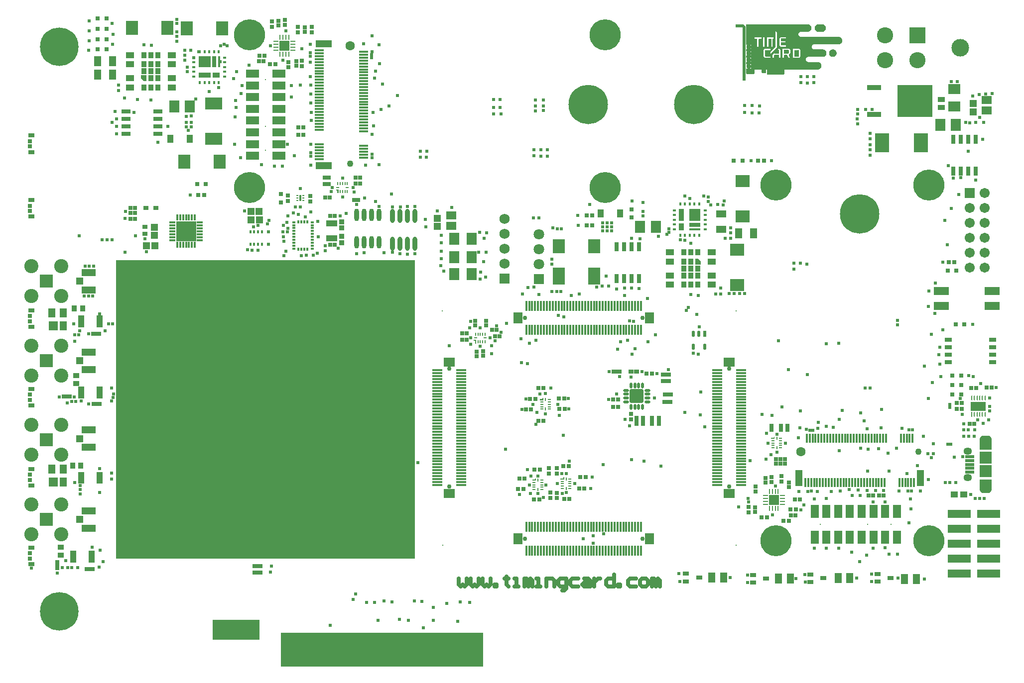
<source format=gbr>
G04*
G04 #@! TF.GenerationSoftware,Altium Limited,Altium Designer,23.7.1 (13)*
G04*
G04 Layer_Color=8388736*
%FSLAX25Y25*%
%MOIN*%
G70*
G04*
G04 #@! TF.SameCoordinates,AF00DCEB-AC48-4C7C-91EA-99F42E284231*
G04*
G04*
G04 #@! TF.FilePolarity,Negative*
G04*
G01*
G75*
%ADD32C,0.02500*%
%ADD44R,0.03543X0.02953*%
%ADD45R,0.03543X0.03150*%
%ADD49R,0.05512X0.03937*%
%ADD50R,0.03543X0.03937*%
%ADD51C,0.02918*%
%ADD52R,0.01457X0.00945*%
%ADD53R,0.01575X0.04252*%
%ADD54R,0.07835X0.09173*%
%ADD61R,0.03150X0.03150*%
%ADD62R,0.05000X0.02992*%
%ADD65R,0.07100X0.07100*%
%ADD66R,0.01000X0.03200*%
%ADD67R,0.03200X0.01000*%
%ADD70R,0.06102X0.01181*%
%ADD71R,0.10827X0.04724*%
%ADD72R,0.01181X0.06102*%
%ADD73R,0.04724X0.10827*%
%ADD74R,0.09800X0.03700*%
%ADD75R,0.23300X0.21700*%
%ADD78R,0.05100X0.03500*%
%ADD79R,0.08300X0.03500*%
%ADD80R,0.08300X0.07400*%
%ADD81R,0.02600X0.07400*%
%ADD82R,0.01400X0.07400*%
%ADD83R,0.02000X0.01300*%
%ADD84R,0.01300X0.02000*%
%ADD85R,0.09173X0.07835*%
%ADD86R,0.02816X0.02648*%
%ADD87R,0.02016X0.02288*%
%ADD88R,0.02911X0.02648*%
%ADD89R,0.02756X0.02756*%
G04:AMPARAMS|DCode=90|XSize=40.88mil|YSize=20.95mil|CornerRadius=10.48mil|HoleSize=0mil|Usage=FLASHONLY|Rotation=270.000|XOffset=0mil|YOffset=0mil|HoleType=Round|Shape=RoundedRectangle|*
%AMROUNDEDRECTD90*
21,1,0.04088,0.00000,0,0,270.0*
21,1,0.01993,0.02095,0,0,270.0*
1,1,0.02095,0.00000,-0.00996*
1,1,0.02095,0.00000,0.00996*
1,1,0.02095,0.00000,0.00996*
1,1,0.02095,0.00000,-0.00996*
%
%ADD90ROUNDEDRECTD90*%
%ADD91R,0.02095X0.04088*%
G04:AMPARAMS|DCode=92|XSize=61.02mil|YSize=23.62mil|CornerRadius=2.01mil|HoleSize=0mil|Usage=FLASHONLY|Rotation=90.000|XOffset=0mil|YOffset=0mil|HoleType=Round|Shape=RoundedRectangle|*
%AMROUNDEDRECTD92*
21,1,0.06102,0.01961,0,0,90.0*
21,1,0.05701,0.02362,0,0,90.0*
1,1,0.00402,0.00980,0.02850*
1,1,0.00402,0.00980,-0.02850*
1,1,0.00402,-0.00980,-0.02850*
1,1,0.00402,-0.00980,0.02850*
%
%ADD92ROUNDEDRECTD92*%
G04:AMPARAMS|DCode=94|XSize=61.02mil|YSize=23.62mil|CornerRadius=2.01mil|HoleSize=0mil|Usage=FLASHONLY|Rotation=0.000|XOffset=0mil|YOffset=0mil|HoleType=Round|Shape=RoundedRectangle|*
%AMROUNDEDRECTD94*
21,1,0.06102,0.01961,0,0,0.0*
21,1,0.05701,0.02362,0,0,0.0*
1,1,0.00402,0.02850,-0.00980*
1,1,0.00402,-0.02850,-0.00980*
1,1,0.00402,-0.02850,0.00980*
1,1,0.00402,0.02850,0.00980*
%
%ADD94ROUNDEDRECTD94*%
%ADD95R,0.04546X0.06717*%
%ADD96R,0.03500X0.05100*%
%ADD97R,0.03500X0.08300*%
%ADD98R,0.07400X0.08300*%
%ADD99R,0.07400X0.02600*%
%ADD100R,0.07400X0.01400*%
%ADD101R,0.06717X0.04546*%
%ADD102R,0.04331X0.05315*%
%ADD103R,0.07874X0.11811*%
%ADD104R,0.11811X0.07874*%
%ADD105R,0.02631X0.02648*%
%ADD111R,0.07480X0.04331*%
%ADD113R,0.02648X0.02911*%
%ADD120R,0.02288X0.02016*%
%ADD124R,0.02648X0.02816*%
%ADD125R,0.01378X0.01968*%
%ADD128R,0.01870X0.01968*%
G04:AMPARAMS|DCode=129|XSize=33.06mil|YSize=8.76mil|CornerRadius=4.38mil|HoleSize=0mil|Usage=FLASHONLY|Rotation=90.000|XOffset=0mil|YOffset=0mil|HoleType=Round|Shape=RoundedRectangle|*
%AMROUNDEDRECTD129*
21,1,0.03306,0.00000,0,0,90.0*
21,1,0.02430,0.00876,0,0,90.0*
1,1,0.00876,0.00000,0.01215*
1,1,0.00876,0.00000,-0.01215*
1,1,0.00876,0.00000,-0.01215*
1,1,0.00876,0.00000,0.01215*
%
%ADD129ROUNDEDRECTD129*%
%ADD130R,0.00876X0.03306*%
%ADD131R,0.05142X0.04166*%
%ADD132R,0.01968X0.01968*%
%ADD133R,0.09449X0.12992*%
%ADD145R,0.01181X0.02067*%
%ADD146R,0.01181X0.02067*%
%ADD147R,0.02067X0.01575*%
%ADD148R,0.02067X0.01575*%
%ADD149R,0.31496X0.13583*%
%ADD150R,1.35433X0.23032*%
%ADD151R,0.13595X0.13595*%
%ADD152R,0.01824X0.04343*%
%ADD153R,0.04343X0.01824*%
%ADD154R,0.04540X0.04540*%
%ADD155R,0.02572X0.02572*%
%ADD156R,0.05131X0.04934*%
%ADD157R,0.04934X0.05131*%
%ADD158R,0.06509X0.05328*%
%ADD159R,0.06509X0.08280*%
G04:AMPARAMS|DCode=160|XSize=19.81mil|YSize=37.53mil|CornerRadius=5.95mil|HoleSize=0mil|Usage=FLASHONLY|Rotation=180.000|XOffset=0mil|YOffset=0mil|HoleType=Round|Shape=RoundedRectangle|*
%AMROUNDEDRECTD160*
21,1,0.01981,0.02563,0,0,180.0*
21,1,0.00791,0.03753,0,0,180.0*
1,1,0.01190,-0.00396,0.01282*
1,1,0.01190,0.00396,0.01282*
1,1,0.01190,0.00396,-0.01282*
1,1,0.01190,-0.00396,-0.01282*
%
%ADD160ROUNDEDRECTD160*%
G04:AMPARAMS|DCode=161|XSize=19.81mil|YSize=37.53mil|CornerRadius=5.95mil|HoleSize=0mil|Usage=FLASHONLY|Rotation=90.000|XOffset=0mil|YOffset=0mil|HoleType=Round|Shape=RoundedRectangle|*
%AMROUNDEDRECTD161*
21,1,0.01981,0.02563,0,0,90.0*
21,1,0.00791,0.03753,0,0,90.0*
1,1,0.01190,0.01282,0.00396*
1,1,0.01190,0.01282,-0.00396*
1,1,0.01190,-0.01282,-0.00396*
1,1,0.01190,-0.01282,0.00396*
%
%ADD161ROUNDEDRECTD161*%
G04:AMPARAMS|DCode=162|XSize=90.68mil|YSize=90.68mil|CornerRadius=6.07mil|HoleSize=0mil|Usage=FLASHONLY|Rotation=90.000|XOffset=0mil|YOffset=0mil|HoleType=Round|Shape=RoundedRectangle|*
%AMROUNDEDRECTD162*
21,1,0.09068,0.07854,0,0,90.0*
21,1,0.07854,0.09068,0,0,90.0*
1,1,0.01213,0.03927,0.03927*
1,1,0.01213,0.03927,-0.03927*
1,1,0.01213,-0.03927,-0.03927*
1,1,0.01213,-0.03927,0.03927*
%
%ADD162ROUNDEDRECTD162*%
%ADD163R,0.06115X0.02375*%
%ADD164R,0.08280X0.07887*%
%ADD165R,0.09087X0.05209*%
%ADD166R,0.02769X0.02572*%
%ADD167R,0.10400X0.05200*%
%ADD168R,0.02965X0.02965*%
%ADD169R,0.02362X0.00787*%
%ADD170R,0.00787X0.02362*%
%ADD171C,0.00709*%
%ADD172R,0.02572X0.02769*%
%ADD173R,0.02965X0.02965*%
%ADD174R,0.00787X0.02362*%
%ADD175R,0.02362X0.00787*%
%ADD176R,0.06706X0.08083*%
%ADD177R,0.03359X0.03162*%
%ADD178R,0.01784X0.06902*%
%ADD179R,0.06115X0.07493*%
%ADD180O,0.03162X0.09461*%
%ADD181O,0.03162X0.08280*%
%ADD182R,0.03635X0.03635*%
%ADD183R,0.05209X0.09087*%
%ADD184R,0.04343X0.02769*%
%ADD185R,0.04540X0.06509*%
%ADD186R,0.04934X0.04737*%
%ADD187R,0.09461X0.04934*%
%ADD188R,0.03162X0.03359*%
%ADD189R,0.04737X0.06312*%
%ADD190R,0.06312X0.06312*%
%ADD191R,0.15288X0.05800*%
%ADD192R,0.04343X0.03162*%
%ADD193R,0.02965X0.03162*%
%ADD194R,0.10039X0.06496*%
%ADD195R,0.07493X0.06115*%
%ADD196R,0.06902X0.01784*%
%ADD197R,0.07887X0.01784*%
%ADD198R,0.08280X0.06509*%
%ADD199R,0.04147X0.01981*%
%ADD200R,0.04343X0.03556*%
%ADD201R,0.03556X0.04343*%
%ADD202R,0.03600X0.17300*%
%ADD203R,0.03600X0.13400*%
%ADD204R,0.04737X0.03635*%
%ADD205R,0.08280X0.07001*%
%ADD206C,0.06902*%
%ADD207R,0.06902X0.06902*%
%ADD208C,0.07099*%
%ADD209R,0.07099X0.07099*%
%ADD210C,0.11800*%
%ADD211R,0.10827X0.10827*%
%ADD212C,0.10827*%
%ADD213C,0.25800*%
%ADD214O,0.05721X0.04934*%
%ADD215O,0.08280X0.05524*%
%ADD216C,0.00800*%
%ADD217C,0.06299*%
%ADD218C,0.04331*%
%ADD219C,0.26391*%
%ADD220C,0.02966*%
%ADD221C,0.10800*%
%ADD222C,0.24800*%
%ADD223R,0.00800X0.00800*%
%ADD224C,0.09461*%
%ADD225R,0.08674X0.08674*%
%ADD226R,0.06706X0.06706*%
%ADD227C,0.06706*%
%ADD228C,0.02400*%
%ADD229C,0.20800*%
G36*
X510775Y14879D02*
X510827Y14869D01*
X510877Y14852D01*
X510880Y14850D01*
X511046D01*
X511098Y14847D01*
X511150Y14837D01*
X511199Y14820D01*
X511203Y14818D01*
X511207D01*
X511259Y14815D01*
X511311Y14804D01*
X511360Y14787D01*
X511368Y14784D01*
X511388Y14782D01*
X511440Y14772D01*
X511489Y14755D01*
X511537Y14732D01*
X511546Y14726D01*
X511554Y14723D01*
X511575Y14713D01*
X511601Y14708D01*
X511651Y14691D01*
X511698Y14668D01*
X511707Y14661D01*
X511715Y14658D01*
X511736Y14648D01*
X511762Y14643D01*
X511812Y14626D01*
X511859Y14603D01*
X511903Y14574D01*
X511927Y14553D01*
X511956Y14538D01*
X511965Y14532D01*
X511973Y14529D01*
X512020Y14506D01*
X512064Y14477D01*
X512088Y14456D01*
X512117Y14442D01*
X512161Y14412D01*
X512185Y14392D01*
X512208Y14380D01*
X512214Y14377D01*
X512258Y14348D01*
X512297Y14313D01*
X512312Y14296D01*
X512329Y14281D01*
X512344Y14264D01*
X512361Y14249D01*
X512377Y14232D01*
X512394Y14217D01*
X512409Y14199D01*
X512426Y14184D01*
X512441Y14167D01*
X512458Y14152D01*
X512473Y14135D01*
X512491Y14120D01*
X512506Y14103D01*
X512523Y14088D01*
X512538Y14070D01*
X512555Y14055D01*
X512570Y14038D01*
X512580Y14030D01*
X512587Y14023D01*
X512602Y14006D01*
X512612Y13998D01*
X512620Y13991D01*
X512635Y13974D01*
X512644Y13965D01*
X512652Y13959D01*
X512686Y13919D01*
X512716Y13876D01*
X512730Y13846D01*
X512751Y13822D01*
X512780Y13779D01*
X512795Y13749D01*
X512816Y13726D01*
X512845Y13682D01*
X512868Y13635D01*
X512871Y13627D01*
X512877Y13617D01*
X512891Y13588D01*
X512912Y13564D01*
X512941Y13521D01*
X512965Y13474D01*
X512967Y13466D01*
X512974Y13456D01*
X512997Y13409D01*
X513014Y13360D01*
X513019Y13333D01*
X513029Y13312D01*
X513032Y13304D01*
X513038Y13295D01*
X513061Y13248D01*
X513078Y13198D01*
X513084Y13171D01*
X513094Y13151D01*
X513110Y13101D01*
X513121Y13050D01*
X513122Y13030D01*
Y13030D01*
X513126Y13022D01*
X513143Y12972D01*
X513153Y12921D01*
X513154Y12901D01*
X513158Y12893D01*
X513175Y12843D01*
X513185Y12792D01*
X513189Y12740D01*
Y12707D01*
Y12675D01*
Y12643D01*
Y12610D01*
Y12578D01*
Y12574D01*
X513191Y12570D01*
X513207Y12521D01*
X513218Y12469D01*
X513221Y12417D01*
Y12385D01*
Y12352D01*
Y12320D01*
Y12288D01*
X513218Y12235D01*
X513207Y12184D01*
X513191Y12134D01*
X513189Y12131D01*
Y12127D01*
Y12094D01*
Y12062D01*
Y12030D01*
Y11998D01*
X513185Y11945D01*
X513175Y11894D01*
X513158Y11844D01*
X513157Y11841D01*
Y11836D01*
X513153Y11784D01*
X513143Y11733D01*
X513126Y11683D01*
X513116Y11662D01*
X513110Y11636D01*
X513094Y11586D01*
X513084Y11565D01*
X513078Y11539D01*
X513061Y11489D01*
X513051Y11469D01*
X513046Y11442D01*
X513029Y11392D01*
X513006Y11345D01*
X513000Y11336D01*
X512997Y11328D01*
X512974Y11281D01*
X512967Y11271D01*
X512965Y11263D01*
X512941Y11216D01*
X512935Y11207D01*
X512932Y11199D01*
X512909Y11152D01*
X512903Y11142D01*
X512900Y11134D01*
X512877Y11087D01*
X512871Y11078D01*
X512868Y11070D01*
X512845Y11023D01*
X512816Y10979D01*
X512795Y10955D01*
X512791Y10948D01*
X512780Y10926D01*
X512751Y10882D01*
X512716Y10843D01*
X512699Y10828D01*
X512698Y10826D01*
X512683Y10797D01*
X512654Y10753D01*
X512620Y10714D01*
X512602Y10699D01*
X512587Y10682D01*
X512570Y10667D01*
X512555Y10649D01*
X512538Y10634D01*
X512523Y10617D01*
X512506Y10602D01*
X512491Y10585D01*
X512473Y10570D01*
X512458Y10553D01*
X512441Y10538D01*
X512426Y10520D01*
X512409Y10505D01*
X512394Y10488D01*
X512377Y10473D01*
X512361Y10456D01*
X512322Y10421D01*
X512279Y10392D01*
X512249Y10378D01*
X512248Y10376D01*
X512232Y10359D01*
X512215Y10344D01*
X512200Y10327D01*
X512161Y10292D01*
X512117Y10263D01*
X512088Y10249D01*
X512064Y10228D01*
X512020Y10199D01*
X511973Y10175D01*
X511965Y10173D01*
X511956Y10166D01*
X511909Y10143D01*
X511901Y10140D01*
X511891Y10134D01*
X511844Y10111D01*
X511836Y10108D01*
X511827Y10102D01*
X511780Y10079D01*
X511772Y10076D01*
X511762Y10069D01*
X511715Y10046D01*
X511707Y10044D01*
X511698Y10037D01*
X511651Y10014D01*
X511601Y9997D01*
X511575Y9992D01*
X511554Y9982D01*
X511504Y9965D01*
X511478Y9960D01*
X511457Y9950D01*
X511408Y9933D01*
X511356Y9922D01*
X511336Y9921D01*
X511328Y9917D01*
X511278Y9900D01*
X511227Y9890D01*
X511175Y9887D01*
X511170D01*
X511167Y9885D01*
X511117Y9868D01*
X511066Y9858D01*
X511014Y9854D01*
X507884D01*
X507832Y9858D01*
X507780Y9868D01*
X507731Y9885D01*
X507727Y9887D01*
X507723D01*
X507670Y9890D01*
X507619Y9900D01*
X507569Y9917D01*
X507549Y9927D01*
X507522Y9933D01*
X507473Y9950D01*
X507452Y9960D01*
X507425Y9965D01*
X507376Y9982D01*
X507355Y9992D01*
X507329Y9997D01*
X507279Y10014D01*
X507232Y10037D01*
X507223Y10044D01*
X507214Y10046D01*
X507194Y10056D01*
X507167Y10062D01*
X507118Y10079D01*
X507071Y10102D01*
X507027Y10131D01*
X507003Y10152D01*
X506974Y10166D01*
X506964Y10173D01*
X506956Y10175D01*
X506909Y10199D01*
X506866Y10228D01*
X506842Y10249D01*
X506813Y10263D01*
X506769Y10292D01*
X506745Y10313D01*
X506716Y10328D01*
X506672Y10357D01*
X506633Y10391D01*
X506632Y10392D01*
X506618Y10408D01*
X506601Y10424D01*
X506585Y10441D01*
X506568Y10456D01*
X506553Y10473D01*
X506536Y10488D01*
X506521Y10505D01*
X506504Y10520D01*
X506489Y10538D01*
X506471Y10553D01*
X506456Y10570D01*
X506439Y10585D01*
X506438Y10586D01*
X506424Y10602D01*
X506407Y10617D01*
X506392Y10634D01*
X506375Y10649D01*
X506369Y10656D01*
X506360Y10667D01*
X506342Y10682D01*
X506327Y10699D01*
X506310Y10714D01*
X506295Y10731D01*
X506278Y10746D01*
X506243Y10786D01*
X506214Y10829D01*
X506200Y10859D01*
X506198Y10860D01*
X506181Y10875D01*
X506146Y10915D01*
X506117Y10958D01*
X506094Y11005D01*
X506091Y11013D01*
X506085Y11023D01*
X506071Y11052D01*
X506050Y11076D01*
X506021Y11120D01*
X505997Y11167D01*
X505995Y11175D01*
X505988Y11184D01*
X505965Y11231D01*
X505962Y11239D01*
X505956Y11249D01*
X505933Y11296D01*
X505930Y11304D01*
X505924Y11313D01*
X505901Y11360D01*
X505884Y11410D01*
X505878Y11436D01*
X505868Y11457D01*
X505852Y11507D01*
X505846Y11533D01*
X505836Y11554D01*
X505819Y11603D01*
X505814Y11630D01*
X505804Y11650D01*
X505787Y11700D01*
X505777Y11752D01*
X505773Y11804D01*
Y11808D01*
X505772Y11812D01*
X505755Y11862D01*
X505745Y11913D01*
X505741Y11965D01*
Y11970D01*
X505739Y11973D01*
X505723Y12023D01*
X505712Y12074D01*
X505709Y12127D01*
Y12159D01*
Y12191D01*
Y12223D01*
Y12256D01*
Y12288D01*
Y12320D01*
Y12352D01*
Y12385D01*
Y12417D01*
Y12449D01*
Y12481D01*
Y12514D01*
Y12546D01*
X505712Y12598D01*
X505723Y12650D01*
X505739Y12699D01*
X505741Y12703D01*
Y12707D01*
Y12740D01*
Y12772D01*
X505745Y12824D01*
X505755Y12876D01*
X505772Y12925D01*
X505775Y12933D01*
X505777Y12953D01*
X505787Y13005D01*
X505804Y13054D01*
X505808Y13062D01*
X505809Y13082D01*
X505819Y13134D01*
X505836Y13183D01*
X505859Y13230D01*
X505866Y13240D01*
X505868Y13248D01*
X505878Y13268D01*
X505884Y13295D01*
X505901Y13345D01*
X505924Y13392D01*
X505930Y13401D01*
X505933Y13409D01*
X505956Y13456D01*
X505962Y13466D01*
X505965Y13474D01*
X505988Y13521D01*
X505995Y13530D01*
X505997Y13538D01*
X506021Y13585D01*
X506027Y13595D01*
X506030Y13603D01*
X506053Y13650D01*
X506082Y13693D01*
X506103Y13717D01*
X506117Y13747D01*
X506146Y13790D01*
X506168Y13814D01*
X506182Y13843D01*
X506211Y13887D01*
X506246Y13926D01*
X506248Y13929D01*
X506263Y13941D01*
X506278Y13959D01*
X506286Y13965D01*
X506295Y13974D01*
X506310Y13991D01*
X506318Y13998D01*
X506327Y14006D01*
X506342Y14023D01*
X506360Y14038D01*
X506375Y14055D01*
X506392Y14070D01*
X506407Y14088D01*
X506424Y14103D01*
X506439Y14120D01*
X506457Y14135D01*
X506471Y14152D01*
X506489Y14167D01*
X506504Y14184D01*
X506521Y14199D01*
X506536Y14217D01*
X506553Y14232D01*
X506568Y14249D01*
X506585Y14264D01*
X506601Y14281D01*
X506618Y14296D01*
X506633Y14313D01*
X506650Y14329D01*
X506665Y14346D01*
X506704Y14380D01*
X506748Y14409D01*
X506754Y14412D01*
X506777Y14424D01*
X506801Y14445D01*
X506845Y14474D01*
X506874Y14488D01*
X506898Y14509D01*
X506942Y14538D01*
X506989Y14562D01*
X506997Y14564D01*
X507006Y14571D01*
X507053Y14594D01*
X507061Y14597D01*
X507071Y14603D01*
X507118Y14626D01*
X507126Y14629D01*
X507135Y14635D01*
X507182Y14658D01*
X507232Y14675D01*
X507259Y14681D01*
X507279Y14691D01*
X507287Y14693D01*
X507297Y14700D01*
X507343Y14723D01*
X507393Y14740D01*
X507420Y14745D01*
X507440Y14755D01*
X507490Y14772D01*
X507541Y14782D01*
X507561Y14784D01*
X507569Y14787D01*
X507619Y14804D01*
X507670Y14815D01*
X507691Y14816D01*
X507698Y14820D01*
X507748Y14837D01*
X507799Y14847D01*
X507852Y14850D01*
X508050D01*
X508053Y14852D01*
X508103Y14869D01*
X508154Y14879D01*
X508207Y14883D01*
X510659D01*
X510675Y14882D01*
X510691Y14883D01*
X510723D01*
X510775Y14879D01*
D02*
G37*
G36*
X518196Y-1962D02*
X518247Y-1972D01*
X518297Y-1989D01*
X518300Y-1990D01*
X518337D01*
X518389Y-1994D01*
X518441Y-2004D01*
X518490Y-2021D01*
X518498Y-2025D01*
X518518Y-2026D01*
X518570Y-2036D01*
X518619Y-2053D01*
X518640Y-2063D01*
X518667Y-2069D01*
X518716Y-2085D01*
X518737Y-2096D01*
X518763Y-2101D01*
X518813Y-2118D01*
X518860Y-2141D01*
X518869Y-2147D01*
X518877Y-2150D01*
X518898Y-2160D01*
X518925Y-2165D01*
X518974Y-2182D01*
X519021Y-2205D01*
X519031Y-2212D01*
X519039Y-2214D01*
X519086Y-2238D01*
X519129Y-2267D01*
X519153Y-2288D01*
X519176Y-2299D01*
X519182Y-2302D01*
X519192Y-2308D01*
X519200Y-2311D01*
X519247Y-2334D01*
X519291Y-2364D01*
X519314Y-2385D01*
X519344Y-2399D01*
X519387Y-2428D01*
X519427Y-2463D01*
X519442Y-2480D01*
X519459Y-2495D01*
X519474Y-2512D01*
X519476Y-2513D01*
X519489Y-2520D01*
X519505Y-2528D01*
X519549Y-2557D01*
X519588Y-2592D01*
X519603Y-2609D01*
X519620Y-2624D01*
X519635Y-2641D01*
X519653Y-2656D01*
X519668Y-2673D01*
X519685Y-2688D01*
X519700Y-2706D01*
X519717Y-2721D01*
X519732Y-2738D01*
X519749Y-2753D01*
X519765Y-2770D01*
X519782Y-2785D01*
X519797Y-2802D01*
X519814Y-2818D01*
X519849Y-2857D01*
X519878Y-2901D01*
X519892Y-2930D01*
X519894Y-2932D01*
X519911Y-2947D01*
X519945Y-2986D01*
X519975Y-3030D01*
X519989Y-3059D01*
X520010Y-3083D01*
X520039Y-3126D01*
X520062Y-3173D01*
X520065Y-3181D01*
X520071Y-3191D01*
X520086Y-3220D01*
X520088Y-3223D01*
X520107Y-3244D01*
X520136Y-3288D01*
X520159Y-3335D01*
X520162Y-3343D01*
X520168Y-3352D01*
X520191Y-3399D01*
X520208Y-3449D01*
X520211Y-3464D01*
X520213Y-3476D01*
X520224Y-3496D01*
X520226Y-3504D01*
X520233Y-3514D01*
X520256Y-3561D01*
X520273Y-3610D01*
X520278Y-3637D01*
X520288Y-3657D01*
X520305Y-3707D01*
X520310Y-3734D01*
X520320Y-3754D01*
X520337Y-3804D01*
X520347Y-3855D01*
X520349Y-3875D01*
X520353Y-3883D01*
X520369Y-3933D01*
X520380Y-3984D01*
X520383Y-4037D01*
Y-4069D01*
Y-4073D01*
X520385Y-4077D01*
X520402Y-4126D01*
X520412Y-4178D01*
X520415Y-4230D01*
Y-4262D01*
Y-4295D01*
Y-4327D01*
Y-4359D01*
Y-4391D01*
Y-4424D01*
Y-4456D01*
Y-4488D01*
Y-4521D01*
Y-4553D01*
Y-4585D01*
Y-4617D01*
Y-4650D01*
Y-4682D01*
Y-4714D01*
X520412Y-4766D01*
X520402Y-4818D01*
X520385Y-4868D01*
X520383Y-4871D01*
Y-4875D01*
Y-4908D01*
X520380Y-4960D01*
X520369Y-5011D01*
X520353Y-5061D01*
X520349Y-5069D01*
X520347Y-5089D01*
X520337Y-5141D01*
X520320Y-5190D01*
X520310Y-5211D01*
X520305Y-5237D01*
X520288Y-5287D01*
X520278Y-5307D01*
X520273Y-5334D01*
X520256Y-5384D01*
X520233Y-5431D01*
X520226Y-5440D01*
X520224Y-5448D01*
X520200Y-5495D01*
X520194Y-5505D01*
X520191Y-5513D01*
X520168Y-5560D01*
X520162Y-5569D01*
X520159Y-5577D01*
X520136Y-5624D01*
X520129Y-5634D01*
X520127Y-5642D01*
X520104Y-5689D01*
X520097Y-5698D01*
X520094Y-5706D01*
X520071Y-5753D01*
X520042Y-5797D01*
X520021Y-5821D01*
X520007Y-5850D01*
X519978Y-5894D01*
X519958Y-5915D01*
X519957Y-5918D01*
X519942Y-5947D01*
X519913Y-5991D01*
X519878Y-6030D01*
X519861Y-6045D01*
X519846Y-6062D01*
X519829Y-6077D01*
X519826Y-6081D01*
X519814Y-6094D01*
X519797Y-6109D01*
X519789Y-6118D01*
X519782Y-6127D01*
X519765Y-6142D01*
X519749Y-6159D01*
X519732Y-6174D01*
X519717Y-6191D01*
X519700Y-6206D01*
X519685Y-6224D01*
X519668Y-6239D01*
X519653Y-6256D01*
X519636Y-6271D01*
X519620Y-6288D01*
X519603Y-6303D01*
X519588Y-6320D01*
X519571Y-6335D01*
X519556Y-6352D01*
X519539Y-6368D01*
X519524Y-6384D01*
X519524Y-6385D01*
X519506Y-6400D01*
X519491Y-6417D01*
X519452Y-6452D01*
X519408Y-6481D01*
X519379Y-6495D01*
X519377Y-6497D01*
X519362Y-6514D01*
X519323Y-6548D01*
X519279Y-6577D01*
X519232Y-6601D01*
X519224Y-6604D01*
X519215Y-6610D01*
X519185Y-6624D01*
X519162Y-6645D01*
X519118Y-6674D01*
X519071Y-6697D01*
X519063Y-6700D01*
X519054Y-6707D01*
X519006Y-6730D01*
X518998Y-6733D01*
X518989Y-6739D01*
X518942Y-6762D01*
X518892Y-6779D01*
X518866Y-6784D01*
X518845Y-6794D01*
X518837Y-6797D01*
X518828Y-6803D01*
X518781Y-6827D01*
X518731Y-6843D01*
X518704Y-6849D01*
X518684Y-6859D01*
X518634Y-6876D01*
X518583Y-6886D01*
X518563Y-6887D01*
X518555Y-6891D01*
X518505Y-6908D01*
X518454Y-6918D01*
X518401Y-6922D01*
X518397D01*
X518394Y-6923D01*
X518344Y-6940D01*
X518292Y-6950D01*
X518240Y-6954D01*
X518203D01*
X518200Y-6956D01*
X518150Y-6972D01*
X518099Y-6983D01*
X518047Y-6986D01*
X518014D01*
X517998Y-6985D01*
X517982Y-6986D01*
X517950D01*
X517934Y-6985D01*
X517917Y-6986D01*
X517692D01*
X517639Y-6983D01*
X517588Y-6972D01*
X517538Y-6956D01*
X517535Y-6954D01*
X517466D01*
X517414Y-6950D01*
X517362Y-6940D01*
X517312Y-6923D01*
X517309Y-6922D01*
X517305D01*
X517252Y-6918D01*
X517201Y-6908D01*
X517151Y-6891D01*
X517131Y-6881D01*
X517104Y-6876D01*
X517054Y-6859D01*
X517034Y-6849D01*
X517007Y-6843D01*
X516958Y-6827D01*
X516937Y-6816D01*
X516910Y-6811D01*
X516861Y-6794D01*
X516814Y-6771D01*
X516804Y-6765D01*
X516796Y-6762D01*
X516749Y-6739D01*
X516740Y-6733D01*
X516732Y-6730D01*
X516685Y-6707D01*
X516675Y-6700D01*
X516667Y-6697D01*
X516620Y-6674D01*
X516611Y-6668D01*
X516603Y-6665D01*
X516556Y-6642D01*
X516512Y-6613D01*
X516488Y-6592D01*
X516459Y-6577D01*
X516415Y-6548D01*
X516391Y-6527D01*
X516362Y-6513D01*
X516319Y-6484D01*
X516279Y-6449D01*
X516264Y-6432D01*
X516247Y-6417D01*
X516232Y-6400D01*
X516230Y-6398D01*
X516201Y-6384D01*
X516157Y-6355D01*
X516118Y-6320D01*
X516103Y-6303D01*
X516085Y-6288D01*
X516070Y-6271D01*
X516053Y-6256D01*
X516038Y-6239D01*
X516021Y-6224D01*
X516006Y-6206D01*
X515989Y-6191D01*
X515974Y-6174D01*
X515956Y-6159D01*
X515922Y-6120D01*
X515893Y-6076D01*
X515884Y-6059D01*
X515878Y-6047D01*
X515877Y-6045D01*
X515860Y-6030D01*
X515845Y-6013D01*
X515827Y-5998D01*
X515793Y-5958D01*
X515764Y-5915D01*
X515749Y-5885D01*
X515728Y-5861D01*
X515699Y-5818D01*
X515676Y-5771D01*
X515673Y-5763D01*
X515667Y-5753D01*
X515652Y-5724D01*
X515631Y-5700D01*
X515602Y-5657D01*
X515579Y-5610D01*
X515577Y-5601D01*
X515570Y-5592D01*
X515547Y-5545D01*
X515544Y-5537D01*
X515538Y-5528D01*
X515515Y-5480D01*
X515498Y-5431D01*
X515492Y-5404D01*
X515482Y-5384D01*
X515480Y-5376D01*
X515473Y-5366D01*
X515450Y-5319D01*
X515433Y-5269D01*
X515428Y-5243D01*
X515418Y-5222D01*
X515401Y-5173D01*
X515391Y-5121D01*
X515389Y-5101D01*
X515386Y-5093D01*
X515369Y-5044D01*
X515358Y-4992D01*
X515355Y-4940D01*
Y-4936D01*
X515353Y-4932D01*
X515337Y-4882D01*
X515326Y-4831D01*
X515323Y-4779D01*
Y-4746D01*
Y-4714D01*
Y-4682D01*
Y-4650D01*
Y-4617D01*
Y-4585D01*
Y-4553D01*
Y-4521D01*
Y-4488D01*
Y-4456D01*
Y-4424D01*
Y-4391D01*
Y-4359D01*
Y-4327D01*
Y-4295D01*
Y-4262D01*
Y-4230D01*
Y-4198D01*
Y-4166D01*
X515326Y-4113D01*
X515337Y-4062D01*
X515353Y-4012D01*
X515355Y-4009D01*
Y-4004D01*
X515358Y-3952D01*
X515369Y-3901D01*
X515386Y-3851D01*
X515389Y-3843D01*
X515391Y-3823D01*
X515401Y-3771D01*
X515418Y-3722D01*
X515428Y-3701D01*
X515433Y-3675D01*
X515450Y-3625D01*
X515460Y-3605D01*
X515465Y-3578D01*
X515482Y-3528D01*
X515506Y-3481D01*
X515509Y-3476D01*
X515512Y-3472D01*
X515515Y-3464D01*
X515538Y-3417D01*
X515544Y-3407D01*
X515547Y-3399D01*
X515570Y-3352D01*
X515576Y-3343D01*
X515579Y-3335D01*
X515602Y-3288D01*
X515604Y-3286D01*
X515609Y-3278D01*
X515611Y-3270D01*
X515635Y-3223D01*
X515635Y-3222D01*
X515641Y-3214D01*
X515644Y-3206D01*
X515667Y-3159D01*
X515696Y-3115D01*
X515717Y-3091D01*
X515731Y-3062D01*
X515761Y-3018D01*
X515795Y-2979D01*
X515812Y-2964D01*
X515812Y-2964D01*
X515814Y-2962D01*
X515828Y-2933D01*
X515857Y-2889D01*
X515892Y-2850D01*
X515909Y-2835D01*
X515924Y-2818D01*
X515941Y-2802D01*
X515956Y-2785D01*
X515974Y-2770D01*
X515989Y-2753D01*
X516006Y-2738D01*
X516021Y-2721D01*
X516038Y-2706D01*
X516053Y-2688D01*
X516070Y-2673D01*
X516085Y-2656D01*
X516103Y-2641D01*
X516118Y-2624D01*
X516135Y-2609D01*
X516150Y-2592D01*
X516167Y-2577D01*
X516182Y-2560D01*
X516199Y-2544D01*
X516215Y-2527D01*
X516254Y-2493D01*
X516297Y-2464D01*
X516327Y-2449D01*
X516351Y-2428D01*
X516394Y-2399D01*
X516424Y-2385D01*
X516447Y-2364D01*
X516491Y-2334D01*
X516520Y-2320D01*
X516544Y-2299D01*
X516588Y-2270D01*
X516635Y-2247D01*
X516643Y-2244D01*
X516652Y-2238D01*
X516699Y-2214D01*
X516707Y-2212D01*
X516717Y-2205D01*
X516764Y-2182D01*
X516772Y-2180D01*
X516782Y-2173D01*
X516828Y-2150D01*
X516878Y-2133D01*
X516905Y-2128D01*
X516925Y-2118D01*
X516975Y-2101D01*
X517001Y-2096D01*
X517022Y-2085D01*
X517072Y-2069D01*
X517098Y-2063D01*
X517119Y-2053D01*
X517169Y-2036D01*
X517220Y-2026D01*
X517240Y-2025D01*
X517248Y-2021D01*
X517298Y-2004D01*
X517349Y-1994D01*
X517401Y-1990D01*
X517406D01*
X517409Y-1989D01*
X517459Y-1972D01*
X517510Y-1962D01*
X517563Y-1958D01*
X518143D01*
X518196Y-1962D01*
D02*
G37*
G36*
X501065Y14879D02*
X501116Y14869D01*
X501166Y14852D01*
X501169Y14850D01*
X501367D01*
X501419Y14847D01*
X501471Y14837D01*
X501521Y14820D01*
X501528Y14816D01*
X501549Y14815D01*
X501600Y14804D01*
X501650Y14787D01*
X501657Y14784D01*
X501678Y14782D01*
X501729Y14772D01*
X501779Y14755D01*
X501799Y14745D01*
X501826Y14740D01*
X501875Y14723D01*
X501896Y14713D01*
X501923Y14708D01*
X501972Y14691D01*
X502019Y14668D01*
X502029Y14661D01*
X502037Y14658D01*
X502084Y14635D01*
X502093Y14629D01*
X502101Y14626D01*
X502148Y14603D01*
X502158Y14597D01*
X502166Y14594D01*
X502213Y14571D01*
X502222Y14564D01*
X502230Y14562D01*
X502277Y14538D01*
X502287Y14532D01*
X502295Y14529D01*
X502342Y14506D01*
X502386Y14477D01*
X502409Y14456D01*
X502439Y14442D01*
X502482Y14412D01*
X502522Y14378D01*
X502537Y14361D01*
X502538Y14359D01*
X502568Y14345D01*
X502611Y14316D01*
X502651Y14281D01*
X502666Y14264D01*
X502675Y14256D01*
X502683Y14249D01*
X502698Y14232D01*
X502715Y14217D01*
X502730Y14199D01*
X502740Y14191D01*
X502747Y14184D01*
X502763Y14167D01*
X502780Y14152D01*
X502795Y14135D01*
X502812Y14120D01*
X502827Y14103D01*
X502842Y14090D01*
X502844Y14088D01*
X502859Y14070D01*
X502869Y14062D01*
X502877Y14055D01*
X502892Y14038D01*
X502909Y14023D01*
X502924Y14006D01*
X502941Y13991D01*
X502956Y13974D01*
X502973Y13959D01*
X503008Y13919D01*
X503037Y13876D01*
X503052Y13846D01*
X503053Y13845D01*
X503070Y13829D01*
X503105Y13790D01*
X503134Y13747D01*
X503157Y13700D01*
X503160Y13691D01*
X503166Y13682D01*
X503181Y13653D01*
X503189Y13643D01*
X503201Y13629D01*
X503231Y13585D01*
X503254Y13538D01*
X503257Y13530D01*
X503263Y13521D01*
X503263Y13521D01*
X503286Y13474D01*
X503289Y13466D01*
X503295Y13456D01*
X503295Y13456D01*
X503318Y13409D01*
X503321Y13401D01*
X503327Y13392D01*
X503351Y13345D01*
X503368Y13295D01*
X503373Y13268D01*
X503383Y13248D01*
X503400Y13198D01*
X503405Y13171D01*
X503415Y13151D01*
X503432Y13101D01*
X503437Y13075D01*
X503447Y13054D01*
X503464Y13005D01*
X503475Y12953D01*
X503476Y12933D01*
X503480Y12925D01*
X503497Y12876D01*
X503507Y12824D01*
X503510Y12772D01*
Y12740D01*
Y12735D01*
X503512Y12732D01*
X503529Y12682D01*
X503539Y12630D01*
X503543Y12578D01*
Y12546D01*
Y12514D01*
Y12481D01*
Y12449D01*
Y12417D01*
Y12385D01*
Y12352D01*
Y12320D01*
Y12288D01*
Y12256D01*
Y12223D01*
X503541Y12207D01*
X503543Y12191D01*
Y12159D01*
X503539Y12106D01*
X503529Y12055D01*
X503512Y12005D01*
X503510Y12002D01*
Y11998D01*
Y11965D01*
Y11933D01*
X503507Y11881D01*
X503497Y11829D01*
X503480Y11780D01*
X503476Y11772D01*
X503475Y11752D01*
X503464Y11700D01*
X503447Y11650D01*
X503437Y11630D01*
X503432Y11603D01*
X503415Y11554D01*
X503405Y11533D01*
X503400Y11507D01*
X503383Y11457D01*
X503373Y11436D01*
X503368Y11410D01*
X503351Y11360D01*
X503327Y11313D01*
X503321Y11304D01*
X503318Y11296D01*
X503295Y11249D01*
X503289Y11239D01*
X503286Y11231D01*
X503263Y11184D01*
X503257Y11175D01*
X503254Y11167D01*
X503231Y11120D01*
X503201Y11076D01*
X503181Y11052D01*
X503166Y11023D01*
X503137Y10979D01*
X503116Y10955D01*
X503102Y10926D01*
X503073Y10882D01*
X503038Y10843D01*
X503021Y10828D01*
X503019Y10826D01*
X503005Y10797D01*
X502976Y10753D01*
X502941Y10714D01*
X502924Y10699D01*
X502916Y10690D01*
X502909Y10682D01*
X502892Y10667D01*
X502879Y10653D01*
X502877Y10649D01*
X502859Y10634D01*
X502844Y10617D01*
X502827Y10602D01*
X502812Y10585D01*
X502795Y10570D01*
X502780Y10553D01*
X502764Y10539D01*
X502763Y10538D01*
X502747Y10520D01*
X502730Y10505D01*
X502715Y10488D01*
X502698Y10473D01*
X502683Y10456D01*
X502644Y10421D01*
X502600Y10392D01*
X502571Y10378D01*
X502569Y10376D01*
X502564Y10370D01*
X502554Y10359D01*
X502515Y10324D01*
X502471Y10295D01*
X502442Y10281D01*
X502418Y10260D01*
X502374Y10231D01*
X502345Y10216D01*
X502321Y10195D01*
X502277Y10166D01*
X502230Y10143D01*
X502222Y10140D01*
X502213Y10134D01*
X502166Y10111D01*
X502158Y10108D01*
X502148Y10102D01*
X502101Y10079D01*
X502093Y10076D01*
X502084Y10069D01*
X502037Y10046D01*
X501987Y10029D01*
X501961Y10024D01*
X501940Y10014D01*
X501932Y10011D01*
X501923Y10005D01*
X501875Y9982D01*
X501826Y9965D01*
X501774Y9955D01*
X501754Y9953D01*
X501746Y9950D01*
X501697Y9933D01*
X501670Y9927D01*
X501650Y9917D01*
X501600Y9900D01*
X501549Y9890D01*
X501496Y9887D01*
X501460D01*
X501456Y9885D01*
X501406Y9868D01*
X501355Y9858D01*
X501303Y9854D01*
X496588D01*
X496585Y9853D01*
X496535Y9836D01*
X496483Y9826D01*
X496431Y9822D01*
X496330D01*
X496326Y9821D01*
X496277Y9804D01*
X496225Y9793D01*
X496205Y9792D01*
X496197Y9788D01*
X496148Y9771D01*
X496096Y9761D01*
X496076Y9760D01*
X496068Y9756D01*
X496060Y9753D01*
X496051Y9747D01*
X496004Y9724D01*
X495954Y9707D01*
X495928Y9702D01*
X495907Y9691D01*
X495899Y9689D01*
X495890Y9682D01*
X495843Y9659D01*
X495834Y9657D01*
X495825Y9650D01*
X495778Y9627D01*
X495770Y9624D01*
X495760Y9618D01*
X495731Y9603D01*
X495723Y9596D01*
X495707Y9583D01*
X495664Y9553D01*
X495617Y9530D01*
X495609Y9527D01*
X495599Y9521D01*
X495570Y9507D01*
X495568Y9505D01*
X495553Y9488D01*
X495536Y9473D01*
X495521Y9456D01*
X495481Y9421D01*
X495438Y9392D01*
X495408Y9378D01*
X495407Y9376D01*
X495392Y9359D01*
X495375Y9344D01*
X495360Y9327D01*
X495342Y9312D01*
X495327Y9294D01*
X495310Y9279D01*
X495309Y9278D01*
X495294Y9248D01*
X495265Y9205D01*
X495230Y9165D01*
X495213Y9150D01*
X495212Y9149D01*
X495197Y9119D01*
X495168Y9076D01*
X495147Y9052D01*
X495133Y9023D01*
X495104Y8979D01*
X495083Y8955D01*
X495068Y8926D01*
X495062Y8916D01*
X495059Y8908D01*
X495036Y8861D01*
X495030Y8852D01*
X495027Y8844D01*
X495017Y8823D01*
X495012Y8797D01*
X494995Y8747D01*
X494972Y8700D01*
X494965Y8690D01*
X494963Y8682D01*
X494952Y8662D01*
X494947Y8635D01*
X494930Y8586D01*
X494926Y8578D01*
X494925Y8558D01*
X494915Y8506D01*
X494898Y8457D01*
X494896Y8453D01*
Y8449D01*
Y8416D01*
X494893Y8364D01*
X494883Y8313D01*
X494866Y8263D01*
X494864Y8259D01*
Y8255D01*
Y8223D01*
Y8191D01*
Y8158D01*
Y8126D01*
Y8094D01*
Y8062D01*
Y8057D01*
X494866Y8054D01*
X494883Y8004D01*
X494893Y7953D01*
X494896Y7900D01*
Y7868D01*
Y7864D01*
X494898Y7860D01*
X494915Y7810D01*
X494925Y7759D01*
X494926Y7739D01*
X494930Y7731D01*
X494947Y7681D01*
X494952Y7655D01*
X494963Y7634D01*
X494979Y7585D01*
X494985Y7558D01*
X494995Y7537D01*
X494998Y7530D01*
X495004Y7520D01*
X495027Y7473D01*
X495030Y7465D01*
X495036Y7456D01*
X495059Y7408D01*
X495062Y7401D01*
X495068Y7391D01*
X495092Y7344D01*
X495094Y7336D01*
X495101Y7326D01*
X495115Y7297D01*
X495136Y7273D01*
X495165Y7230D01*
X495180Y7200D01*
X495201Y7176D01*
X495230Y7133D01*
X495244Y7103D01*
X495246Y7102D01*
X495263Y7087D01*
X495278Y7070D01*
X495295Y7055D01*
X495310Y7037D01*
X495310Y7037D01*
X495327Y7022D01*
X495342Y7005D01*
X495360Y6990D01*
X495375Y6973D01*
X495392Y6958D01*
X495407Y6941D01*
X495424Y6926D01*
X495439Y6908D01*
X495456Y6893D01*
X495471Y6876D01*
X495489Y6861D01*
X495504Y6844D01*
X495505Y6842D01*
X495535Y6828D01*
X495578Y6799D01*
X495602Y6778D01*
X495632Y6763D01*
X495675Y6734D01*
X495699Y6713D01*
X495728Y6699D01*
X495738Y6692D01*
X495746Y6690D01*
X495793Y6667D01*
X495802Y6660D01*
X495810Y6657D01*
X495857Y6634D01*
X495867Y6628D01*
X495875Y6625D01*
X495922Y6602D01*
X495931Y6596D01*
X495939Y6593D01*
X495960Y6583D01*
X495986Y6578D01*
X496036Y6561D01*
X496057Y6551D01*
X496083Y6545D01*
X496133Y6528D01*
X496141Y6525D01*
X496161Y6523D01*
X496212Y6513D01*
X496262Y6496D01*
X496266Y6494D01*
X496270D01*
X496322Y6491D01*
X496374Y6481D01*
X496423Y6464D01*
X496427Y6462D01*
X521789D01*
X521805Y6461D01*
X521821Y6462D01*
X521853D01*
X521906Y6459D01*
X521957Y6448D01*
X522007Y6432D01*
X522010Y6430D01*
X522079D01*
X522132Y6426D01*
X522183Y6416D01*
X522233Y6399D01*
X522240Y6396D01*
X522261Y6394D01*
X522312Y6384D01*
X522362Y6367D01*
X522382Y6357D01*
X522409Y6352D01*
X522459Y6335D01*
X522479Y6325D01*
X522506Y6319D01*
X522555Y6303D01*
X522576Y6293D01*
X522602Y6287D01*
X522652Y6270D01*
X522699Y6247D01*
X522709Y6241D01*
X522717Y6238D01*
X522764Y6215D01*
X522773Y6209D01*
X522781Y6206D01*
X522828Y6183D01*
X522838Y6176D01*
X522846Y6174D01*
X522893Y6150D01*
X522902Y6144D01*
X522910Y6141D01*
X522957Y6118D01*
X523001Y6089D01*
X523025Y6068D01*
X523054Y6054D01*
X523098Y6024D01*
X523121Y6004D01*
X523151Y5989D01*
X523194Y5960D01*
X523234Y5925D01*
X523249Y5908D01*
X523266Y5893D01*
X523281Y5876D01*
X523283Y5875D01*
X523296Y5868D01*
X523312Y5860D01*
X523356Y5831D01*
X523395Y5796D01*
X523410Y5779D01*
X523427Y5764D01*
X523442Y5747D01*
X523460Y5732D01*
X523475Y5715D01*
X523492Y5700D01*
X523507Y5682D01*
X523524Y5667D01*
X523539Y5650D01*
X523556Y5635D01*
X523591Y5596D01*
X523620Y5552D01*
X523635Y5523D01*
X523636Y5521D01*
X523651Y5508D01*
X523653Y5506D01*
X523668Y5489D01*
X523685Y5474D01*
X523720Y5434D01*
X523749Y5391D01*
X523764Y5361D01*
X523784Y5337D01*
X523814Y5294D01*
X523828Y5265D01*
X523849Y5241D01*
X523878Y5197D01*
X523901Y5150D01*
X523904Y5142D01*
X523911Y5133D01*
X523934Y5086D01*
X523936Y5077D01*
X523943Y5068D01*
X523966Y5021D01*
X523969Y5013D01*
X523975Y5004D01*
X523998Y4956D01*
X524015Y4907D01*
X524020Y4880D01*
X524026Y4868D01*
X524030Y4860D01*
X524033Y4852D01*
X524040Y4842D01*
X524063Y4795D01*
X524080Y4746D01*
X524085Y4719D01*
X524095Y4698D01*
X524112Y4649D01*
X524122Y4597D01*
X524123Y4577D01*
X524127Y4569D01*
X524144Y4520D01*
X524154Y4468D01*
X524158Y4416D01*
Y4412D01*
X524159Y4408D01*
X524176Y4358D01*
X524187Y4307D01*
X524190Y4255D01*
Y4222D01*
Y4190D01*
Y4158D01*
Y4126D01*
Y4093D01*
Y4061D01*
Y4029D01*
Y3997D01*
Y3964D01*
Y3932D01*
Y3900D01*
Y3867D01*
Y3835D01*
Y3803D01*
Y3771D01*
Y3739D01*
Y3706D01*
Y3674D01*
Y3642D01*
X524187Y3589D01*
X524176Y3538D01*
X524159Y3488D01*
X524158Y3485D01*
Y3480D01*
X524154Y3428D01*
X524144Y3377D01*
X524127Y3327D01*
X524123Y3319D01*
X524122Y3299D01*
X524112Y3248D01*
X524095Y3198D01*
X524085Y3177D01*
X524080Y3151D01*
X524063Y3101D01*
X524053Y3081D01*
X524047Y3054D01*
X524030Y3004D01*
X524007Y2957D01*
X524001Y2948D01*
X523998Y2940D01*
X523975Y2893D01*
X523969Y2883D01*
X523966Y2875D01*
X523943Y2828D01*
X523936Y2819D01*
X523934Y2811D01*
X523911Y2764D01*
X523904Y2754D01*
X523901Y2746D01*
X523878Y2699D01*
X523872Y2690D01*
X523869Y2682D01*
X523846Y2635D01*
X523817Y2591D01*
X523796Y2567D01*
X523781Y2538D01*
X523752Y2494D01*
X523718Y2455D01*
X523707Y2445D01*
X523701Y2440D01*
X523685Y2423D01*
X523668Y2408D01*
X523667Y2406D01*
X523652Y2377D01*
X523623Y2333D01*
X523589Y2294D01*
X523571Y2279D01*
X523556Y2261D01*
X523539Y2246D01*
X523524Y2229D01*
X523507Y2214D01*
X523492Y2197D01*
X523475Y2182D01*
X523460Y2165D01*
X523442Y2149D01*
X523427Y2132D01*
X523410Y2117D01*
X523395Y2100D01*
X523378Y2085D01*
X523363Y2068D01*
X523346Y2053D01*
X523331Y2035D01*
X523291Y2001D01*
X523247Y1972D01*
X523218Y1957D01*
X523217Y1956D01*
X523202Y1939D01*
X523162Y1904D01*
X523118Y1875D01*
X523089Y1861D01*
X523065Y1840D01*
X523022Y1811D01*
X522975Y1787D01*
X522967Y1785D01*
X522957Y1778D01*
X522928Y1764D01*
X522904Y1743D01*
X522860Y1714D01*
X522813Y1691D01*
X522764Y1674D01*
X522737Y1668D01*
X522717Y1658D01*
X522709Y1656D01*
X522699Y1649D01*
X522652Y1626D01*
X522644Y1623D01*
X522635Y1617D01*
X522587Y1594D01*
X522538Y1577D01*
X522511Y1572D01*
X522491Y1562D01*
X522441Y1545D01*
X522414Y1539D01*
X522394Y1529D01*
X522344Y1512D01*
X522293Y1502D01*
X522273Y1501D01*
X522265Y1497D01*
X522215Y1480D01*
X522164Y1470D01*
X522112Y1467D01*
X522075D01*
X522071Y1465D01*
X522022Y1448D01*
X521970Y1438D01*
X521918Y1434D01*
X505331D01*
X505328Y1432D01*
X505278Y1416D01*
X505226Y1405D01*
X505174Y1402D01*
X505137D01*
X505134Y1400D01*
X505084Y1383D01*
X505033Y1373D01*
X505013Y1372D01*
X505005Y1368D01*
X504955Y1351D01*
X504904Y1341D01*
X504884Y1340D01*
X504876Y1336D01*
X504868Y1333D01*
X504858Y1327D01*
X504811Y1303D01*
X504762Y1287D01*
X504735Y1281D01*
X504714Y1271D01*
X504706Y1268D01*
X504697Y1262D01*
X504650Y1239D01*
X504642Y1236D01*
X504633Y1230D01*
X504586Y1207D01*
X504577Y1204D01*
X504568Y1197D01*
X504539Y1183D01*
X504515Y1162D01*
X504471Y1133D01*
X504442Y1119D01*
X504440Y1117D01*
X504425Y1100D01*
X504386Y1065D01*
X504342Y1036D01*
X504313Y1022D01*
X504311Y1020D01*
X504296Y1003D01*
X504279Y988D01*
X504264Y971D01*
X504247Y956D01*
X504232Y939D01*
X504214Y924D01*
X504199Y906D01*
X504199Y906D01*
X504182Y891D01*
X504167Y874D01*
X504150Y859D01*
X504135Y842D01*
X504118Y827D01*
X504103Y810D01*
X504085Y795D01*
X504084Y793D01*
X504069Y764D01*
X504040Y720D01*
X504019Y696D01*
X504005Y667D01*
X503976Y623D01*
X503955Y599D01*
X503940Y570D01*
X503934Y561D01*
X503931Y552D01*
X503908Y505D01*
X503902Y496D01*
X503899Y488D01*
X503876Y441D01*
X503869Y431D01*
X503867Y423D01*
X503844Y376D01*
X503837Y367D01*
X503835Y359D01*
X503824Y338D01*
X503819Y312D01*
X503802Y262D01*
X503792Y242D01*
X503787Y215D01*
X503770Y165D01*
X503766Y158D01*
X503765Y137D01*
X503755Y86D01*
X503738Y36D01*
X503736Y33D01*
Y28D01*
Y-4D01*
X503733Y-56D01*
X503722Y-108D01*
X503706Y-157D01*
X503704Y-161D01*
Y-165D01*
Y-197D01*
Y-230D01*
Y-262D01*
Y-294D01*
Y-326D01*
Y-359D01*
Y-363D01*
X503706Y-367D01*
X503722Y-416D01*
X503733Y-468D01*
X503736Y-520D01*
Y-552D01*
Y-557D01*
X503738Y-560D01*
X503755Y-610D01*
X503765Y-661D01*
X503766Y-681D01*
X503770Y-689D01*
X503787Y-739D01*
X503792Y-766D01*
X503802Y-786D01*
X503819Y-836D01*
X503824Y-862D01*
X503835Y-883D01*
X503837Y-891D01*
X503844Y-900D01*
X503867Y-947D01*
X503869Y-955D01*
X503876Y-965D01*
X503899Y-1012D01*
X503902Y-1020D01*
X503908Y-1029D01*
X503931Y-1076D01*
X503934Y-1084D01*
X503940Y-1094D01*
X503955Y-1123D01*
X503963Y-1133D01*
X503976Y-1147D01*
X504005Y-1191D01*
X504019Y-1220D01*
X504021Y-1222D01*
X504038Y-1237D01*
X504073Y-1276D01*
X504102Y-1320D01*
X504116Y-1349D01*
X504118Y-1351D01*
X504127Y-1359D01*
X504135Y-1366D01*
X504150Y-1383D01*
X504167Y-1398D01*
X504182Y-1415D01*
X504199Y-1430D01*
X504214Y-1448D01*
X504215Y-1448D01*
X504232Y-1463D01*
X504247Y-1480D01*
X504256Y-1488D01*
X504264Y-1495D01*
X504279Y-1512D01*
X504281Y-1514D01*
X504310Y-1528D01*
X504354Y-1557D01*
X504393Y-1592D01*
X504408Y-1609D01*
X504410Y-1610D01*
X504439Y-1625D01*
X504483Y-1654D01*
X504506Y-1675D01*
X504536Y-1689D01*
X504545Y-1696D01*
X504553Y-1698D01*
X504600Y-1722D01*
X504644Y-1751D01*
X504668Y-1771D01*
X504670Y-1773D01*
X504697Y-1778D01*
X504747Y-1795D01*
X504794Y-1818D01*
X504803Y-1825D01*
X504811Y-1827D01*
X504832Y-1837D01*
X504858Y-1843D01*
X504908Y-1860D01*
X504929Y-1870D01*
X504955Y-1875D01*
X505005Y-1892D01*
X505013Y-1896D01*
X505033Y-1897D01*
X505084Y-1907D01*
X505134Y-1924D01*
X505137Y-1926D01*
X505206D01*
X505259Y-1929D01*
X505310Y-1939D01*
X505360Y-1956D01*
X505363Y-1958D01*
X511401D01*
X511453Y-1962D01*
X511504Y-1972D01*
X511554Y-1989D01*
X511557Y-1990D01*
X511562D01*
X511614Y-1994D01*
X511666Y-2004D01*
X511715Y-2021D01*
X511723Y-2025D01*
X511743Y-2026D01*
X511795Y-2036D01*
X511844Y-2053D01*
X511865Y-2063D01*
X511892Y-2069D01*
X511941Y-2085D01*
X511962Y-2096D01*
X511988Y-2101D01*
X512038Y-2118D01*
X512058Y-2128D01*
X512085Y-2133D01*
X512135Y-2150D01*
X512182Y-2173D01*
X512191Y-2180D01*
X512199Y-2182D01*
X512246Y-2205D01*
X512256Y-2212D01*
X512264Y-2214D01*
X512311Y-2238D01*
X512320Y-2244D01*
X512328Y-2247D01*
X512375Y-2270D01*
X512385Y-2276D01*
X512393Y-2279D01*
X512440Y-2302D01*
X512483Y-2331D01*
X512507Y-2352D01*
X512537Y-2367D01*
X512580Y-2396D01*
X512620Y-2430D01*
X512635Y-2448D01*
X512636Y-2449D01*
X512666Y-2464D01*
X512709Y-2493D01*
X512749Y-2527D01*
X512764Y-2544D01*
X512781Y-2560D01*
X512796Y-2577D01*
X512813Y-2592D01*
X512828Y-2609D01*
X512846Y-2624D01*
X512860Y-2641D01*
X512878Y-2656D01*
X512893Y-2673D01*
X512910Y-2688D01*
X512925Y-2706D01*
X512942Y-2721D01*
X512957Y-2738D01*
X512975Y-2753D01*
X512990Y-2770D01*
X513007Y-2785D01*
X513022Y-2803D01*
X513039Y-2818D01*
X513054Y-2835D01*
X513071Y-2850D01*
X513086Y-2867D01*
X513104Y-2882D01*
X513138Y-2922D01*
X513167Y-2965D01*
X513182Y-2994D01*
X513183Y-2996D01*
X513200Y-3011D01*
X513235Y-3051D01*
X513264Y-3094D01*
X513287Y-3141D01*
X513290Y-3149D01*
X513296Y-3159D01*
X513311Y-3188D01*
X513332Y-3212D01*
X513361Y-3255D01*
X513384Y-3303D01*
X513387Y-3311D01*
X513393Y-3320D01*
X513393Y-3320D01*
X513416Y-3367D01*
X513419Y-3375D01*
X513424Y-3382D01*
X513425Y-3384D01*
X513449Y-3432D01*
X513465Y-3481D01*
X513471Y-3508D01*
X513481Y-3528D01*
X513484Y-3536D01*
X513490Y-3546D01*
X513513Y-3593D01*
X513530Y-3642D01*
X513535Y-3669D01*
X513545Y-3690D01*
X513562Y-3739D01*
X513572Y-3791D01*
X513574Y-3811D01*
X513578Y-3819D01*
X513594Y-3868D01*
X513605Y-3920D01*
X513608Y-3972D01*
Y-3976D01*
X513610Y-3980D01*
X513627Y-4030D01*
X513637Y-4081D01*
X513640Y-4133D01*
Y-4166D01*
Y-4198D01*
Y-4230D01*
Y-4262D01*
Y-4295D01*
Y-4327D01*
Y-4359D01*
Y-4391D01*
Y-4424D01*
Y-4456D01*
Y-4488D01*
Y-4521D01*
Y-4553D01*
Y-4585D01*
Y-4617D01*
Y-4650D01*
Y-4682D01*
Y-4714D01*
Y-4746D01*
Y-4779D01*
Y-4811D01*
X513637Y-4863D01*
X513627Y-4915D01*
X513610Y-4964D01*
X513608Y-4968D01*
Y-4972D01*
X513605Y-5024D01*
X513594Y-5076D01*
X513578Y-5126D01*
X513567Y-5146D01*
X513562Y-5173D01*
X513545Y-5222D01*
X513535Y-5243D01*
X513535Y-5246D01*
X513530Y-5269D01*
X513513Y-5319D01*
X513503Y-5340D01*
X513498Y-5366D01*
X513481Y-5416D01*
X513458Y-5463D01*
X513451Y-5472D01*
X513449Y-5480D01*
X513449Y-5480D01*
X513425Y-5528D01*
X513419Y-5537D01*
X513416Y-5545D01*
X513393Y-5592D01*
X513387Y-5601D01*
X513384Y-5610D01*
X513361Y-5657D01*
X513354Y-5666D01*
X513352Y-5674D01*
X513329Y-5721D01*
X513322Y-5731D01*
X513319Y-5739D01*
X513296Y-5786D01*
X513267Y-5829D01*
X513246Y-5853D01*
X513232Y-5882D01*
X513203Y-5926D01*
X513168Y-5965D01*
X513151Y-5980D01*
X513136Y-5998D01*
X513119Y-6013D01*
X513117Y-6014D01*
X513103Y-6044D01*
X513074Y-6087D01*
X513039Y-6127D01*
X513022Y-6142D01*
X513007Y-6159D01*
X512990Y-6174D01*
X512975Y-6191D01*
X512957Y-6206D01*
X512942Y-6224D01*
X512925Y-6239D01*
X512914Y-6251D01*
X512910Y-6256D01*
X512893Y-6271D01*
X512878Y-6288D01*
X512860Y-6303D01*
X512857Y-6307D01*
X512846Y-6320D01*
X512828Y-6335D01*
X512813Y-6352D01*
X512774Y-6387D01*
X512730Y-6416D01*
X512701Y-6431D01*
X512699Y-6432D01*
X512692Y-6441D01*
X512684Y-6449D01*
X512645Y-6484D01*
X512601Y-6513D01*
X512572Y-6527D01*
X512548Y-6548D01*
X512504Y-6577D01*
X512475Y-6592D01*
X512451Y-6613D01*
X512408Y-6642D01*
X512360Y-6665D01*
X512353Y-6668D01*
X512343Y-6674D01*
X512296Y-6697D01*
X512288Y-6700D01*
X512279Y-6707D01*
X512231Y-6730D01*
X512223Y-6733D01*
X512215Y-6739D01*
X512214Y-6739D01*
X512167Y-6762D01*
X512159Y-6765D01*
X512153Y-6769D01*
X512149Y-6771D01*
X512103Y-6794D01*
X512053Y-6811D01*
X512026Y-6816D01*
X512006Y-6827D01*
X511956Y-6843D01*
X511929Y-6849D01*
X511909Y-6859D01*
X511859Y-6876D01*
X511833Y-6881D01*
X511812Y-6891D01*
X511762Y-6908D01*
X511711Y-6918D01*
X511659Y-6922D01*
X511654D01*
X511651Y-6923D01*
X511601Y-6940D01*
X511550Y-6950D01*
X511497Y-6954D01*
X511428D01*
X511425Y-6956D01*
X511375Y-6972D01*
X511324Y-6983D01*
X511272Y-6986D01*
X511207D01*
X511191Y-6985D01*
X511175Y-6986D01*
X501496D01*
X501480Y-6985D01*
X501464Y-6986D01*
X501298D01*
X501295Y-6988D01*
X501245Y-7005D01*
X501194Y-7015D01*
X501141Y-7018D01*
X501137D01*
X501133Y-7020D01*
X501084Y-7037D01*
X501032Y-7047D01*
X501012Y-7049D01*
X501004Y-7052D01*
X500955Y-7069D01*
X500928Y-7075D01*
X500908Y-7085D01*
X500900Y-7087D01*
X500890Y-7094D01*
X500843Y-7117D01*
X500793Y-7134D01*
X500767Y-7139D01*
X500746Y-7149D01*
X500738Y-7152D01*
X500729Y-7158D01*
X500700Y-7173D01*
X500676Y-7194D01*
X500632Y-7223D01*
X500585Y-7246D01*
X500577Y-7249D01*
X500567Y-7255D01*
X500538Y-7270D01*
X500530Y-7277D01*
X500514Y-7290D01*
X500471Y-7320D01*
X500441Y-7334D01*
X500440Y-7335D01*
X500425Y-7353D01*
X500408Y-7368D01*
X500392Y-7385D01*
X500353Y-7419D01*
X500309Y-7449D01*
X500280Y-7463D01*
X500278Y-7465D01*
X500263Y-7482D01*
X500246Y-7497D01*
X500245Y-7498D01*
X500230Y-7528D01*
X500201Y-7571D01*
X500167Y-7611D01*
X500149Y-7626D01*
X500134Y-7643D01*
X500117Y-7658D01*
X500116Y-7660D01*
X500108Y-7675D01*
X500101Y-7689D01*
X500072Y-7733D01*
X500051Y-7756D01*
X500037Y-7786D01*
X500008Y-7829D01*
X499987Y-7853D01*
X499972Y-7883D01*
X499966Y-7892D01*
X499963Y-7900D01*
X499940Y-7947D01*
X499934Y-7957D01*
X499931Y-7965D01*
X499908Y-8012D01*
X499901Y-8021D01*
X499899Y-8029D01*
X499889Y-8050D01*
X499883Y-8076D01*
X499866Y-8126D01*
X499856Y-8146D01*
X499852Y-8166D01*
X499851Y-8173D01*
X499834Y-8223D01*
X499824Y-8243D01*
X499819Y-8270D01*
X499802Y-8320D01*
X499800Y-8323D01*
Y-8327D01*
X499797Y-8380D01*
X499786Y-8431D01*
X499770Y-8481D01*
X499768Y-8484D01*
Y-8489D01*
Y-8521D01*
Y-8553D01*
Y-8585D01*
Y-8618D01*
Y-8650D01*
Y-8682D01*
Y-8715D01*
Y-8747D01*
Y-8779D01*
Y-8811D01*
Y-8844D01*
Y-8848D01*
X499770Y-8851D01*
X499786Y-8901D01*
X499797Y-8953D01*
X499800Y-9005D01*
Y-9009D01*
X499802Y-9013D01*
X499819Y-9063D01*
X499824Y-9089D01*
X499834Y-9110D01*
X499851Y-9159D01*
X499856Y-9186D01*
X499866Y-9206D01*
X499883Y-9256D01*
X499889Y-9283D01*
X499899Y-9303D01*
X499901Y-9311D01*
X499908Y-9321D01*
X499931Y-9368D01*
X499934Y-9376D01*
X499940Y-9385D01*
X499963Y-9432D01*
X499966Y-9440D01*
X499972Y-9450D01*
X499995Y-9497D01*
X499998Y-9505D01*
X500004Y-9514D01*
X500019Y-9544D01*
X500034Y-9560D01*
X500040Y-9567D01*
X500069Y-9611D01*
X500083Y-9640D01*
X500085Y-9642D01*
X500102Y-9657D01*
X500102Y-9657D01*
X500137Y-9697D01*
X500166Y-9740D01*
X500180Y-9769D01*
X500182Y-9771D01*
X500199Y-9786D01*
X500214Y-9803D01*
X500231Y-9818D01*
X500246Y-9836D01*
X500263Y-9851D01*
X500278Y-9868D01*
X500296Y-9883D01*
X500311Y-9900D01*
X500328Y-9915D01*
X500343Y-9932D01*
X500345Y-9934D01*
X500374Y-9948D01*
X500418Y-9977D01*
X500457Y-10012D01*
X500472Y-10029D01*
X500474Y-10030D01*
X500503Y-10045D01*
X500547Y-10074D01*
X500570Y-10095D01*
X500600Y-10110D01*
X500609Y-10116D01*
X500617Y-10119D01*
X500664Y-10142D01*
X500674Y-10148D01*
X500682Y-10151D01*
X500729Y-10174D01*
X500738Y-10180D01*
X500746Y-10183D01*
X500793Y-10206D01*
X500803Y-10213D01*
X500811Y-10215D01*
X500831Y-10226D01*
X500858Y-10231D01*
X500908Y-10248D01*
X500955Y-10271D01*
X500964Y-10277D01*
X500972Y-10280D01*
X500980Y-10284D01*
X501000Y-10285D01*
X501052Y-10295D01*
X501101Y-10312D01*
X501105Y-10314D01*
X501109D01*
X501161Y-10317D01*
X501213Y-10328D01*
X501263Y-10344D01*
X501266Y-10346D01*
X501399D01*
X501452Y-10350D01*
X501503Y-10360D01*
X501553Y-10377D01*
X501556Y-10379D01*
X508078D01*
X508130Y-10382D01*
X508181Y-10392D01*
X508231Y-10409D01*
X508235Y-10411D01*
X508239D01*
X508291Y-10414D01*
X508343Y-10424D01*
X508392Y-10441D01*
X508413Y-10451D01*
X508439Y-10457D01*
X508489Y-10474D01*
X508510Y-10484D01*
X508536Y-10489D01*
X508586Y-10506D01*
X508606Y-10516D01*
X508633Y-10521D01*
X508683Y-10538D01*
X508703Y-10548D01*
X508730Y-10553D01*
X508779Y-10570D01*
X508826Y-10593D01*
X508836Y-10600D01*
X508844Y-10603D01*
X508891Y-10626D01*
X508900Y-10632D01*
X508909Y-10635D01*
X508956Y-10658D01*
X508999Y-10687D01*
X509023Y-10708D01*
X509052Y-10723D01*
X509062Y-10729D01*
X509070Y-10732D01*
X509117Y-10755D01*
X509161Y-10784D01*
X509184Y-10805D01*
X509214Y-10819D01*
X509257Y-10848D01*
X509297Y-10883D01*
X509312Y-10900D01*
X509312Y-10901D01*
X509329Y-10915D01*
X509344Y-10932D01*
X509346Y-10934D01*
X509375Y-10948D01*
X509419Y-10977D01*
X509458Y-11012D01*
X509473Y-11029D01*
X509490Y-11044D01*
X509505Y-11062D01*
X509522Y-11077D01*
X509538Y-11094D01*
X509555Y-11109D01*
X509570Y-11126D01*
X509587Y-11141D01*
X509602Y-11158D01*
X509619Y-11173D01*
X509654Y-11213D01*
X509683Y-11256D01*
X509697Y-11286D01*
X509699Y-11287D01*
X509714Y-11301D01*
X509716Y-11302D01*
X509731Y-11320D01*
X509748Y-11335D01*
X509783Y-11374D01*
X509812Y-11418D01*
X509827Y-11447D01*
X509847Y-11471D01*
X509877Y-11514D01*
X509891Y-11544D01*
X509912Y-11568D01*
X509941Y-11611D01*
X509964Y-11658D01*
X509967Y-11666D01*
X509973Y-11676D01*
X509997Y-11723D01*
X509999Y-11731D01*
X510006Y-11740D01*
X510029Y-11787D01*
X510032Y-11795D01*
X510038Y-11805D01*
X510061Y-11852D01*
X510064Y-11860D01*
X510070Y-11869D01*
X510093Y-11916D01*
X510110Y-11966D01*
X510115Y-11993D01*
X510126Y-12013D01*
X510143Y-12063D01*
X510148Y-12089D01*
X510158Y-12110D01*
X510175Y-12160D01*
X510180Y-12186D01*
X510186Y-12199D01*
X510190Y-12207D01*
X510207Y-12256D01*
X510217Y-12308D01*
X510221Y-12360D01*
Y-12392D01*
Y-12397D01*
X510222Y-12400D01*
X510239Y-12450D01*
X510250Y-12501D01*
X510253Y-12554D01*
Y-12586D01*
Y-12618D01*
Y-12651D01*
Y-12683D01*
Y-12687D01*
X510255Y-12691D01*
X510272Y-12740D01*
X510282Y-12792D01*
X510285Y-12844D01*
Y-12876D01*
Y-12909D01*
X510282Y-12961D01*
X510272Y-13012D01*
X510255Y-13062D01*
X510253Y-13066D01*
Y-13070D01*
Y-13102D01*
Y-13134D01*
Y-13167D01*
Y-13199D01*
Y-13231D01*
X510250Y-13284D01*
X510239Y-13335D01*
X510222Y-13385D01*
X510221Y-13388D01*
Y-13393D01*
X510217Y-13445D01*
X510207Y-13496D01*
X510190Y-13546D01*
X510180Y-13566D01*
X510176Y-13586D01*
X510175Y-13593D01*
X510158Y-13643D01*
X510148Y-13663D01*
X510143Y-13690D01*
X510126Y-13739D01*
X510115Y-13760D01*
X510110Y-13787D01*
X510093Y-13836D01*
X510083Y-13857D01*
X510078Y-13883D01*
X510061Y-13933D01*
X510038Y-13980D01*
X510032Y-13990D01*
X510029Y-13998D01*
X510006Y-14045D01*
X509999Y-14054D01*
X509997Y-14062D01*
X509973Y-14109D01*
X509967Y-14119D01*
X509964Y-14127D01*
X509941Y-14174D01*
X509912Y-14217D01*
X509891Y-14241D01*
X509877Y-14270D01*
X509847Y-14314D01*
X509827Y-14338D01*
X509812Y-14367D01*
X509783Y-14411D01*
X509748Y-14450D01*
X509731Y-14465D01*
X509730Y-14467D01*
X509715Y-14496D01*
X509686Y-14540D01*
X509652Y-14579D01*
X509634Y-14594D01*
X509619Y-14612D01*
X509602Y-14627D01*
X509587Y-14644D01*
X509570Y-14659D01*
X509555Y-14676D01*
X509538Y-14691D01*
X509522Y-14708D01*
X509505Y-14723D01*
X509490Y-14741D01*
X509473Y-14756D01*
X509458Y-14773D01*
X509441Y-14788D01*
X509426Y-14805D01*
X509409Y-14820D01*
X509403Y-14826D01*
X509394Y-14837D01*
X509376Y-14852D01*
X509361Y-14870D01*
X509344Y-14885D01*
X509330Y-14901D01*
X509329Y-14902D01*
X509290Y-14936D01*
X509246Y-14966D01*
X509217Y-14980D01*
X509215Y-14981D01*
X509200Y-14999D01*
X509161Y-15033D01*
X509117Y-15062D01*
X509088Y-15077D01*
X509064Y-15098D01*
X509020Y-15127D01*
X508973Y-15150D01*
X508965Y-15153D01*
X508956Y-15159D01*
X508909Y-15182D01*
X508901Y-15185D01*
X508891Y-15191D01*
X508844Y-15215D01*
X508836Y-15217D01*
X508826Y-15224D01*
X508779Y-15247D01*
X508772Y-15250D01*
X508762Y-15256D01*
X508715Y-15279D01*
X508665Y-15296D01*
X508639Y-15301D01*
X508618Y-15311D01*
X508568Y-15328D01*
X508517Y-15338D01*
X508497Y-15340D01*
X508489Y-15344D01*
X508439Y-15361D01*
X508388Y-15371D01*
X508336Y-15374D01*
X485315D01*
Y-15393D01*
Y-15425D01*
Y-15457D01*
Y-15489D01*
Y-15522D01*
Y-15554D01*
Y-15586D01*
Y-15619D01*
Y-15651D01*
Y-15683D01*
Y-15715D01*
Y-15748D01*
Y-15780D01*
Y-15812D01*
Y-15844D01*
Y-15877D01*
Y-15909D01*
Y-15941D01*
Y-15973D01*
Y-16006D01*
Y-16038D01*
Y-16070D01*
Y-16103D01*
Y-16135D01*
Y-16167D01*
Y-16199D01*
Y-16232D01*
Y-16264D01*
Y-16296D01*
Y-16328D01*
Y-16361D01*
Y-16393D01*
Y-16425D01*
Y-16457D01*
Y-16490D01*
Y-16522D01*
Y-16554D01*
Y-16586D01*
Y-16619D01*
Y-16651D01*
Y-16683D01*
Y-16715D01*
Y-16748D01*
Y-16780D01*
Y-16812D01*
Y-16845D01*
Y-16877D01*
Y-16909D01*
Y-16941D01*
Y-16974D01*
Y-17006D01*
Y-17038D01*
Y-17070D01*
Y-17103D01*
Y-17135D01*
Y-17167D01*
Y-17199D01*
Y-17232D01*
Y-17264D01*
Y-17296D01*
Y-17328D01*
Y-17361D01*
Y-17393D01*
Y-17425D01*
Y-17458D01*
Y-17490D01*
Y-17522D01*
Y-17554D01*
Y-17586D01*
Y-17619D01*
Y-17651D01*
Y-17683D01*
Y-17716D01*
Y-17748D01*
Y-17780D01*
Y-17812D01*
Y-17845D01*
Y-17877D01*
Y-17909D01*
Y-17941D01*
Y-17974D01*
Y-18006D01*
Y-18038D01*
Y-18070D01*
Y-18103D01*
Y-18135D01*
Y-18167D01*
Y-18200D01*
Y-18232D01*
Y-18264D01*
Y-18296D01*
Y-18329D01*
Y-18361D01*
X485311Y-18413D01*
X485301Y-18465D01*
X485284Y-18514D01*
X485261Y-18561D01*
X485254Y-18571D01*
X485252Y-18579D01*
X485229Y-18626D01*
X485222Y-18635D01*
X485219Y-18643D01*
X485196Y-18690D01*
X485167Y-18734D01*
X485133Y-18773D01*
X485115Y-18788D01*
X485100Y-18806D01*
X485061Y-18840D01*
X485017Y-18869D01*
X484970Y-18892D01*
X484962Y-18895D01*
X484953Y-18902D01*
X484906Y-18925D01*
X484898Y-18927D01*
X484888Y-18934D01*
X484841Y-18957D01*
X484792Y-18974D01*
X484740Y-18984D01*
X484688Y-18988D01*
X478526D01*
X478474Y-18984D01*
X478422Y-18974D01*
X478372Y-18957D01*
X478352Y-18947D01*
X478325Y-18942D01*
X478276Y-18925D01*
X478229Y-18902D01*
X478185Y-18872D01*
X478146Y-18838D01*
X478139Y-18831D01*
X478130Y-18821D01*
X478113Y-18806D01*
X478098Y-18788D01*
X478081Y-18773D01*
X478066Y-18756D01*
X478049Y-18741D01*
X478014Y-18702D01*
X477998Y-18677D01*
X477971Y-18709D01*
X477953Y-18724D01*
X477938Y-18741D01*
X477921Y-18756D01*
X477906Y-18773D01*
X477889Y-18788D01*
X477874Y-18806D01*
X477856Y-18821D01*
X477841Y-18838D01*
X477802Y-18872D01*
X477758Y-18902D01*
X477711Y-18925D01*
X477662Y-18942D01*
X477635Y-18947D01*
X477615Y-18957D01*
X477565Y-18974D01*
X477514Y-18984D01*
X477461Y-18988D01*
X474299D01*
X474247Y-18984D01*
X474196Y-18974D01*
X474146Y-18957D01*
X474099Y-18934D01*
X474090Y-18927D01*
X474082Y-18925D01*
X474035Y-18902D01*
X474025Y-18895D01*
X474017Y-18892D01*
X473970Y-18869D01*
X473926Y-18840D01*
X473887Y-18806D01*
X473872Y-18788D01*
X473855Y-18773D01*
X473820Y-18734D01*
X473791Y-18690D01*
X473768Y-18643D01*
X473765Y-18635D01*
X473759Y-18626D01*
X473736Y-18579D01*
X473719Y-18529D01*
X473713Y-18503D01*
X473703Y-18482D01*
X473687Y-18432D01*
X473676Y-18381D01*
X473673Y-18329D01*
Y-18296D01*
Y-18264D01*
Y-18232D01*
Y-18200D01*
Y-18167D01*
Y-18135D01*
Y-18103D01*
Y-18070D01*
Y-18038D01*
Y-18006D01*
Y-17974D01*
Y-17941D01*
Y-17909D01*
Y-17877D01*
Y-17845D01*
Y-17812D01*
Y-17780D01*
Y-17748D01*
Y-17716D01*
Y-17683D01*
Y-17651D01*
Y-17619D01*
Y-17586D01*
Y-17554D01*
Y-17522D01*
Y-17490D01*
Y-17458D01*
Y-17425D01*
Y-17393D01*
Y-17361D01*
Y-17328D01*
Y-17296D01*
Y-17264D01*
Y-17232D01*
Y-17199D01*
Y-17167D01*
Y-17135D01*
Y-17103D01*
Y-17070D01*
Y-17038D01*
Y-17006D01*
Y-16974D01*
Y-16941D01*
Y-16909D01*
Y-16877D01*
Y-16845D01*
Y-16812D01*
Y-16780D01*
Y-16748D01*
Y-16715D01*
Y-16683D01*
Y-16651D01*
Y-16619D01*
Y-16586D01*
D01*
Y-16554D01*
Y-16522D01*
Y-16490D01*
Y-16457D01*
Y-16425D01*
Y-16393D01*
Y-16361D01*
Y-16328D01*
Y-16296D01*
Y-16264D01*
Y-16232D01*
Y-16199D01*
Y-16167D01*
Y-16135D01*
Y-16103D01*
Y-16070D01*
Y-16038D01*
Y-16006D01*
Y-15973D01*
Y-15941D01*
Y-15909D01*
Y-15877D01*
Y-15844D01*
Y-15812D01*
Y-15780D01*
Y-15748D01*
Y-15715D01*
X473674Y-15699D01*
X473673Y-15683D01*
Y-15651D01*
Y-15619D01*
Y-15586D01*
Y-15554D01*
Y-15550D01*
X473671Y-15546D01*
X473668Y-15538D01*
X473662Y-15529D01*
X473639Y-15482D01*
X473637Y-15477D01*
X473636Y-15474D01*
X473630Y-15464D01*
X473615Y-15435D01*
X473614Y-15433D01*
X473612Y-15432D01*
X473583Y-15417D01*
X473573Y-15411D01*
X473565Y-15408D01*
X473545Y-15398D01*
X473518Y-15393D01*
X473493Y-15384D01*
X473468Y-15393D01*
X473441Y-15398D01*
X473421Y-15408D01*
X473413Y-15411D01*
X473403Y-15417D01*
X473374Y-15432D01*
X473372Y-15433D01*
X473366Y-15440D01*
X473357Y-15450D01*
X473340Y-15465D01*
X473338Y-15467D01*
X473324Y-15496D01*
X473318Y-15506D01*
X473315Y-15514D01*
X473313Y-15517D01*
Y-15522D01*
Y-15554D01*
X473312Y-15570D01*
X473313Y-15586D01*
Y-15619D01*
Y-15651D01*
X473312Y-15667D01*
X473313Y-15683D01*
Y-15715D01*
Y-15748D01*
Y-15780D01*
Y-15812D01*
Y-15844D01*
Y-15877D01*
Y-15909D01*
Y-15941D01*
Y-15973D01*
Y-16006D01*
Y-16038D01*
Y-16070D01*
Y-16103D01*
Y-16135D01*
Y-16167D01*
Y-16199D01*
Y-16232D01*
Y-16264D01*
Y-16296D01*
Y-16328D01*
Y-16361D01*
Y-16393D01*
Y-16425D01*
Y-16457D01*
Y-16490D01*
Y-16522D01*
Y-16554D01*
Y-16586D01*
D01*
Y-16619D01*
Y-16651D01*
Y-16683D01*
Y-16715D01*
Y-16748D01*
Y-16780D01*
Y-16812D01*
Y-16845D01*
Y-16877D01*
Y-16909D01*
Y-16941D01*
Y-16974D01*
Y-17006D01*
Y-17038D01*
Y-17070D01*
X473310Y-17123D01*
X473300Y-17174D01*
X473283Y-17224D01*
X473279Y-17232D01*
X473278Y-17252D01*
X473267Y-17303D01*
X473250Y-17353D01*
X473227Y-17400D01*
X473198Y-17443D01*
X473164Y-17483D01*
X473146Y-17498D01*
X473131Y-17515D01*
X473114Y-17530D01*
X473114Y-17530D01*
X473099Y-17547D01*
X473082Y-17562D01*
X473067Y-17580D01*
X473049Y-17595D01*
X473034Y-17612D01*
X472995Y-17647D01*
X472951Y-17676D01*
X472904Y-17699D01*
X472855Y-17716D01*
X472828Y-17721D01*
X472808Y-17731D01*
X472758Y-17748D01*
X472707Y-17758D01*
X472654Y-17762D01*
X470718D01*
X470666Y-17758D01*
X470615Y-17748D01*
X470565Y-17731D01*
X470545Y-17721D01*
X470518Y-17716D01*
X470468Y-17699D01*
X470421Y-17676D01*
X470378Y-17647D01*
X470338Y-17612D01*
X470323Y-17595D01*
X470306Y-17580D01*
X470291Y-17562D01*
X470274Y-17547D01*
X470259Y-17530D01*
X470241Y-17515D01*
X470226Y-17498D01*
X470209Y-17483D01*
X470175Y-17443D01*
X470146Y-17400D01*
X470122Y-17353D01*
X470106Y-17303D01*
X470100Y-17277D01*
X470090Y-17256D01*
X470073Y-17206D01*
X470063Y-17155D01*
X470059Y-17103D01*
Y-17070D01*
Y-17038D01*
Y-17006D01*
Y-16974D01*
Y-16941D01*
Y-16909D01*
Y-16877D01*
Y-16845D01*
Y-16812D01*
Y-16780D01*
Y-16748D01*
Y-16715D01*
Y-16683D01*
Y-16651D01*
Y-16619D01*
Y-16586D01*
D01*
Y-16554D01*
Y-16522D01*
Y-16490D01*
Y-16457D01*
Y-16425D01*
Y-16393D01*
Y-16361D01*
Y-16328D01*
Y-16296D01*
Y-16264D01*
Y-16232D01*
Y-16199D01*
Y-16167D01*
Y-16135D01*
Y-16103D01*
Y-16070D01*
Y-16038D01*
Y-16006D01*
Y-15973D01*
Y-15941D01*
Y-15909D01*
Y-15877D01*
Y-15844D01*
Y-15812D01*
Y-15780D01*
Y-15748D01*
Y-15715D01*
Y-15683D01*
Y-15651D01*
Y-15619D01*
Y-15586D01*
Y-15554D01*
Y-15522D01*
Y-15489D01*
Y-15457D01*
X470062Y-15425D01*
X470059Y-15393D01*
Y-15374D01*
X465474D01*
Y-15393D01*
Y-15425D01*
Y-15457D01*
Y-15489D01*
Y-15522D01*
Y-15554D01*
Y-15586D01*
Y-15619D01*
Y-15651D01*
Y-15683D01*
Y-15715D01*
Y-15748D01*
Y-15780D01*
Y-15812D01*
Y-15844D01*
Y-15877D01*
Y-15909D01*
Y-15941D01*
Y-15973D01*
Y-16006D01*
Y-16038D01*
Y-16070D01*
Y-16103D01*
Y-16135D01*
Y-16167D01*
Y-16199D01*
Y-16232D01*
Y-16264D01*
Y-16296D01*
Y-16328D01*
Y-16361D01*
Y-16393D01*
Y-16425D01*
Y-16457D01*
Y-16490D01*
Y-16522D01*
Y-16554D01*
Y-16586D01*
D01*
Y-16619D01*
Y-16651D01*
Y-16683D01*
Y-16715D01*
Y-16748D01*
Y-16780D01*
Y-16812D01*
Y-16845D01*
Y-16877D01*
Y-16909D01*
Y-16941D01*
Y-16974D01*
Y-17006D01*
Y-17038D01*
Y-17070D01*
Y-17103D01*
Y-17135D01*
Y-17167D01*
Y-17199D01*
Y-17232D01*
Y-17264D01*
Y-17296D01*
Y-17328D01*
Y-17361D01*
Y-17393D01*
Y-17425D01*
Y-17458D01*
Y-17490D01*
Y-17522D01*
Y-17554D01*
Y-17586D01*
Y-17619D01*
Y-17651D01*
Y-17683D01*
Y-17716D01*
Y-17748D01*
Y-17780D01*
Y-17812D01*
Y-17845D01*
Y-17877D01*
Y-17909D01*
Y-17941D01*
Y-17974D01*
X465470Y-18026D01*
X465460Y-18077D01*
X465443Y-18127D01*
X465420Y-18174D01*
X465391Y-18218D01*
X465356Y-18257D01*
X465317Y-18292D01*
X465273Y-18321D01*
X465226Y-18344D01*
X465176Y-18361D01*
X465125Y-18371D01*
X465073Y-18374D01*
X460266D01*
X460213Y-18371D01*
X460162Y-18361D01*
X460112Y-18344D01*
X460065Y-18321D01*
X460022Y-18292D01*
X459982Y-18257D01*
X459948Y-18218D01*
X459918Y-18174D01*
X459895Y-18127D01*
X459878Y-18077D01*
X459868Y-18026D01*
X459865Y-17974D01*
Y-17941D01*
Y-17909D01*
Y-17877D01*
Y-17845D01*
Y-17812D01*
Y-17780D01*
Y-17748D01*
Y-17716D01*
Y-17683D01*
Y-17651D01*
Y-17619D01*
Y-17586D01*
Y-17554D01*
Y-17522D01*
Y-17490D01*
Y-17458D01*
Y-17425D01*
Y-17393D01*
Y-17361D01*
Y-17328D01*
Y-17296D01*
Y-17264D01*
Y-17232D01*
Y-17199D01*
Y-17167D01*
Y-17135D01*
Y-17103D01*
Y-17070D01*
Y-17038D01*
Y-17006D01*
Y-16974D01*
Y-16941D01*
Y-16909D01*
Y-16877D01*
Y-16845D01*
Y-16812D01*
Y-16780D01*
Y-16748D01*
Y-16715D01*
Y-16683D01*
Y-16651D01*
Y-16619D01*
Y-16586D01*
D01*
Y-16554D01*
Y-16522D01*
Y-16490D01*
Y-16457D01*
Y-16425D01*
Y-16393D01*
Y-16361D01*
Y-16328D01*
Y-16296D01*
Y-16264D01*
Y-16232D01*
Y-16199D01*
Y-16167D01*
Y-16135D01*
Y-16103D01*
Y-16070D01*
Y-16038D01*
Y-16006D01*
Y-15973D01*
Y-15941D01*
Y-15909D01*
Y-15877D01*
Y-15844D01*
Y-15812D01*
Y-15780D01*
Y-15748D01*
Y-15715D01*
Y-15683D01*
Y-15651D01*
Y-15619D01*
Y-15586D01*
Y-15554D01*
Y-15522D01*
Y-15489D01*
Y-15457D01*
Y-15425D01*
Y-15393D01*
Y-15360D01*
Y-15328D01*
Y-15296D01*
Y-15264D01*
Y-15231D01*
Y-15199D01*
Y-15167D01*
Y-15135D01*
Y-15102D01*
Y-15070D01*
X459868Y-15018D01*
X459878Y-14966D01*
X459895Y-14917D01*
X459918Y-14870D01*
X459948Y-14826D01*
X459982Y-14787D01*
X460022Y-14752D01*
X460065Y-14723D01*
X460112Y-14700D01*
X460162Y-14683D01*
X460213Y-14673D01*
X460266Y-14669D01*
X460734D01*
X460699Y-14646D01*
X460660Y-14612D01*
X460645Y-14594D01*
X460643Y-14593D01*
X460614Y-14579D01*
X460570Y-14549D01*
X460531Y-14515D01*
X460515Y-14498D01*
X460498Y-14482D01*
X460483Y-14465D01*
X460466Y-14450D01*
X460451Y-14433D01*
X460434Y-14418D01*
X460419Y-14401D01*
X460402Y-14386D01*
X460387Y-14369D01*
X460369Y-14354D01*
X460335Y-14314D01*
X460306Y-14270D01*
X460291Y-14241D01*
X460270Y-14217D01*
X460241Y-14174D01*
X460218Y-14127D01*
X460215Y-14119D01*
X460209Y-14109D01*
X460186Y-14062D01*
X460183Y-14054D01*
X460177Y-14045D01*
X460153Y-13998D01*
X460151Y-13990D01*
X460144Y-13980D01*
X460121Y-13933D01*
X460118Y-13925D01*
X460112Y-13916D01*
X460089Y-13869D01*
X460072Y-13819D01*
X460068Y-13800D01*
X460067Y-13792D01*
X460057Y-13772D01*
X460040Y-13722D01*
X460030Y-13671D01*
X460026Y-13618D01*
Y-13614D01*
X460024Y-13610D01*
X460007Y-13561D01*
X459997Y-13509D01*
X459994Y-13457D01*
Y-13425D01*
Y-13393D01*
Y-13360D01*
Y-13328D01*
Y-13296D01*
Y-13263D01*
Y-13231D01*
Y-13199D01*
Y-13167D01*
Y-13134D01*
X459997Y-13082D01*
X460007Y-13031D01*
X460024Y-12981D01*
X460026Y-12978D01*
Y-12973D01*
X460030Y-12921D01*
X460040Y-12869D01*
X460057Y-12820D01*
X460067Y-12799D01*
X460072Y-12773D01*
X460089Y-12723D01*
X460112Y-12676D01*
X460118Y-12666D01*
X460121Y-12658D01*
X460144Y-12611D01*
X460145Y-12610D01*
X460151Y-12602D01*
X460153Y-12594D01*
X460177Y-12547D01*
X460183Y-12537D01*
X460186Y-12529D01*
X460209Y-12482D01*
X460215Y-12473D01*
X460218Y-12465D01*
X460241Y-12418D01*
X460270Y-12374D01*
X460291Y-12350D01*
X460306Y-12321D01*
X460335Y-12277D01*
X460369Y-12238D01*
X460387Y-12223D01*
X460402Y-12206D01*
X460419Y-12191D01*
X460434Y-12173D01*
X460451Y-12158D01*
X460466Y-12141D01*
X460483Y-12126D01*
X460498Y-12109D01*
X460515Y-12094D01*
X460531Y-12077D01*
X460548Y-12062D01*
X460563Y-12044D01*
X460602Y-12010D01*
X460646Y-11981D01*
X460675Y-11966D01*
X460699Y-11945D01*
X460734Y-11922D01*
X460266D01*
X460213Y-11919D01*
X460162Y-11908D01*
X460112Y-11892D01*
X460065Y-11868D01*
X460022Y-11839D01*
X459982Y-11805D01*
X459948Y-11765D01*
X459918Y-11722D01*
X459895Y-11675D01*
X459878Y-11625D01*
X459868Y-11574D01*
X459865Y-11521D01*
Y-11489D01*
Y-11457D01*
Y-11425D01*
Y-11392D01*
Y-11360D01*
Y-11328D01*
Y-11295D01*
Y-11263D01*
Y-11231D01*
Y-11199D01*
Y-11167D01*
Y-11134D01*
Y-11102D01*
Y-11070D01*
Y-11037D01*
Y-11005D01*
Y-10973D01*
Y-10941D01*
Y-10908D01*
Y-10876D01*
Y-10844D01*
Y-10812D01*
Y-10779D01*
Y-10747D01*
Y-10715D01*
X459868Y-10662D01*
X459878Y-10611D01*
X459895Y-10561D01*
X459918Y-10514D01*
X459948Y-10471D01*
X459982Y-10431D01*
X460022Y-10397D01*
X460065Y-10368D01*
X460112Y-10344D01*
X460162Y-10328D01*
X460213Y-10317D01*
X460266Y-10314D01*
X460766D01*
X460766Y-10314D01*
X460757Y-10311D01*
X460710Y-10288D01*
X460667Y-10259D01*
X460628Y-10224D01*
X460612Y-10207D01*
X460611Y-10205D01*
X460581Y-10191D01*
X460538Y-10162D01*
X460498Y-10127D01*
X460483Y-10110D01*
X460466Y-10095D01*
X460451Y-10078D01*
X460434Y-10063D01*
X460419Y-10046D01*
X460402Y-10030D01*
X460367Y-9991D01*
X460338Y-9947D01*
X460323Y-9918D01*
X460322Y-9916D01*
X460305Y-9901D01*
X460270Y-9862D01*
X460241Y-9818D01*
X460218Y-9771D01*
X460215Y-9763D01*
X460209Y-9754D01*
X460186Y-9707D01*
X460183Y-9699D01*
X460177Y-9689D01*
X460153Y-9642D01*
X460151Y-9634D01*
X460144Y-9625D01*
X460121Y-9578D01*
X460119Y-9570D01*
X460118Y-9570D01*
X460112Y-9560D01*
X460089Y-9513D01*
X460072Y-9464D01*
X460067Y-9437D01*
X460057Y-9416D01*
X460040Y-9367D01*
X460030Y-9315D01*
X460026Y-9263D01*
Y-9259D01*
X460024Y-9255D01*
X460007Y-9206D01*
X459997Y-9154D01*
X459994Y-9102D01*
Y-9069D01*
Y-9037D01*
Y-9005D01*
Y-8973D01*
Y-8940D01*
Y-8908D01*
Y-8876D01*
Y-8844D01*
Y-8811D01*
Y-8779D01*
X459997Y-8727D01*
X460007Y-8675D01*
X460024Y-8626D01*
X460026Y-8622D01*
Y-8618D01*
X460030Y-8565D01*
X460040Y-8514D01*
X460057Y-8464D01*
X460067Y-8444D01*
X460072Y-8417D01*
X460089Y-8368D01*
X460099Y-8347D01*
X460104Y-8320D01*
X460121Y-8271D01*
X460144Y-8224D01*
X460151Y-8214D01*
X460153Y-8206D01*
X460177Y-8159D01*
X460183Y-8150D01*
X460186Y-8142D01*
X460209Y-8095D01*
X460238Y-8051D01*
X460259Y-8027D01*
X460273Y-7998D01*
X460302Y-7954D01*
X460337Y-7915D01*
X460354Y-7900D01*
X460369Y-7883D01*
X460387Y-7868D01*
X460402Y-7850D01*
X460419Y-7835D01*
X460434Y-7818D01*
X460451Y-7803D01*
X460466Y-7786D01*
X460483Y-7771D01*
X460498Y-7754D01*
X460515Y-7739D01*
X460531Y-7721D01*
X460548Y-7706D01*
X460563Y-7689D01*
X460580Y-7674D01*
X460595Y-7657D01*
X460635Y-7622D01*
X460678Y-7593D01*
X460725Y-7570D01*
X460733Y-7567D01*
X460734Y-7567D01*
X460298D01*
X460246Y-7563D01*
X460194Y-7553D01*
X460145Y-7536D01*
X460098Y-7513D01*
X460054Y-7484D01*
X460014Y-7450D01*
X459999Y-7432D01*
X459982Y-7417D01*
X459948Y-7378D01*
X459918Y-7334D01*
X459895Y-7287D01*
X459878Y-7237D01*
X459868Y-7186D01*
X459865Y-7134D01*
Y-7102D01*
Y-7069D01*
Y-7037D01*
Y-7005D01*
Y-6972D01*
Y-6940D01*
Y-6908D01*
Y-6876D01*
Y-6843D01*
Y-6811D01*
Y-6779D01*
Y-6747D01*
Y-6714D01*
Y-6682D01*
Y-6650D01*
Y-6617D01*
Y-6585D01*
Y-6553D01*
Y-6521D01*
Y-6488D01*
Y-6456D01*
Y-6424D01*
Y-6392D01*
Y-6359D01*
X459868Y-6307D01*
X459878Y-6256D01*
X459895Y-6206D01*
X459918Y-6159D01*
X459948Y-6115D01*
X459982Y-6076D01*
X460022Y-6041D01*
X460065Y-6012D01*
X460112Y-5989D01*
X460162Y-5972D01*
X460213Y-5962D01*
X460266Y-5959D01*
X460766D01*
X460731Y-5935D01*
X460708Y-5914D01*
X460678Y-5900D01*
X460635Y-5871D01*
X460595Y-5836D01*
X460580Y-5819D01*
X460580Y-5819D01*
X460563Y-5804D01*
X460548Y-5787D01*
X460531Y-5772D01*
X460515Y-5754D01*
X460498Y-5740D01*
X460483Y-5722D01*
X460466Y-5707D01*
X460451Y-5690D01*
X460434Y-5675D01*
X460419Y-5658D01*
X460402Y-5643D01*
X460387Y-5626D01*
X460369Y-5610D01*
X460354Y-5593D01*
X460337Y-5578D01*
X460302Y-5539D01*
X460273Y-5495D01*
X460259Y-5466D01*
X460238Y-5442D01*
X460209Y-5398D01*
X460186Y-5351D01*
X460183Y-5343D01*
X460177Y-5334D01*
X460153Y-5287D01*
X460151Y-5279D01*
X460144Y-5269D01*
X460121Y-5222D01*
X460104Y-5173D01*
X460099Y-5146D01*
X460089Y-5126D01*
X460072Y-5076D01*
X460067Y-5049D01*
X460057Y-5029D01*
X460040Y-4979D01*
X460030Y-4928D01*
X460028Y-4908D01*
X460024Y-4900D01*
X460007Y-4850D01*
X459997Y-4799D01*
X459994Y-4746D01*
Y-4714D01*
Y-4682D01*
Y-4650D01*
Y-4617D01*
Y-4585D01*
Y-4553D01*
Y-4521D01*
Y-4488D01*
Y-4456D01*
Y-4424D01*
Y-4391D01*
X459997Y-4339D01*
X460007Y-4288D01*
X460024Y-4238D01*
X460028Y-4230D01*
X460030Y-4210D01*
X460040Y-4159D01*
X460057Y-4109D01*
X460061Y-4101D01*
X460062Y-4081D01*
X460072Y-4030D01*
X460089Y-3980D01*
X460112Y-3933D01*
X460118Y-3923D01*
X460121Y-3915D01*
X460144Y-3868D01*
X460145Y-3867D01*
X460151Y-3859D01*
X460153Y-3851D01*
X460177Y-3804D01*
X460183Y-3794D01*
X460186Y-3786D01*
X460209Y-3739D01*
X460238Y-3696D01*
X460256Y-3675D01*
X460259Y-3672D01*
X460273Y-3643D01*
X460302Y-3599D01*
X460337Y-3560D01*
X460354Y-3545D01*
X460369Y-3527D01*
X460387Y-3512D01*
X460402Y-3495D01*
X460419Y-3480D01*
X460434Y-3463D01*
X460451Y-3448D01*
X460466Y-3430D01*
X460483Y-3416D01*
X460498Y-3398D01*
X460515Y-3383D01*
X460531Y-3366D01*
X460548Y-3351D01*
X460563Y-3334D01*
X460580Y-3319D01*
X460595Y-3302D01*
X460635Y-3267D01*
X460678Y-3238D01*
X460685Y-3235D01*
X460708Y-3223D01*
X460731Y-3202D01*
X460766Y-3179D01*
X460266D01*
X460213Y-3176D01*
X460162Y-3166D01*
X460112Y-3149D01*
X460065Y-3125D01*
X460022Y-3096D01*
X459982Y-3062D01*
X459948Y-3022D01*
X459918Y-2979D01*
X459895Y-2932D01*
X459878Y-2882D01*
X459868Y-2831D01*
X459865Y-2778D01*
Y-2746D01*
Y-2714D01*
Y-2682D01*
Y-2649D01*
Y-2617D01*
Y-2585D01*
Y-2553D01*
Y-2520D01*
Y-2488D01*
Y-2456D01*
Y-2424D01*
Y-2391D01*
Y-2359D01*
Y-2327D01*
Y-2294D01*
Y-2262D01*
Y-2230D01*
Y-2198D01*
Y-2165D01*
Y-2133D01*
Y-2101D01*
Y-2069D01*
Y-2036D01*
Y-2004D01*
X459868Y-1952D01*
X459878Y-1900D01*
X459895Y-1851D01*
X459918Y-1804D01*
X459948Y-1760D01*
X459982Y-1721D01*
X459999Y-1706D01*
X460014Y-1688D01*
X460054Y-1654D01*
X460098Y-1625D01*
X460145Y-1602D01*
X460194Y-1585D01*
X460246Y-1574D01*
X460298Y-1571D01*
X460734D01*
X460699Y-1548D01*
X460675Y-1527D01*
X460646Y-1512D01*
X460602Y-1483D01*
X460563Y-1449D01*
X460548Y-1431D01*
X460531Y-1417D01*
X460516Y-1399D01*
X460498Y-1384D01*
X460483Y-1367D01*
X460466Y-1352D01*
X460451Y-1335D01*
X460434Y-1320D01*
X460419Y-1303D01*
X460402Y-1287D01*
X460387Y-1270D01*
X460369Y-1255D01*
X460354Y-1238D01*
X460337Y-1223D01*
X460302Y-1183D01*
X460273Y-1140D01*
X460250Y-1093D01*
X460248Y-1085D01*
X460241Y-1075D01*
X460227Y-1046D01*
X460206Y-1022D01*
X460177Y-979D01*
X460153Y-932D01*
X460151Y-924D01*
X460144Y-914D01*
X460121Y-867D01*
X460104Y-817D01*
X460099Y-791D01*
X460089Y-770D01*
X460072Y-721D01*
X460067Y-694D01*
X460057Y-673D01*
X460040Y-624D01*
X460030Y-572D01*
X460026Y-520D01*
Y-516D01*
X460024Y-512D01*
X460007Y-463D01*
X459997Y-411D01*
X459994Y-359D01*
Y-326D01*
Y-294D01*
Y-262D01*
Y-230D01*
Y-197D01*
Y-165D01*
Y-133D01*
Y-101D01*
Y-68D01*
Y-36D01*
X459997Y16D01*
X460007Y68D01*
X460024Y117D01*
X460026Y121D01*
Y125D01*
X460030Y178D01*
X460040Y229D01*
X460057Y279D01*
X460067Y299D01*
X460072Y326D01*
X460089Y375D01*
X460112Y422D01*
X460118Y432D01*
X460121Y440D01*
X460144Y487D01*
X460151Y496D01*
X460153Y504D01*
X460177Y551D01*
X460177Y552D01*
X460183Y561D01*
X460186Y569D01*
X460209Y616D01*
X460215Y625D01*
X460218Y634D01*
X460241Y680D01*
X460270Y724D01*
X460305Y764D01*
X460322Y778D01*
X460323Y780D01*
X460338Y809D01*
X460367Y853D01*
X460402Y893D01*
X460417Y906D01*
X460419Y908D01*
X460434Y925D01*
X460451Y940D01*
X460466Y957D01*
X460469Y959D01*
X460483Y972D01*
X460498Y989D01*
X460538Y1024D01*
X460581Y1053D01*
X460611Y1068D01*
X460612Y1069D01*
X460628Y1086D01*
X460667Y1121D01*
X460710Y1150D01*
X460740Y1164D01*
X460753Y1176D01*
X460266D01*
X460213Y1180D01*
X460162Y1190D01*
X460112Y1207D01*
X460065Y1230D01*
X460022Y1259D01*
X459982Y1293D01*
X459948Y1333D01*
X459918Y1376D01*
X459895Y1424D01*
X459878Y1473D01*
X459868Y1525D01*
X459865Y1577D01*
Y1609D01*
Y1641D01*
Y1674D01*
Y1706D01*
Y1738D01*
Y1770D01*
Y1803D01*
Y1835D01*
Y1867D01*
Y1900D01*
Y1932D01*
Y1964D01*
Y1996D01*
Y2029D01*
Y2061D01*
Y2093D01*
Y2125D01*
Y2158D01*
Y2190D01*
Y2222D01*
Y2254D01*
Y2287D01*
Y2319D01*
Y2351D01*
Y2383D01*
Y2416D01*
Y2448D01*
Y2480D01*
Y2513D01*
Y2545D01*
Y2577D01*
Y2609D01*
Y2642D01*
Y2674D01*
Y2706D01*
Y2738D01*
Y2771D01*
Y2803D01*
Y2835D01*
Y2867D01*
Y2900D01*
Y2932D01*
Y2964D01*
Y2997D01*
Y3029D01*
Y3061D01*
Y3093D01*
Y3125D01*
Y3158D01*
Y3190D01*
Y3222D01*
Y3255D01*
Y3287D01*
Y3319D01*
Y3351D01*
Y3384D01*
Y3416D01*
Y3448D01*
Y3480D01*
Y3513D01*
Y3545D01*
Y3577D01*
Y3609D01*
Y3642D01*
Y3674D01*
Y3706D01*
Y3739D01*
Y3771D01*
Y3803D01*
Y3835D01*
Y3867D01*
Y3900D01*
Y3932D01*
Y3964D01*
Y3997D01*
Y4029D01*
Y4061D01*
Y4093D01*
Y4126D01*
Y4158D01*
Y4190D01*
Y4222D01*
Y4255D01*
Y4287D01*
Y4319D01*
Y4352D01*
Y4384D01*
Y4416D01*
Y4448D01*
Y4481D01*
Y4513D01*
Y4545D01*
Y4577D01*
Y4610D01*
Y4642D01*
Y4674D01*
Y4706D01*
Y4739D01*
Y4771D01*
Y4803D01*
Y4835D01*
Y4868D01*
Y4900D01*
Y4932D01*
Y4964D01*
Y4997D01*
Y5029D01*
Y5061D01*
Y5094D01*
Y5126D01*
Y5158D01*
Y5190D01*
Y5223D01*
Y5255D01*
Y5287D01*
Y5319D01*
Y5352D01*
Y5384D01*
Y5416D01*
Y5448D01*
Y5481D01*
Y5513D01*
Y5545D01*
Y5577D01*
Y5610D01*
Y5642D01*
Y5674D01*
Y5706D01*
Y5739D01*
Y5771D01*
Y5803D01*
Y5835D01*
Y5868D01*
Y5900D01*
Y5932D01*
Y5965D01*
Y5997D01*
Y6029D01*
Y6061D01*
Y6094D01*
Y6126D01*
Y6158D01*
Y6190D01*
Y6223D01*
Y6255D01*
Y6287D01*
Y6319D01*
Y6352D01*
Y6384D01*
Y6416D01*
Y6448D01*
Y6481D01*
Y6513D01*
Y6545D01*
Y6577D01*
Y6610D01*
Y6642D01*
Y6674D01*
Y6707D01*
Y6739D01*
Y6771D01*
Y6803D01*
Y6836D01*
Y6868D01*
Y6900D01*
Y6932D01*
Y6965D01*
Y6997D01*
Y7029D01*
Y7062D01*
Y7094D01*
Y7126D01*
Y7158D01*
Y7191D01*
Y7223D01*
Y7255D01*
Y7287D01*
Y7320D01*
Y7352D01*
Y7384D01*
Y7416D01*
Y7449D01*
Y7481D01*
Y7513D01*
Y7545D01*
Y7578D01*
Y7610D01*
Y7642D01*
Y7674D01*
Y7707D01*
Y7739D01*
Y7771D01*
Y7803D01*
Y7836D01*
Y7868D01*
Y7900D01*
Y7932D01*
Y7965D01*
Y7997D01*
Y8029D01*
Y8062D01*
Y8094D01*
Y8126D01*
Y8158D01*
Y8191D01*
Y8223D01*
Y8255D01*
Y8287D01*
Y8320D01*
Y8352D01*
Y8384D01*
Y8416D01*
Y8449D01*
Y8481D01*
Y8513D01*
Y8546D01*
Y8578D01*
Y8610D01*
Y8642D01*
Y8675D01*
Y8707D01*
Y8739D01*
Y8771D01*
Y8804D01*
Y8836D01*
Y8868D01*
Y8900D01*
Y8933D01*
Y8965D01*
Y8997D01*
Y9029D01*
Y9062D01*
Y9094D01*
Y9126D01*
Y9159D01*
Y9191D01*
Y9223D01*
Y9255D01*
Y9287D01*
Y9320D01*
Y9352D01*
Y9384D01*
Y9417D01*
Y9449D01*
Y9481D01*
Y9513D01*
Y9546D01*
Y9578D01*
Y9610D01*
Y9642D01*
Y9675D01*
Y9707D01*
Y9739D01*
Y9771D01*
Y9804D01*
Y9836D01*
Y9868D01*
Y9900D01*
Y9933D01*
Y9965D01*
Y9997D01*
Y10029D01*
Y10062D01*
Y10094D01*
Y10126D01*
Y10159D01*
Y10191D01*
Y10223D01*
Y10255D01*
Y10288D01*
Y10320D01*
Y10352D01*
Y10384D01*
Y10417D01*
Y10449D01*
Y10481D01*
Y10514D01*
Y10546D01*
Y10578D01*
Y10610D01*
Y10643D01*
Y10675D01*
Y10707D01*
Y10739D01*
Y10772D01*
Y10804D01*
Y10836D01*
Y10868D01*
Y10901D01*
Y10933D01*
Y10965D01*
Y10997D01*
Y11030D01*
Y11062D01*
Y11094D01*
Y11126D01*
Y11159D01*
Y11191D01*
Y11223D01*
Y11255D01*
Y11288D01*
Y11320D01*
Y11352D01*
Y11384D01*
Y11417D01*
Y11449D01*
Y11481D01*
Y11514D01*
Y11546D01*
Y11578D01*
Y11610D01*
Y11643D01*
Y11675D01*
Y11707D01*
Y11739D01*
Y11772D01*
Y11804D01*
Y11836D01*
Y11868D01*
Y11901D01*
Y11933D01*
Y11965D01*
Y11998D01*
Y12030D01*
Y12062D01*
Y12094D01*
Y12127D01*
Y12159D01*
Y12191D01*
Y12223D01*
Y12256D01*
Y12288D01*
Y12320D01*
Y12352D01*
Y12385D01*
Y12417D01*
Y12449D01*
Y12481D01*
Y12514D01*
Y12546D01*
Y12578D01*
Y12610D01*
Y12643D01*
Y12675D01*
Y12707D01*
Y12740D01*
Y12772D01*
Y12804D01*
Y12836D01*
Y12869D01*
Y12901D01*
Y12933D01*
Y12965D01*
Y12998D01*
Y13030D01*
Y13062D01*
Y13094D01*
Y13127D01*
Y13159D01*
Y13191D01*
Y13223D01*
Y13256D01*
Y13288D01*
Y13320D01*
Y13352D01*
Y13385D01*
Y13417D01*
Y13449D01*
Y13482D01*
Y13514D01*
Y13546D01*
Y13578D01*
Y13611D01*
Y13643D01*
Y13675D01*
Y13707D01*
Y13740D01*
Y13772D01*
Y13804D01*
Y13836D01*
Y13869D01*
Y13901D01*
Y13933D01*
Y13965D01*
Y13998D01*
Y14030D01*
Y14062D01*
Y14095D01*
Y14127D01*
Y14159D01*
Y14191D01*
Y14224D01*
Y14256D01*
Y14288D01*
Y14320D01*
Y14353D01*
Y14385D01*
Y14417D01*
Y14449D01*
X459868Y14502D01*
X459878Y14553D01*
X459895Y14603D01*
X459918Y14650D01*
X459948Y14693D01*
X459982Y14733D01*
X459999Y14748D01*
X460014Y14765D01*
X460054Y14800D01*
X460098Y14829D01*
X460145Y14852D01*
X460194Y14869D01*
X460246Y14879D01*
X460298Y14883D01*
X501012D01*
X501065Y14879D01*
D02*
G37*
G36*
X457221D02*
X457272Y14869D01*
X457322Y14852D01*
X457326Y14850D01*
X457491D01*
X457544Y14847D01*
X457595Y14837D01*
X457645Y14820D01*
X457652Y14816D01*
X457673Y14815D01*
X457724Y14804D01*
X457774Y14787D01*
X457782Y14784D01*
X457802Y14782D01*
X457853Y14772D01*
X457903Y14755D01*
X457950Y14732D01*
X457959Y14726D01*
X457967Y14723D01*
X457988Y14713D01*
X458014Y14708D01*
X458064Y14691D01*
X458111Y14668D01*
X458120Y14661D01*
X458128Y14658D01*
X458176Y14635D01*
X458185Y14629D01*
X458193Y14626D01*
X458240Y14603D01*
X458250Y14597D01*
X458257Y14594D01*
X458305Y14571D01*
X458314Y14564D01*
X458322Y14562D01*
X458369Y14538D01*
X458413Y14509D01*
X458437Y14488D01*
X458466Y14474D01*
X458509Y14445D01*
X458549Y14410D01*
X458564Y14393D01*
X458566Y14392D01*
X458595Y14377D01*
X458638Y14348D01*
X458678Y14313D01*
X458693Y14296D01*
X458710Y14281D01*
X458725Y14264D01*
X458743Y14249D01*
X458757Y14232D01*
X458767Y14224D01*
X458775Y14217D01*
X458790Y14199D01*
X458807Y14184D01*
X458822Y14167D01*
X458831Y14159D01*
X458839Y14152D01*
X458854Y14135D01*
X458872Y14120D01*
X458887Y14103D01*
X458904Y14088D01*
X458919Y14070D01*
X458936Y14055D01*
X458971Y14016D01*
X459000Y13972D01*
X459014Y13943D01*
X459016Y13941D01*
X459033Y13926D01*
X459067Y13887D01*
X459096Y13843D01*
X459111Y13814D01*
X459132Y13790D01*
X459161Y13747D01*
X459184Y13700D01*
X459187Y13691D01*
X459193Y13682D01*
X459216Y13635D01*
X459219Y13627D01*
X459226Y13617D01*
X459249Y13570D01*
X459251Y13562D01*
X459258Y13553D01*
X459281Y13506D01*
X459284Y13498D01*
X459290Y13488D01*
X459313Y13441D01*
X459330Y13392D01*
X459336Y13365D01*
X459345Y13345D01*
X459348Y13337D01*
X459355Y13327D01*
X459378Y13280D01*
X459395Y13230D01*
X459405Y13179D01*
X459406Y13159D01*
X459410Y13151D01*
X459427Y13101D01*
X459437Y13050D01*
X459441Y12998D01*
Y12993D01*
X459442Y12990D01*
X459459Y12940D01*
X459469Y12889D01*
X459473Y12836D01*
Y12804D01*
Y12772D01*
Y12740D01*
Y12707D01*
Y12675D01*
Y12643D01*
Y12610D01*
Y12578D01*
Y12546D01*
Y12514D01*
Y12481D01*
Y12449D01*
Y12417D01*
Y12385D01*
Y12352D01*
Y12320D01*
Y12288D01*
Y12256D01*
Y12223D01*
Y12191D01*
Y12159D01*
Y12127D01*
Y12094D01*
Y12062D01*
Y12030D01*
Y11998D01*
Y11965D01*
Y11933D01*
Y11901D01*
Y11868D01*
Y11836D01*
Y11804D01*
Y11772D01*
Y11739D01*
Y11707D01*
Y11675D01*
Y11643D01*
Y11610D01*
Y11578D01*
Y11546D01*
Y11514D01*
Y11481D01*
Y11449D01*
Y11417D01*
Y11384D01*
Y11352D01*
Y11320D01*
Y11288D01*
Y11255D01*
Y11223D01*
Y11191D01*
Y11159D01*
Y11126D01*
Y11094D01*
Y11062D01*
Y11030D01*
Y10997D01*
Y10965D01*
Y10933D01*
Y10901D01*
Y10868D01*
Y10836D01*
Y10804D01*
Y10772D01*
Y10739D01*
Y10707D01*
Y10675D01*
Y10643D01*
Y10610D01*
Y10578D01*
Y10546D01*
Y10514D01*
Y10481D01*
Y10449D01*
Y10417D01*
Y10384D01*
Y10352D01*
Y10320D01*
Y10288D01*
Y10255D01*
Y10223D01*
Y10191D01*
Y10159D01*
Y10126D01*
Y10094D01*
Y10062D01*
Y10029D01*
Y9997D01*
Y9965D01*
Y9933D01*
Y9900D01*
Y9868D01*
Y9836D01*
Y9804D01*
Y9771D01*
Y9739D01*
Y9707D01*
Y9675D01*
Y9642D01*
Y9610D01*
Y9578D01*
Y9546D01*
Y9513D01*
Y9481D01*
Y9449D01*
Y9417D01*
Y9384D01*
Y9352D01*
Y9320D01*
Y9287D01*
Y9255D01*
Y9223D01*
Y9191D01*
Y9159D01*
Y9126D01*
Y9094D01*
Y9062D01*
Y9029D01*
Y8997D01*
Y8965D01*
Y8933D01*
Y8900D01*
Y8868D01*
Y8836D01*
Y8804D01*
Y8771D01*
Y8739D01*
Y8707D01*
Y8675D01*
Y8642D01*
Y8610D01*
Y8578D01*
Y8546D01*
Y8513D01*
Y8481D01*
Y8449D01*
Y8416D01*
Y8384D01*
Y8352D01*
Y8320D01*
Y8287D01*
Y8255D01*
Y8223D01*
Y8191D01*
Y8158D01*
Y8126D01*
Y8094D01*
Y8062D01*
Y8029D01*
Y7997D01*
Y7965D01*
Y7932D01*
Y7900D01*
Y7868D01*
Y7836D01*
Y7803D01*
Y7771D01*
Y7739D01*
Y7707D01*
Y7674D01*
Y7642D01*
Y7610D01*
Y7578D01*
Y7545D01*
Y7513D01*
Y7481D01*
Y7449D01*
Y7416D01*
Y7384D01*
Y7352D01*
Y7320D01*
Y7287D01*
Y7255D01*
Y7223D01*
Y7191D01*
Y7158D01*
Y7126D01*
Y7094D01*
Y7062D01*
Y7029D01*
Y6997D01*
Y6965D01*
Y6932D01*
Y6900D01*
Y6868D01*
Y6836D01*
Y6803D01*
Y6771D01*
Y6739D01*
Y6707D01*
Y6674D01*
Y6642D01*
Y6610D01*
Y6577D01*
Y6545D01*
Y6513D01*
Y6481D01*
Y6448D01*
Y6416D01*
Y6384D01*
Y6352D01*
Y6319D01*
Y6287D01*
Y6255D01*
Y6223D01*
Y6190D01*
Y6158D01*
Y6126D01*
Y6094D01*
Y6061D01*
Y6029D01*
Y5997D01*
Y5965D01*
Y5932D01*
Y5900D01*
Y5868D01*
Y5835D01*
Y5803D01*
Y5771D01*
Y5739D01*
Y5706D01*
Y5674D01*
Y5642D01*
Y5610D01*
Y5577D01*
Y5545D01*
Y5513D01*
Y5481D01*
Y5448D01*
Y5416D01*
Y5384D01*
Y5352D01*
Y5319D01*
Y5287D01*
Y5255D01*
Y5223D01*
Y5190D01*
Y5158D01*
Y5126D01*
Y5094D01*
D01*
Y5061D01*
Y5029D01*
Y4997D01*
Y4964D01*
Y4932D01*
Y4900D01*
Y4868D01*
Y4835D01*
Y4803D01*
Y4771D01*
Y4739D01*
Y4706D01*
Y4674D01*
Y4642D01*
Y4610D01*
Y4577D01*
Y4545D01*
Y4513D01*
Y4481D01*
Y4448D01*
Y4416D01*
Y4384D01*
Y4352D01*
Y4319D01*
Y4287D01*
Y4255D01*
Y4222D01*
Y4190D01*
Y4158D01*
Y4126D01*
Y4093D01*
Y4061D01*
Y4029D01*
Y3997D01*
Y3964D01*
Y3932D01*
Y3900D01*
Y3867D01*
Y3835D01*
Y3803D01*
Y3771D01*
Y3739D01*
Y3706D01*
Y3674D01*
Y3642D01*
Y3609D01*
Y3577D01*
Y3545D01*
Y3513D01*
Y3480D01*
Y3448D01*
Y3416D01*
Y3384D01*
Y3351D01*
Y3319D01*
Y3287D01*
Y3255D01*
Y3222D01*
Y3190D01*
Y3158D01*
Y3125D01*
Y3093D01*
Y3061D01*
Y3029D01*
Y2997D01*
Y2964D01*
Y2932D01*
Y2900D01*
Y2867D01*
Y2835D01*
Y2803D01*
Y2771D01*
Y2738D01*
Y2706D01*
Y2674D01*
Y2642D01*
Y2609D01*
Y2577D01*
Y2545D01*
Y2513D01*
Y2480D01*
Y2448D01*
Y2416D01*
Y2383D01*
Y2351D01*
Y2319D01*
Y2287D01*
Y2254D01*
Y2222D01*
Y2190D01*
Y2158D01*
Y2125D01*
Y2093D01*
Y2061D01*
Y2029D01*
Y1996D01*
Y1964D01*
Y1932D01*
Y1900D01*
Y1867D01*
Y1835D01*
Y1803D01*
Y1770D01*
Y1738D01*
Y1706D01*
Y1674D01*
Y1641D01*
Y1609D01*
Y1577D01*
Y1545D01*
Y1512D01*
Y1480D01*
Y1448D01*
Y1416D01*
Y1383D01*
Y1351D01*
Y1319D01*
Y1287D01*
Y1254D01*
Y1222D01*
Y1190D01*
Y1158D01*
Y1125D01*
Y1093D01*
Y1061D01*
Y1029D01*
Y996D01*
Y964D01*
Y932D01*
Y900D01*
Y867D01*
Y835D01*
Y803D01*
Y770D01*
Y738D01*
Y706D01*
Y674D01*
Y641D01*
Y609D01*
Y577D01*
Y545D01*
Y512D01*
Y480D01*
Y448D01*
Y416D01*
Y383D01*
Y351D01*
Y319D01*
Y286D01*
Y254D01*
Y222D01*
Y190D01*
Y157D01*
Y125D01*
Y93D01*
Y61D01*
Y28D01*
Y-4D01*
Y-36D01*
Y-68D01*
Y-101D01*
Y-133D01*
Y-165D01*
Y-197D01*
Y-230D01*
Y-262D01*
Y-294D01*
Y-326D01*
Y-359D01*
Y-391D01*
Y-423D01*
Y-455D01*
Y-488D01*
Y-520D01*
Y-552D01*
Y-585D01*
Y-617D01*
Y-649D01*
Y-681D01*
Y-714D01*
Y-746D01*
Y-778D01*
Y-810D01*
Y-843D01*
Y-875D01*
Y-907D01*
Y-939D01*
Y-972D01*
Y-1004D01*
Y-1036D01*
Y-1068D01*
Y-1101D01*
Y-1133D01*
Y-1165D01*
Y-1198D01*
Y-1230D01*
Y-1262D01*
Y-1294D01*
Y-1327D01*
Y-1359D01*
Y-1391D01*
Y-1423D01*
Y-1456D01*
Y-1488D01*
Y-1520D01*
Y-1552D01*
Y-1585D01*
Y-1617D01*
Y-1649D01*
Y-1681D01*
Y-1714D01*
Y-1746D01*
Y-1778D01*
Y-1811D01*
Y-1843D01*
Y-1875D01*
Y-1907D01*
Y-1940D01*
Y-1972D01*
Y-2004D01*
Y-2036D01*
Y-2069D01*
Y-2101D01*
Y-2133D01*
Y-2165D01*
Y-2198D01*
Y-2230D01*
Y-2262D01*
Y-2294D01*
Y-2327D01*
Y-2359D01*
Y-2391D01*
Y-2424D01*
Y-2456D01*
Y-2488D01*
Y-2520D01*
Y-2553D01*
Y-2585D01*
Y-2617D01*
Y-2649D01*
Y-2682D01*
Y-2714D01*
Y-2746D01*
Y-2778D01*
Y-2811D01*
Y-2843D01*
Y-2875D01*
Y-2907D01*
Y-2940D01*
Y-2972D01*
Y-3004D01*
Y-3036D01*
Y-3069D01*
Y-3101D01*
Y-3133D01*
Y-3165D01*
Y-3198D01*
Y-3230D01*
Y-3262D01*
Y-3295D01*
Y-3327D01*
Y-3359D01*
Y-3391D01*
Y-3424D01*
Y-3456D01*
Y-3488D01*
Y-3520D01*
Y-3553D01*
Y-3585D01*
Y-3617D01*
Y-3650D01*
Y-3682D01*
Y-3714D01*
Y-3746D01*
Y-3779D01*
Y-3811D01*
Y-3843D01*
Y-3875D01*
Y-3907D01*
Y-3940D01*
Y-3972D01*
Y-4004D01*
Y-4037D01*
Y-4069D01*
Y-4101D01*
Y-4133D01*
Y-4166D01*
Y-4198D01*
Y-4230D01*
Y-4262D01*
Y-4295D01*
Y-4327D01*
Y-4359D01*
Y-4391D01*
Y-4424D01*
Y-4456D01*
Y-4488D01*
Y-4521D01*
Y-4553D01*
Y-4585D01*
Y-4617D01*
Y-4650D01*
Y-4682D01*
Y-4714D01*
Y-4746D01*
Y-4779D01*
Y-4811D01*
Y-4843D01*
Y-4875D01*
Y-4908D01*
Y-4940D01*
Y-4972D01*
Y-5004D01*
Y-5037D01*
Y-5069D01*
Y-5101D01*
Y-5133D01*
Y-5166D01*
Y-5198D01*
Y-5230D01*
Y-5263D01*
Y-5295D01*
Y-5327D01*
Y-5359D01*
Y-5392D01*
Y-5424D01*
Y-5456D01*
Y-5488D01*
Y-5521D01*
Y-5553D01*
Y-5585D01*
Y-5617D01*
Y-5650D01*
Y-5682D01*
Y-5714D01*
Y-5746D01*
Y-5779D01*
Y-5811D01*
D01*
Y-5843D01*
Y-5875D01*
Y-5908D01*
Y-5940D01*
Y-5972D01*
Y-6005D01*
Y-6037D01*
Y-6069D01*
Y-6101D01*
Y-6134D01*
Y-6166D01*
Y-6198D01*
Y-6230D01*
Y-6263D01*
Y-6295D01*
Y-6327D01*
Y-6359D01*
Y-6392D01*
Y-6424D01*
Y-6456D01*
Y-6488D01*
Y-6521D01*
Y-6553D01*
Y-6585D01*
Y-6617D01*
Y-6650D01*
Y-6682D01*
Y-6714D01*
Y-6747D01*
Y-6779D01*
Y-6811D01*
Y-6843D01*
Y-6876D01*
Y-6908D01*
Y-6940D01*
Y-6972D01*
Y-7005D01*
Y-7037D01*
Y-7069D01*
Y-7102D01*
Y-7134D01*
Y-7166D01*
Y-7198D01*
Y-7231D01*
Y-7263D01*
Y-7295D01*
Y-7327D01*
Y-7360D01*
Y-7392D01*
Y-7424D01*
Y-7456D01*
Y-7489D01*
Y-7521D01*
Y-7553D01*
Y-7585D01*
Y-7618D01*
Y-7650D01*
Y-7682D01*
Y-7714D01*
Y-7747D01*
Y-7779D01*
Y-7811D01*
Y-7843D01*
Y-7876D01*
Y-7908D01*
Y-7940D01*
Y-7972D01*
Y-8005D01*
Y-8037D01*
Y-8069D01*
Y-8102D01*
Y-8134D01*
Y-8166D01*
Y-8198D01*
Y-8231D01*
Y-8263D01*
Y-8295D01*
Y-8327D01*
Y-8360D01*
Y-8392D01*
Y-8424D01*
Y-8456D01*
Y-8489D01*
Y-8521D01*
Y-8553D01*
Y-8585D01*
Y-8618D01*
Y-8650D01*
Y-8682D01*
Y-8715D01*
Y-8747D01*
Y-8779D01*
Y-8811D01*
Y-8844D01*
Y-8876D01*
Y-8908D01*
Y-8940D01*
Y-8973D01*
Y-9005D01*
Y-9037D01*
Y-9069D01*
Y-9102D01*
Y-9134D01*
Y-9166D01*
Y-9199D01*
Y-9231D01*
Y-9263D01*
Y-9295D01*
Y-9328D01*
Y-9360D01*
Y-9392D01*
Y-9424D01*
Y-9457D01*
Y-9489D01*
Y-9521D01*
Y-9553D01*
Y-9586D01*
Y-9618D01*
Y-9650D01*
Y-9682D01*
Y-9715D01*
Y-9747D01*
Y-9779D01*
Y-9811D01*
Y-9844D01*
Y-9876D01*
Y-9908D01*
Y-9940D01*
Y-9973D01*
Y-10005D01*
Y-10037D01*
Y-10069D01*
Y-10102D01*
Y-10134D01*
Y-10166D01*
Y-10199D01*
Y-10231D01*
Y-10263D01*
Y-10295D01*
Y-10328D01*
Y-10360D01*
Y-10392D01*
Y-10424D01*
Y-10457D01*
Y-10489D01*
Y-10521D01*
Y-10554D01*
Y-10586D01*
Y-10618D01*
Y-10650D01*
Y-10683D01*
Y-10715D01*
Y-10747D01*
Y-10779D01*
Y-10812D01*
Y-10844D01*
Y-10876D01*
Y-10908D01*
Y-10941D01*
Y-10973D01*
Y-11005D01*
Y-11037D01*
Y-11070D01*
Y-11102D01*
Y-11134D01*
Y-11167D01*
Y-11199D01*
Y-11231D01*
Y-11263D01*
Y-11295D01*
Y-11328D01*
Y-11360D01*
Y-11392D01*
Y-11425D01*
Y-11457D01*
Y-11489D01*
Y-11521D01*
Y-11554D01*
Y-11586D01*
Y-11618D01*
Y-11650D01*
Y-11683D01*
Y-11715D01*
Y-11747D01*
Y-11779D01*
Y-11812D01*
Y-11844D01*
Y-11876D01*
Y-11908D01*
Y-11941D01*
Y-11973D01*
Y-12005D01*
Y-12037D01*
Y-12070D01*
Y-12102D01*
Y-12134D01*
Y-12167D01*
Y-12199D01*
Y-12231D01*
Y-12263D01*
Y-12296D01*
Y-12328D01*
Y-12360D01*
Y-12392D01*
Y-12425D01*
Y-12457D01*
Y-12489D01*
Y-12521D01*
D01*
Y-12554D01*
Y-12586D01*
Y-12618D01*
Y-12651D01*
Y-12683D01*
Y-12715D01*
Y-12747D01*
Y-12780D01*
Y-12812D01*
Y-12844D01*
Y-12876D01*
Y-12909D01*
Y-12941D01*
Y-12973D01*
Y-13005D01*
Y-13038D01*
Y-13070D01*
Y-13102D01*
Y-13134D01*
Y-13167D01*
Y-13199D01*
Y-13231D01*
Y-13263D01*
Y-13296D01*
Y-13328D01*
Y-13360D01*
Y-13393D01*
Y-13425D01*
Y-13457D01*
Y-13489D01*
Y-13522D01*
Y-13554D01*
Y-13586D01*
Y-13618D01*
Y-13651D01*
Y-13683D01*
Y-13715D01*
Y-13747D01*
Y-13780D01*
Y-13812D01*
Y-13844D01*
Y-13876D01*
Y-13909D01*
Y-13941D01*
Y-13973D01*
Y-14006D01*
Y-14038D01*
Y-14070D01*
Y-14102D01*
Y-14134D01*
Y-14167D01*
Y-14199D01*
Y-14231D01*
Y-14264D01*
Y-14296D01*
Y-14328D01*
Y-14360D01*
Y-14393D01*
Y-14425D01*
Y-14457D01*
Y-14489D01*
Y-14522D01*
Y-14554D01*
Y-14586D01*
Y-14618D01*
Y-14651D01*
Y-14683D01*
Y-14715D01*
Y-14748D01*
Y-14780D01*
Y-14812D01*
Y-14844D01*
Y-14877D01*
Y-14909D01*
Y-14941D01*
Y-14973D01*
Y-15006D01*
Y-15038D01*
Y-15070D01*
Y-15102D01*
Y-15135D01*
Y-15167D01*
Y-15199D01*
Y-15231D01*
Y-15264D01*
Y-15296D01*
Y-15328D01*
Y-15360D01*
Y-15393D01*
Y-15425D01*
Y-15457D01*
Y-15489D01*
Y-15522D01*
Y-15554D01*
Y-15586D01*
Y-15619D01*
Y-15651D01*
Y-15683D01*
Y-15715D01*
Y-15748D01*
Y-15780D01*
Y-15812D01*
Y-15844D01*
Y-15877D01*
Y-15909D01*
Y-15941D01*
Y-15973D01*
Y-16006D01*
Y-16038D01*
Y-16070D01*
Y-16103D01*
Y-16135D01*
Y-16167D01*
Y-16199D01*
Y-16232D01*
Y-16264D01*
Y-16296D01*
Y-16328D01*
Y-16361D01*
Y-16393D01*
Y-16425D01*
Y-16457D01*
Y-16490D01*
Y-16522D01*
Y-16554D01*
Y-16586D01*
Y-16619D01*
Y-16651D01*
Y-16683D01*
Y-16715D01*
Y-16748D01*
Y-16780D01*
Y-16812D01*
Y-16845D01*
Y-16877D01*
Y-16909D01*
Y-16941D01*
Y-16974D01*
Y-17006D01*
Y-17038D01*
Y-17070D01*
Y-17103D01*
Y-17135D01*
Y-17167D01*
Y-17199D01*
Y-17232D01*
Y-17264D01*
Y-17296D01*
Y-17328D01*
Y-17361D01*
Y-17393D01*
Y-17425D01*
Y-17458D01*
Y-17490D01*
Y-17522D01*
Y-17554D01*
Y-17586D01*
Y-17619D01*
Y-17651D01*
Y-17683D01*
Y-17716D01*
Y-17748D01*
Y-17780D01*
Y-17812D01*
Y-17845D01*
Y-17877D01*
Y-17909D01*
Y-17941D01*
Y-17974D01*
Y-18006D01*
Y-18038D01*
Y-18070D01*
Y-18103D01*
Y-18135D01*
Y-18167D01*
Y-18200D01*
Y-18232D01*
Y-18264D01*
Y-18296D01*
Y-18329D01*
Y-18361D01*
Y-18393D01*
Y-18425D01*
Y-18458D01*
Y-18490D01*
Y-18522D01*
Y-18554D01*
Y-18587D01*
Y-18619D01*
Y-18651D01*
Y-18683D01*
Y-18716D01*
Y-18748D01*
Y-18780D01*
Y-18812D01*
Y-18845D01*
Y-18877D01*
Y-18909D01*
Y-18941D01*
Y-18974D01*
Y-19006D01*
Y-19038D01*
Y-19071D01*
Y-19103D01*
Y-19135D01*
Y-19167D01*
Y-19200D01*
Y-19232D01*
Y-19264D01*
Y-19296D01*
Y-19329D01*
Y-19361D01*
Y-19393D01*
Y-19425D01*
Y-19458D01*
Y-19490D01*
Y-19522D01*
Y-19555D01*
Y-19587D01*
Y-19619D01*
Y-19651D01*
Y-19684D01*
Y-19716D01*
Y-19748D01*
Y-19780D01*
Y-19813D01*
Y-19845D01*
Y-19877D01*
Y-19909D01*
Y-19942D01*
Y-19974D01*
Y-20006D01*
Y-20039D01*
Y-20071D01*
Y-20103D01*
Y-20135D01*
Y-20167D01*
Y-20200D01*
Y-20232D01*
Y-20264D01*
Y-20297D01*
Y-20329D01*
Y-20361D01*
Y-20393D01*
Y-20426D01*
Y-20458D01*
Y-20490D01*
Y-20522D01*
Y-20555D01*
Y-20587D01*
Y-20619D01*
Y-20651D01*
Y-20684D01*
Y-20716D01*
Y-20748D01*
Y-20780D01*
Y-20813D01*
Y-20845D01*
Y-20877D01*
Y-20910D01*
Y-20942D01*
Y-20974D01*
Y-21006D01*
Y-21039D01*
Y-21071D01*
Y-21103D01*
Y-21135D01*
Y-21168D01*
Y-21200D01*
Y-21232D01*
Y-21264D01*
Y-21297D01*
Y-21329D01*
Y-21361D01*
Y-21393D01*
Y-21426D01*
Y-21458D01*
Y-21490D01*
Y-21522D01*
Y-21555D01*
Y-21587D01*
Y-21619D01*
Y-21652D01*
Y-21684D01*
Y-21716D01*
Y-21748D01*
Y-21781D01*
Y-21813D01*
Y-21845D01*
Y-21877D01*
Y-21910D01*
Y-21942D01*
Y-21974D01*
Y-22006D01*
Y-22039D01*
Y-22071D01*
Y-22103D01*
Y-22136D01*
Y-22168D01*
Y-22200D01*
Y-22232D01*
Y-22264D01*
Y-22297D01*
Y-22329D01*
Y-22361D01*
Y-22394D01*
X459469Y-22446D01*
X459459Y-22497D01*
X459442Y-22547D01*
X459419Y-22594D01*
X459390Y-22638D01*
X459355Y-22677D01*
X459316Y-22712D01*
X459272Y-22741D01*
X459225Y-22764D01*
X459176Y-22781D01*
X459124Y-22791D01*
X459072Y-22794D01*
X457878D01*
X457826Y-22791D01*
X457774Y-22781D01*
X457725Y-22764D01*
X457678Y-22741D01*
X457634Y-22712D01*
X457595Y-22677D01*
X457560Y-22638D01*
X457531Y-22594D01*
X457508Y-22547D01*
X457491Y-22497D01*
X457481Y-22446D01*
X457477Y-22394D01*
Y-22361D01*
Y-22329D01*
Y-22297D01*
Y-22264D01*
Y-22232D01*
Y-22200D01*
Y-22168D01*
Y-22136D01*
Y-22103D01*
Y-22071D01*
Y-22039D01*
Y-22006D01*
Y-21974D01*
Y-21942D01*
Y-21910D01*
Y-21877D01*
Y-21845D01*
Y-21813D01*
Y-21781D01*
Y-21748D01*
Y-21716D01*
Y-21684D01*
Y-21652D01*
Y-21619D01*
Y-21587D01*
Y-21555D01*
Y-21522D01*
Y-21490D01*
Y-21458D01*
Y-21426D01*
Y-21393D01*
Y-21361D01*
Y-21329D01*
Y-21297D01*
Y-21264D01*
Y-21232D01*
Y-21200D01*
Y-21168D01*
Y-21135D01*
Y-21103D01*
Y-21071D01*
Y-21039D01*
Y-21006D01*
Y-20974D01*
Y-20942D01*
Y-20910D01*
Y-20877D01*
Y-20845D01*
Y-20813D01*
Y-20780D01*
Y-20748D01*
Y-20716D01*
Y-20684D01*
Y-20651D01*
Y-20619D01*
Y-20587D01*
Y-20555D01*
Y-20522D01*
Y-20490D01*
Y-20458D01*
Y-20426D01*
Y-20393D01*
Y-20361D01*
Y-20329D01*
Y-20297D01*
Y-20264D01*
Y-20232D01*
Y-20200D01*
Y-20167D01*
Y-20135D01*
Y-20103D01*
Y-20071D01*
Y-20039D01*
Y-20006D01*
Y-19974D01*
Y-19942D01*
Y-19909D01*
Y-19877D01*
Y-19845D01*
Y-19813D01*
Y-19780D01*
Y-19748D01*
Y-19716D01*
Y-19684D01*
Y-19651D01*
Y-19619D01*
Y-19587D01*
Y-19555D01*
Y-19522D01*
Y-19490D01*
Y-19458D01*
Y-19425D01*
Y-19393D01*
Y-19361D01*
Y-19329D01*
Y-19296D01*
Y-19264D01*
Y-19232D01*
Y-19200D01*
Y-19167D01*
Y-19135D01*
Y-19103D01*
Y-19071D01*
Y-19038D01*
Y-19006D01*
Y-18974D01*
Y-18941D01*
Y-18909D01*
Y-18877D01*
Y-18845D01*
Y-18812D01*
Y-18780D01*
Y-18748D01*
Y-18716D01*
Y-18683D01*
Y-18651D01*
Y-18619D01*
Y-18587D01*
Y-18554D01*
Y-18522D01*
Y-18490D01*
Y-18458D01*
Y-18425D01*
Y-18393D01*
Y-18361D01*
Y-18329D01*
Y-18296D01*
Y-18264D01*
Y-18232D01*
Y-18200D01*
Y-18167D01*
Y-18135D01*
Y-18103D01*
Y-18070D01*
Y-18038D01*
Y-18006D01*
Y-17974D01*
Y-17941D01*
Y-17909D01*
Y-17877D01*
Y-17845D01*
Y-17812D01*
Y-17780D01*
Y-17748D01*
Y-17716D01*
Y-17683D01*
Y-17651D01*
Y-17619D01*
Y-17586D01*
Y-17554D01*
Y-17522D01*
Y-17490D01*
Y-17458D01*
Y-17425D01*
Y-17393D01*
Y-17361D01*
Y-17328D01*
Y-17296D01*
Y-17264D01*
Y-17232D01*
Y-17199D01*
Y-17167D01*
Y-17135D01*
Y-17103D01*
Y-17070D01*
Y-17038D01*
Y-17006D01*
Y-16974D01*
Y-16941D01*
Y-16909D01*
Y-16877D01*
Y-16845D01*
Y-16812D01*
Y-16780D01*
Y-16748D01*
Y-16715D01*
Y-16683D01*
Y-16651D01*
Y-16619D01*
Y-16586D01*
Y-16554D01*
Y-16522D01*
Y-16490D01*
Y-16457D01*
Y-16425D01*
Y-16393D01*
Y-16361D01*
Y-16328D01*
Y-16296D01*
Y-16264D01*
Y-16232D01*
Y-16199D01*
Y-16167D01*
Y-16135D01*
Y-16103D01*
Y-16070D01*
Y-16038D01*
Y-16006D01*
Y-15973D01*
Y-15941D01*
Y-15909D01*
Y-15877D01*
Y-15844D01*
Y-15812D01*
Y-15780D01*
Y-15748D01*
Y-15715D01*
Y-15683D01*
Y-15651D01*
Y-15619D01*
Y-15586D01*
Y-15554D01*
Y-15522D01*
Y-15489D01*
Y-15457D01*
Y-15425D01*
Y-15393D01*
Y-15360D01*
Y-15328D01*
Y-15296D01*
Y-15264D01*
Y-15231D01*
Y-15199D01*
Y-15167D01*
Y-15135D01*
Y-15102D01*
Y-15070D01*
Y-15038D01*
Y-15006D01*
Y-14973D01*
Y-14941D01*
Y-14909D01*
Y-14877D01*
Y-14844D01*
Y-14812D01*
Y-14780D01*
Y-14748D01*
Y-14715D01*
Y-14683D01*
Y-14651D01*
Y-14618D01*
Y-14586D01*
Y-14554D01*
Y-14522D01*
Y-14489D01*
Y-14457D01*
Y-14425D01*
Y-14393D01*
Y-14360D01*
Y-14328D01*
Y-14296D01*
Y-14264D01*
Y-14231D01*
Y-14199D01*
Y-14167D01*
Y-14134D01*
Y-14102D01*
Y-14070D01*
Y-14038D01*
Y-14006D01*
Y-13973D01*
Y-13941D01*
Y-13909D01*
Y-13876D01*
Y-13844D01*
Y-13812D01*
Y-13780D01*
Y-13747D01*
Y-13715D01*
Y-13683D01*
Y-13651D01*
Y-13618D01*
Y-13586D01*
Y-13554D01*
Y-13522D01*
Y-13489D01*
Y-13457D01*
Y-13425D01*
Y-13393D01*
Y-13360D01*
Y-13328D01*
Y-13296D01*
Y-13263D01*
Y-13231D01*
Y-13199D01*
Y-13167D01*
Y-13134D01*
Y-13102D01*
Y-13070D01*
Y-13038D01*
Y-13005D01*
Y-12973D01*
Y-12941D01*
Y-12909D01*
Y-12876D01*
Y-12844D01*
Y-12812D01*
Y-12780D01*
Y-12747D01*
Y-12715D01*
Y-12683D01*
Y-12651D01*
Y-12618D01*
Y-12586D01*
Y-12554D01*
Y-12521D01*
D01*
Y-12489D01*
Y-12457D01*
Y-12425D01*
Y-12392D01*
Y-12360D01*
Y-12328D01*
Y-12296D01*
Y-12263D01*
Y-12231D01*
Y-12199D01*
Y-12167D01*
Y-12134D01*
Y-12102D01*
Y-12070D01*
Y-12037D01*
Y-12005D01*
Y-11973D01*
Y-11941D01*
Y-11908D01*
Y-11876D01*
Y-11844D01*
Y-11812D01*
Y-11779D01*
Y-11747D01*
Y-11715D01*
Y-11683D01*
Y-11650D01*
Y-11618D01*
Y-11586D01*
Y-11554D01*
Y-11521D01*
Y-11489D01*
Y-11457D01*
Y-11425D01*
Y-11392D01*
Y-11360D01*
Y-11328D01*
Y-11295D01*
Y-11263D01*
Y-11231D01*
Y-11199D01*
Y-11167D01*
Y-11134D01*
Y-11102D01*
Y-11070D01*
Y-11037D01*
Y-11005D01*
Y-10973D01*
Y-10941D01*
Y-10908D01*
Y-10876D01*
Y-10844D01*
Y-10812D01*
Y-10779D01*
Y-10747D01*
Y-10715D01*
Y-10683D01*
Y-10650D01*
Y-10618D01*
Y-10586D01*
Y-10554D01*
Y-10521D01*
Y-10489D01*
Y-10457D01*
Y-10424D01*
Y-10392D01*
Y-10360D01*
Y-10328D01*
Y-10295D01*
Y-10263D01*
Y-10231D01*
Y-10199D01*
Y-10166D01*
Y-10134D01*
Y-10102D01*
Y-10069D01*
Y-10037D01*
Y-10005D01*
Y-9973D01*
Y-9940D01*
Y-9908D01*
Y-9876D01*
Y-9844D01*
Y-9811D01*
Y-9779D01*
Y-9747D01*
Y-9715D01*
Y-9682D01*
Y-9650D01*
Y-9618D01*
Y-9586D01*
Y-9553D01*
Y-9521D01*
Y-9489D01*
Y-9457D01*
Y-9424D01*
Y-9392D01*
Y-9360D01*
Y-9328D01*
Y-9295D01*
Y-9263D01*
Y-9231D01*
Y-9199D01*
Y-9166D01*
Y-9134D01*
Y-9102D01*
Y-9069D01*
Y-9037D01*
Y-9005D01*
Y-8973D01*
Y-8940D01*
Y-8908D01*
Y-8876D01*
Y-8844D01*
Y-8811D01*
Y-8779D01*
Y-8747D01*
Y-8715D01*
Y-8682D01*
Y-8650D01*
Y-8618D01*
Y-8585D01*
Y-8553D01*
Y-8521D01*
Y-8489D01*
Y-8456D01*
Y-8424D01*
Y-8392D01*
Y-8360D01*
Y-8327D01*
Y-8295D01*
Y-8263D01*
Y-8231D01*
Y-8198D01*
Y-8166D01*
Y-8134D01*
Y-8102D01*
Y-8069D01*
Y-8037D01*
Y-8005D01*
Y-7972D01*
Y-7940D01*
Y-7908D01*
Y-7876D01*
Y-7843D01*
Y-7811D01*
Y-7779D01*
Y-7747D01*
Y-7714D01*
Y-7682D01*
Y-7650D01*
Y-7618D01*
Y-7585D01*
Y-7553D01*
Y-7521D01*
Y-7489D01*
Y-7456D01*
Y-7424D01*
Y-7392D01*
Y-7360D01*
Y-7327D01*
Y-7295D01*
Y-7263D01*
Y-7231D01*
Y-7198D01*
Y-7166D01*
Y-7134D01*
Y-7102D01*
Y-7069D01*
Y-7037D01*
Y-7005D01*
Y-6972D01*
Y-6940D01*
Y-6908D01*
Y-6876D01*
Y-6843D01*
Y-6811D01*
Y-6779D01*
Y-6747D01*
Y-6714D01*
Y-6682D01*
Y-6650D01*
Y-6617D01*
Y-6585D01*
Y-6553D01*
Y-6521D01*
Y-6488D01*
Y-6456D01*
Y-6424D01*
Y-6392D01*
Y-6359D01*
Y-6327D01*
Y-6295D01*
Y-6263D01*
Y-6230D01*
Y-6198D01*
Y-6166D01*
Y-6134D01*
Y-6101D01*
Y-6069D01*
Y-6037D01*
Y-6005D01*
Y-5972D01*
Y-5940D01*
Y-5908D01*
Y-5875D01*
Y-5843D01*
Y-5811D01*
D01*
Y-5779D01*
Y-5746D01*
Y-5714D01*
Y-5682D01*
Y-5650D01*
Y-5617D01*
Y-5585D01*
Y-5553D01*
Y-5521D01*
Y-5488D01*
Y-5456D01*
Y-5424D01*
Y-5392D01*
Y-5359D01*
Y-5327D01*
Y-5295D01*
Y-5263D01*
Y-5230D01*
Y-5198D01*
Y-5166D01*
Y-5133D01*
Y-5101D01*
Y-5069D01*
Y-5037D01*
Y-5004D01*
Y-4972D01*
Y-4940D01*
Y-4908D01*
Y-4875D01*
Y-4843D01*
Y-4811D01*
Y-4779D01*
Y-4746D01*
Y-4714D01*
Y-4682D01*
Y-4650D01*
Y-4617D01*
Y-4585D01*
Y-4553D01*
Y-4521D01*
Y-4488D01*
Y-4456D01*
Y-4424D01*
Y-4391D01*
Y-4359D01*
Y-4327D01*
Y-4295D01*
Y-4262D01*
Y-4230D01*
Y-4198D01*
Y-4166D01*
Y-4133D01*
Y-4101D01*
Y-4069D01*
Y-4037D01*
Y-4004D01*
Y-3972D01*
Y-3940D01*
Y-3907D01*
Y-3875D01*
Y-3843D01*
Y-3811D01*
Y-3779D01*
Y-3746D01*
Y-3714D01*
Y-3682D01*
Y-3650D01*
Y-3617D01*
Y-3585D01*
Y-3553D01*
Y-3520D01*
Y-3488D01*
Y-3456D01*
Y-3424D01*
Y-3391D01*
Y-3359D01*
Y-3327D01*
Y-3295D01*
Y-3262D01*
Y-3230D01*
Y-3198D01*
Y-3165D01*
Y-3133D01*
Y-3101D01*
Y-3069D01*
Y-3036D01*
Y-3004D01*
Y-2972D01*
Y-2940D01*
Y-2907D01*
Y-2875D01*
Y-2843D01*
Y-2811D01*
Y-2778D01*
Y-2746D01*
Y-2714D01*
Y-2682D01*
Y-2649D01*
Y-2617D01*
Y-2585D01*
Y-2553D01*
Y-2520D01*
Y-2488D01*
Y-2456D01*
Y-2424D01*
Y-2391D01*
Y-2359D01*
Y-2327D01*
Y-2294D01*
Y-2262D01*
Y-2230D01*
Y-2198D01*
Y-2165D01*
Y-2133D01*
Y-2101D01*
Y-2069D01*
Y-2036D01*
Y-2004D01*
Y-1972D01*
Y-1940D01*
Y-1907D01*
Y-1875D01*
Y-1843D01*
Y-1811D01*
Y-1778D01*
Y-1746D01*
Y-1714D01*
Y-1681D01*
Y-1649D01*
Y-1617D01*
Y-1585D01*
Y-1552D01*
Y-1520D01*
Y-1488D01*
Y-1456D01*
Y-1423D01*
Y-1391D01*
Y-1359D01*
Y-1327D01*
Y-1294D01*
Y-1262D01*
Y-1230D01*
Y-1198D01*
Y-1165D01*
Y-1133D01*
Y-1101D01*
Y-1068D01*
Y-1036D01*
Y-1004D01*
Y-972D01*
Y-939D01*
Y-907D01*
Y-875D01*
Y-843D01*
Y-810D01*
Y-778D01*
Y-746D01*
Y-714D01*
Y-681D01*
Y-649D01*
Y-617D01*
Y-585D01*
Y-552D01*
Y-520D01*
Y-488D01*
Y-455D01*
Y-423D01*
Y-391D01*
Y-359D01*
Y-326D01*
Y-294D01*
Y-262D01*
Y-230D01*
Y-197D01*
Y-165D01*
Y-133D01*
Y-101D01*
Y-68D01*
Y-36D01*
Y-4D01*
Y28D01*
Y61D01*
Y93D01*
Y125D01*
Y157D01*
Y190D01*
Y222D01*
Y254D01*
Y286D01*
Y319D01*
Y351D01*
Y383D01*
Y416D01*
Y448D01*
Y480D01*
Y512D01*
Y545D01*
Y577D01*
Y609D01*
Y641D01*
Y674D01*
Y706D01*
Y738D01*
Y770D01*
Y803D01*
Y835D01*
Y867D01*
Y900D01*
Y932D01*
Y964D01*
Y996D01*
Y1029D01*
Y1061D01*
Y1093D01*
Y1125D01*
Y1158D01*
Y1190D01*
Y1222D01*
Y1254D01*
Y1287D01*
Y1319D01*
Y1351D01*
Y1383D01*
Y1416D01*
Y1448D01*
Y1480D01*
Y1512D01*
Y1545D01*
Y1577D01*
Y1609D01*
Y1641D01*
Y1674D01*
Y1706D01*
Y1738D01*
Y1770D01*
Y1803D01*
Y1835D01*
Y1867D01*
Y1900D01*
Y1932D01*
Y1964D01*
Y1996D01*
Y2029D01*
Y2061D01*
Y2093D01*
Y2125D01*
Y2158D01*
Y2190D01*
Y2222D01*
Y2254D01*
Y2287D01*
Y2319D01*
Y2351D01*
Y2383D01*
Y2416D01*
Y2448D01*
Y2480D01*
Y2513D01*
Y2545D01*
Y2577D01*
Y2609D01*
Y2642D01*
Y2674D01*
Y2706D01*
Y2738D01*
Y2771D01*
Y2803D01*
Y2835D01*
Y2867D01*
Y2900D01*
Y2932D01*
Y2964D01*
Y2997D01*
Y3029D01*
Y3061D01*
Y3093D01*
Y3125D01*
Y3158D01*
Y3190D01*
Y3222D01*
Y3255D01*
Y3287D01*
Y3319D01*
Y3351D01*
Y3384D01*
Y3416D01*
Y3448D01*
Y3480D01*
Y3513D01*
Y3545D01*
Y3577D01*
Y3609D01*
Y3642D01*
Y3674D01*
Y3706D01*
Y3739D01*
Y3771D01*
Y3803D01*
Y3835D01*
Y3867D01*
Y3900D01*
Y3932D01*
Y3964D01*
Y3997D01*
Y4029D01*
Y4061D01*
Y4093D01*
Y4126D01*
Y4158D01*
Y4190D01*
Y4222D01*
Y4255D01*
Y4287D01*
Y4319D01*
Y4352D01*
Y4384D01*
Y4416D01*
Y4448D01*
Y4481D01*
Y4513D01*
Y4545D01*
Y4577D01*
Y4610D01*
Y4642D01*
Y4674D01*
Y4706D01*
Y4739D01*
Y4771D01*
Y4803D01*
Y4835D01*
Y4868D01*
Y4900D01*
Y4932D01*
Y4964D01*
Y4997D01*
Y5029D01*
Y5061D01*
Y5094D01*
D01*
Y5126D01*
Y5158D01*
Y5190D01*
Y5223D01*
Y5255D01*
Y5287D01*
Y5319D01*
Y5352D01*
Y5384D01*
Y5416D01*
Y5448D01*
Y5481D01*
Y5513D01*
Y5545D01*
Y5577D01*
Y5610D01*
Y5642D01*
Y5674D01*
Y5706D01*
Y5739D01*
Y5771D01*
Y5803D01*
Y5835D01*
Y5868D01*
Y5900D01*
Y5932D01*
Y5965D01*
Y5997D01*
Y6029D01*
Y6061D01*
Y6094D01*
Y6126D01*
Y6158D01*
Y6190D01*
Y6223D01*
Y6255D01*
Y6287D01*
Y6319D01*
Y6352D01*
Y6384D01*
Y6416D01*
Y6448D01*
Y6481D01*
Y6513D01*
Y6545D01*
Y6577D01*
Y6610D01*
Y6642D01*
Y6674D01*
Y6707D01*
Y6739D01*
Y6771D01*
Y6803D01*
Y6836D01*
Y6868D01*
Y6900D01*
Y6932D01*
Y6965D01*
Y6997D01*
Y7029D01*
Y7062D01*
Y7094D01*
Y7126D01*
Y7158D01*
Y7191D01*
Y7223D01*
Y7255D01*
Y7287D01*
Y7320D01*
Y7352D01*
Y7384D01*
Y7416D01*
Y7449D01*
Y7481D01*
Y7513D01*
Y7545D01*
Y7578D01*
Y7610D01*
Y7642D01*
Y7674D01*
Y7707D01*
Y7739D01*
Y7771D01*
Y7803D01*
Y7836D01*
Y7868D01*
Y7900D01*
Y7932D01*
Y7965D01*
Y7997D01*
Y8029D01*
Y8062D01*
Y8094D01*
Y8126D01*
Y8158D01*
Y8191D01*
Y8223D01*
Y8255D01*
Y8287D01*
Y8320D01*
Y8352D01*
Y8384D01*
Y8416D01*
Y8449D01*
Y8481D01*
Y8513D01*
Y8546D01*
Y8578D01*
Y8610D01*
Y8642D01*
Y8675D01*
Y8707D01*
Y8739D01*
Y8771D01*
Y8804D01*
Y8836D01*
Y8868D01*
Y8900D01*
Y8933D01*
Y8965D01*
Y8997D01*
Y9029D01*
Y9062D01*
Y9094D01*
Y9126D01*
Y9159D01*
Y9191D01*
Y9223D01*
Y9255D01*
Y9287D01*
Y9320D01*
Y9352D01*
Y9384D01*
Y9417D01*
Y9449D01*
Y9481D01*
Y9513D01*
Y9546D01*
Y9578D01*
Y9610D01*
Y9642D01*
Y9675D01*
Y9707D01*
Y9739D01*
Y9771D01*
Y9804D01*
Y9836D01*
Y9868D01*
Y9900D01*
Y9933D01*
Y9965D01*
Y9997D01*
Y10029D01*
Y10062D01*
Y10094D01*
Y10126D01*
Y10159D01*
Y10191D01*
Y10223D01*
Y10255D01*
Y10288D01*
Y10320D01*
Y10352D01*
Y10384D01*
Y10417D01*
Y10449D01*
Y10481D01*
Y10514D01*
Y10546D01*
Y10578D01*
Y10610D01*
Y10643D01*
Y10675D01*
Y10707D01*
Y10739D01*
Y10772D01*
Y10804D01*
Y10836D01*
Y10868D01*
Y10901D01*
Y10933D01*
Y10965D01*
Y10997D01*
Y11030D01*
Y11062D01*
Y11094D01*
Y11126D01*
Y11159D01*
Y11191D01*
Y11223D01*
Y11255D01*
Y11288D01*
Y11320D01*
Y11352D01*
Y11384D01*
Y11417D01*
Y11449D01*
Y11481D01*
Y11514D01*
Y11546D01*
Y11578D01*
Y11610D01*
Y11643D01*
Y11675D01*
Y11707D01*
Y11739D01*
Y11772D01*
Y11804D01*
Y11836D01*
Y11868D01*
Y11901D01*
Y11933D01*
Y11965D01*
Y11998D01*
Y12030D01*
Y12062D01*
Y12094D01*
Y12127D01*
Y12159D01*
Y12191D01*
Y12223D01*
Y12256D01*
Y12288D01*
Y12320D01*
Y12352D01*
Y12357D01*
X457476Y12360D01*
X457459Y12410D01*
X457449Y12461D01*
X457445Y12514D01*
Y12518D01*
X457443Y12522D01*
X457441Y12530D01*
X457434Y12539D01*
X457411Y12586D01*
X457408Y12594D01*
X457402Y12604D01*
X457399Y12610D01*
X457388Y12633D01*
X457367Y12657D01*
X457338Y12700D01*
X457333Y12710D01*
X457323Y12715D01*
X457279Y12744D01*
X457256Y12765D01*
X457226Y12779D01*
X457217Y12786D01*
X457209Y12789D01*
X457162Y12812D01*
X457152Y12818D01*
X457144Y12821D01*
X457136Y12825D01*
X457116Y12826D01*
X457065Y12836D01*
X457015Y12853D01*
X457012Y12855D01*
X453071D01*
X453019Y12858D01*
X452968Y12868D01*
X452918Y12885D01*
X452871Y12909D01*
X452827Y12938D01*
X452788Y12972D01*
X452753Y13012D01*
X452724Y13055D01*
X452701Y13102D01*
X452684Y13152D01*
X452674Y13203D01*
X452670Y13256D01*
Y13288D01*
Y13320D01*
Y13352D01*
Y13385D01*
Y13417D01*
Y13449D01*
Y13482D01*
Y13514D01*
Y13546D01*
Y13578D01*
Y13611D01*
Y13643D01*
Y13675D01*
Y13707D01*
Y13740D01*
Y13772D01*
Y13804D01*
Y13836D01*
Y13869D01*
Y13901D01*
Y13933D01*
Y13965D01*
Y13998D01*
Y14030D01*
Y14062D01*
Y14095D01*
Y14127D01*
Y14159D01*
Y14191D01*
Y14224D01*
Y14256D01*
Y14288D01*
Y14320D01*
Y14353D01*
Y14385D01*
Y14417D01*
Y14449D01*
Y14482D01*
X452674Y14534D01*
X452684Y14585D01*
X452701Y14635D01*
X452724Y14682D01*
X452753Y14726D01*
X452788Y14765D01*
X452827Y14800D01*
X452871Y14829D01*
X452918Y14852D01*
X452968Y14869D01*
X453019Y14879D01*
X453071Y14883D01*
X457168D01*
X457221Y14879D01*
D02*
G37*
G36*
X58465Y-23228D02*
X56693D01*
X54921Y-21457D01*
Y-19291D01*
X58465D01*
Y-23228D01*
D02*
G37*
G36*
X187008Y-98228D02*
X186221D01*
Y-96457D01*
X185433D01*
Y-95866D01*
X187008D01*
Y-98228D01*
D02*
G37*
G36*
X429331Y-143898D02*
Y-146063D01*
X425787D01*
Y-142126D01*
X427559D01*
X429331Y-143898D01*
D02*
G37*
G36*
X279134Y-199016D02*
X278346D01*
Y-197244D01*
X277559D01*
Y-196653D01*
X279134D01*
Y-199016D01*
D02*
G37*
G36*
X324213Y-237008D02*
X321850D01*
Y-236221D01*
X323622D01*
Y-235433D01*
X324213D01*
Y-237008D01*
D02*
G37*
G36*
X478937Y-262992D02*
X476575D01*
Y-262205D01*
X478346D01*
Y-261417D01*
X478937D01*
Y-262992D01*
D02*
G37*
G36*
X337992Y-290158D02*
X335630D01*
Y-289370D01*
X337402D01*
Y-288583D01*
X337992D01*
Y-290158D01*
D02*
G37*
G36*
X319094Y-290945D02*
X316732D01*
Y-290158D01*
X318504D01*
Y-289370D01*
X319094D01*
Y-290945D01*
D02*
G37*
G36*
X237992Y-343110D02*
X38189D01*
Y-143307D01*
X237992D01*
Y-343110D01*
D02*
G37*
%LPC*%
G36*
X462994Y1176D02*
X462456D01*
X462469Y1164D01*
X462499Y1150D01*
X462542Y1121D01*
X462566Y1100D01*
X462594Y1086D01*
X462595Y1085D01*
X462639Y1056D01*
X462678Y1022D01*
X462694Y1004D01*
X462711Y989D01*
X462726Y972D01*
X462740Y959D01*
X462743Y957D01*
X462758Y940D01*
X462775Y925D01*
X462790Y908D01*
X462807Y893D01*
X462823Y875D01*
X462840Y860D01*
X462874Y821D01*
X462903Y777D01*
X462918Y748D01*
X462939Y724D01*
X462968Y680D01*
X462982Y651D01*
X462994Y638D01*
Y641D01*
Y674D01*
Y706D01*
Y738D01*
Y770D01*
Y803D01*
Y835D01*
Y867D01*
Y900D01*
Y932D01*
Y964D01*
Y996D01*
Y1029D01*
Y1061D01*
Y1093D01*
Y1125D01*
Y1158D01*
Y1176D01*
D02*
G37*
G36*
X486563Y6209D02*
X483103D01*
X483099Y6207D01*
X483049Y6190D01*
X482998Y6180D01*
X482946Y6177D01*
X482941D01*
X482938Y6175D01*
X482888Y6158D01*
X482862Y6153D01*
X482859Y6151D01*
X482857Y6150D01*
X482843Y6134D01*
X482842Y6133D01*
X482825Y6118D01*
X482810Y6101D01*
X482793Y6086D01*
X482779Y6070D01*
X482778Y6068D01*
X482760Y6053D01*
X482745Y6036D01*
X482728Y6021D01*
X482713Y6004D01*
X482696Y5989D01*
X482682Y5973D01*
X482681Y5971D01*
X482664Y5957D01*
X482648Y5939D01*
X482631Y5924D01*
X482616Y5907D01*
X482599Y5892D01*
X482584Y5875D01*
X482567Y5860D01*
X482552Y5842D01*
X482534Y5827D01*
X482519Y5810D01*
X482502Y5795D01*
X482487Y5778D01*
X482470Y5763D01*
X482455Y5746D01*
X482438Y5731D01*
X482423Y5713D01*
X482405Y5698D01*
X482390Y5681D01*
X482373Y5666D01*
X482358Y5649D01*
X482341Y5634D01*
X482326Y5617D01*
X482309Y5601D01*
X482294Y5584D01*
X482276Y5569D01*
X482261Y5552D01*
X482244Y5537D01*
X482229Y5520D01*
X482212Y5505D01*
X482197Y5488D01*
X482180Y5472D01*
X482164Y5455D01*
X482147Y5440D01*
X482132Y5423D01*
X482115Y5408D01*
X482100Y5391D01*
X482083Y5376D01*
X482069Y5360D01*
X482058Y5327D01*
X482056Y5324D01*
Y5319D01*
X482053Y5267D01*
X482042Y5216D01*
X482026Y5166D01*
X482024Y5162D01*
Y5158D01*
Y5126D01*
Y5094D01*
Y5061D01*
Y5029D01*
Y4997D01*
Y4964D01*
Y4932D01*
Y4900D01*
Y4868D01*
Y4835D01*
Y4803D01*
Y4771D01*
Y4739D01*
Y4706D01*
Y4674D01*
Y4642D01*
Y4610D01*
Y4577D01*
Y4545D01*
Y4513D01*
Y4481D01*
Y4448D01*
Y4416D01*
Y4384D01*
Y4352D01*
Y4319D01*
Y4287D01*
Y4255D01*
Y4222D01*
Y4190D01*
Y4158D01*
Y4126D01*
Y4093D01*
Y4061D01*
Y4029D01*
Y3997D01*
Y3964D01*
Y3932D01*
Y3900D01*
Y3867D01*
Y3835D01*
Y3803D01*
Y3771D01*
Y3739D01*
Y3706D01*
Y3674D01*
Y3642D01*
Y3609D01*
Y3577D01*
Y3545D01*
Y3513D01*
Y3480D01*
Y3448D01*
Y3416D01*
Y3384D01*
Y3351D01*
Y3319D01*
Y3287D01*
Y3255D01*
Y3222D01*
Y3190D01*
Y3158D01*
Y3125D01*
Y3093D01*
Y3061D01*
Y3029D01*
Y2997D01*
Y2964D01*
Y2932D01*
Y2900D01*
Y2867D01*
Y2835D01*
Y2803D01*
Y2771D01*
Y2738D01*
Y2706D01*
Y2674D01*
Y2642D01*
Y2609D01*
Y2577D01*
Y2545D01*
Y2513D01*
Y2480D01*
Y2448D01*
Y2416D01*
Y2383D01*
Y2351D01*
Y2319D01*
Y2287D01*
Y2254D01*
Y2222D01*
Y2190D01*
Y2158D01*
Y2125D01*
Y2093D01*
Y2061D01*
Y2029D01*
Y1996D01*
Y1964D01*
Y1932D01*
Y1900D01*
Y1867D01*
Y1835D01*
Y1803D01*
Y1770D01*
Y1738D01*
Y1706D01*
Y1674D01*
Y1641D01*
Y1609D01*
Y1577D01*
Y1545D01*
Y1512D01*
Y1480D01*
Y1448D01*
Y1416D01*
Y1383D01*
Y1351D01*
Y1319D01*
Y1287D01*
Y1254D01*
Y1222D01*
Y1190D01*
Y1158D01*
Y1125D01*
Y1093D01*
Y1061D01*
Y1029D01*
Y996D01*
Y992D01*
X482026Y988D01*
X482042Y939D01*
X482053Y887D01*
X482056Y835D01*
Y831D01*
X482058Y827D01*
X482060Y819D01*
X482067Y809D01*
X482081Y780D01*
X482083Y779D01*
X482100Y764D01*
X482115Y746D01*
X482132Y731D01*
X482147Y714D01*
X482164Y699D01*
X482180Y682D01*
X482197Y667D01*
X482212Y649D01*
X482229Y634D01*
X482244Y617D01*
X482261Y602D01*
X482276Y585D01*
X482294Y570D01*
X482309Y553D01*
X482326Y538D01*
X482341Y520D01*
X482341Y520D01*
X482358Y505D01*
X482373Y488D01*
X482390Y473D01*
X482405Y456D01*
X482423Y441D01*
X482438Y424D01*
X482455Y409D01*
X482470Y391D01*
X482470Y391D01*
X482487Y376D01*
X482502Y359D01*
X482519Y344D01*
X482534Y327D01*
X482552Y312D01*
X482567Y295D01*
X482584Y280D01*
X482599Y262D01*
X482616Y247D01*
X482631Y230D01*
X482648Y215D01*
X482664Y198D01*
X482681Y183D01*
X482696Y166D01*
X482713Y151D01*
X482728Y133D01*
X482745Y118D01*
X482760Y101D01*
X482778Y86D01*
X482793Y69D01*
X482810Y54D01*
X482825Y37D01*
X482842Y21D01*
X482854Y7D01*
X482869Y6D01*
X482920Y-4D01*
X482970Y-21D01*
X482974Y-22D01*
X486610D01*
Y-4D01*
Y28D01*
Y61D01*
Y93D01*
Y125D01*
Y157D01*
Y190D01*
Y222D01*
Y254D01*
Y286D01*
Y319D01*
Y351D01*
Y383D01*
Y416D01*
Y448D01*
Y480D01*
Y512D01*
Y545D01*
Y577D01*
Y609D01*
Y641D01*
Y674D01*
Y706D01*
Y738D01*
Y770D01*
Y803D01*
Y821D01*
X483430D01*
X483377Y825D01*
X483326Y835D01*
X483276Y852D01*
X483229Y875D01*
X483186Y904D01*
X483146Y939D01*
X483131Y956D01*
X483114Y971D01*
X483079Y1010D01*
X483050Y1054D01*
X483027Y1101D01*
X483010Y1151D01*
X483000Y1202D01*
X482997Y1254D01*
Y1287D01*
Y1319D01*
Y1351D01*
Y1383D01*
Y1416D01*
Y1448D01*
Y1480D01*
Y1512D01*
Y1545D01*
Y1577D01*
Y1609D01*
Y1641D01*
Y1674D01*
Y1706D01*
Y1738D01*
Y1770D01*
Y1803D01*
Y1835D01*
Y1867D01*
Y1900D01*
Y1932D01*
Y1964D01*
Y1996D01*
Y2029D01*
Y2061D01*
Y2093D01*
Y2125D01*
Y2158D01*
Y2190D01*
Y2222D01*
Y2254D01*
Y2287D01*
Y2319D01*
Y2351D01*
X483000Y2403D01*
X483010Y2455D01*
X483027Y2505D01*
X483050Y2552D01*
X483079Y2595D01*
X483114Y2635D01*
X483131Y2650D01*
X483146Y2667D01*
X483186Y2702D01*
X483229Y2731D01*
X483276Y2754D01*
X483326Y2771D01*
X483377Y2781D01*
X483430Y2784D01*
X486094D01*
Y2803D01*
Y2835D01*
Y2867D01*
Y2900D01*
Y2932D01*
Y2964D01*
Y2997D01*
Y3029D01*
Y3061D01*
Y3093D01*
Y3125D01*
Y3158D01*
Y3190D01*
Y3222D01*
Y3255D01*
Y3287D01*
Y3319D01*
Y3351D01*
Y3370D01*
X483430D01*
X483377Y3373D01*
X483326Y3384D01*
X483276Y3400D01*
X483229Y3424D01*
X483186Y3453D01*
X483146Y3487D01*
X483131Y3505D01*
X483114Y3520D01*
X483079Y3559D01*
X483050Y3603D01*
X483027Y3650D01*
X483010Y3699D01*
X483000Y3751D01*
X482997Y3803D01*
Y3835D01*
Y3867D01*
Y3900D01*
Y3932D01*
Y3964D01*
Y3997D01*
Y4029D01*
Y4061D01*
Y4093D01*
Y4126D01*
Y4158D01*
Y4190D01*
Y4222D01*
Y4255D01*
Y4287D01*
Y4319D01*
Y4352D01*
Y4384D01*
Y4416D01*
Y4448D01*
Y4481D01*
Y4513D01*
Y4545D01*
Y4577D01*
Y4610D01*
Y4642D01*
Y4674D01*
Y4706D01*
Y4739D01*
Y4771D01*
Y4803D01*
Y4835D01*
Y4868D01*
Y4900D01*
Y4932D01*
X483000Y4984D01*
X483010Y5036D01*
X483027Y5086D01*
X483050Y5133D01*
X483079Y5176D01*
X483114Y5216D01*
X483130Y5229D01*
X483131Y5231D01*
X483146Y5248D01*
X483186Y5283D01*
X483229Y5312D01*
X483276Y5335D01*
X483326Y5352D01*
X483377Y5362D01*
X483430Y5365D01*
X486610D01*
Y5384D01*
Y5416D01*
Y5448D01*
Y5481D01*
Y5513D01*
Y5545D01*
Y5577D01*
Y5610D01*
Y5642D01*
Y5674D01*
Y5706D01*
Y5739D01*
Y5771D01*
Y5803D01*
Y5835D01*
Y5868D01*
Y5900D01*
Y5932D01*
Y5965D01*
Y5997D01*
Y6029D01*
Y6061D01*
Y6094D01*
Y6126D01*
Y6158D01*
Y6190D01*
Y6193D01*
X486567Y6207D01*
X486563Y6209D01*
D02*
G37*
G36*
X478157D02*
X473862D01*
Y6190D01*
Y6158D01*
Y6126D01*
Y6094D01*
Y6061D01*
Y6029D01*
Y5997D01*
Y5965D01*
Y5932D01*
Y5900D01*
Y5868D01*
Y5835D01*
Y5803D01*
Y5771D01*
Y5739D01*
Y5706D01*
Y5674D01*
Y5642D01*
Y5610D01*
Y5577D01*
Y5545D01*
Y5513D01*
Y5481D01*
Y5448D01*
Y5416D01*
Y5384D01*
Y5352D01*
Y5319D01*
Y5287D01*
Y5255D01*
Y5223D01*
Y5190D01*
Y5158D01*
Y5126D01*
Y5094D01*
Y5061D01*
Y5029D01*
Y4997D01*
Y4964D01*
Y4932D01*
Y4900D01*
Y4868D01*
Y4835D01*
Y4803D01*
Y4771D01*
Y4739D01*
Y4706D01*
Y4674D01*
Y4642D01*
Y4610D01*
Y4577D01*
Y4545D01*
Y4513D01*
Y4481D01*
Y4448D01*
Y4416D01*
Y4384D01*
Y4352D01*
Y4319D01*
Y4287D01*
Y4255D01*
Y4222D01*
Y4190D01*
Y4158D01*
Y4126D01*
Y4093D01*
Y4061D01*
Y4029D01*
Y3997D01*
Y3964D01*
Y3932D01*
Y3900D01*
Y3867D01*
Y3835D01*
Y3803D01*
Y3771D01*
Y3739D01*
Y3706D01*
Y3674D01*
Y3642D01*
Y3609D01*
Y3577D01*
Y3545D01*
Y3513D01*
Y3480D01*
Y3448D01*
Y3416D01*
Y3384D01*
Y3351D01*
Y3319D01*
Y3287D01*
Y3255D01*
Y3222D01*
Y3190D01*
Y3158D01*
Y3125D01*
Y3093D01*
Y3061D01*
Y3029D01*
Y2997D01*
Y2964D01*
Y2932D01*
Y2900D01*
Y2867D01*
Y2835D01*
Y2803D01*
Y2771D01*
Y2738D01*
Y2706D01*
Y2674D01*
Y2642D01*
Y2609D01*
Y2577D01*
Y2545D01*
Y2513D01*
Y2480D01*
Y2448D01*
Y2416D01*
Y2383D01*
Y2351D01*
Y2319D01*
Y2287D01*
Y2254D01*
Y2222D01*
Y2190D01*
Y2158D01*
Y2125D01*
Y2093D01*
Y2061D01*
Y2029D01*
Y1996D01*
Y1964D01*
Y1932D01*
Y1900D01*
Y1867D01*
Y1835D01*
Y1803D01*
Y1770D01*
Y1738D01*
Y1706D01*
Y1674D01*
Y1641D01*
Y1609D01*
Y1577D01*
Y1545D01*
Y1512D01*
Y1480D01*
Y1448D01*
Y1416D01*
Y1383D01*
Y1351D01*
Y1319D01*
Y1287D01*
Y1254D01*
Y1222D01*
Y1190D01*
Y1158D01*
Y1125D01*
Y1093D01*
Y1061D01*
Y1029D01*
Y996D01*
Y964D01*
Y932D01*
Y900D01*
Y867D01*
Y835D01*
Y803D01*
Y770D01*
Y738D01*
Y706D01*
Y674D01*
Y641D01*
Y609D01*
Y577D01*
Y545D01*
Y512D01*
Y480D01*
Y448D01*
Y416D01*
Y383D01*
Y351D01*
Y319D01*
Y286D01*
Y254D01*
Y222D01*
Y190D01*
Y157D01*
Y125D01*
Y93D01*
Y61D01*
Y28D01*
Y-4D01*
Y-22D01*
X474834D01*
Y-4D01*
Y28D01*
Y61D01*
Y93D01*
Y125D01*
Y157D01*
Y190D01*
Y222D01*
Y254D01*
Y286D01*
Y319D01*
Y351D01*
Y383D01*
Y416D01*
Y448D01*
Y480D01*
Y512D01*
Y545D01*
Y577D01*
Y609D01*
Y641D01*
Y674D01*
Y706D01*
Y738D01*
Y770D01*
Y803D01*
Y835D01*
Y867D01*
Y900D01*
Y932D01*
Y964D01*
Y996D01*
Y1029D01*
Y1061D01*
Y1093D01*
Y1125D01*
Y1158D01*
Y1190D01*
Y1222D01*
Y1254D01*
Y1287D01*
Y1319D01*
Y1351D01*
Y1383D01*
Y1416D01*
Y1448D01*
Y1480D01*
Y1512D01*
Y1545D01*
Y1577D01*
Y1609D01*
Y1641D01*
Y1674D01*
Y1706D01*
Y1738D01*
Y1770D01*
Y1803D01*
Y1835D01*
Y1867D01*
Y1900D01*
Y1932D01*
Y1964D01*
Y1996D01*
Y2029D01*
Y2061D01*
Y2093D01*
Y2125D01*
Y2158D01*
Y2190D01*
Y2222D01*
Y2254D01*
Y2287D01*
Y2319D01*
Y2351D01*
Y2383D01*
Y2416D01*
Y2448D01*
Y2480D01*
Y2513D01*
Y2545D01*
Y2577D01*
Y2609D01*
Y2642D01*
Y2674D01*
Y2706D01*
Y2738D01*
Y2771D01*
Y2803D01*
Y2835D01*
Y2867D01*
Y2900D01*
Y2932D01*
Y2964D01*
Y2997D01*
Y3029D01*
Y3061D01*
Y3093D01*
Y3125D01*
Y3158D01*
Y3190D01*
Y3222D01*
Y3255D01*
Y3287D01*
Y3319D01*
Y3351D01*
Y3384D01*
Y3416D01*
Y3448D01*
Y3480D01*
Y3513D01*
Y3545D01*
Y3577D01*
Y3609D01*
Y3642D01*
Y3674D01*
Y3706D01*
Y3739D01*
Y3771D01*
Y3803D01*
Y3835D01*
Y3867D01*
Y3900D01*
Y3932D01*
Y3964D01*
Y3997D01*
Y4029D01*
Y4061D01*
Y4093D01*
Y4126D01*
Y4158D01*
Y4190D01*
Y4222D01*
Y4255D01*
Y4287D01*
Y4319D01*
Y4352D01*
Y4384D01*
Y4416D01*
Y4448D01*
Y4481D01*
Y4513D01*
Y4545D01*
Y4577D01*
Y4610D01*
Y4642D01*
Y4674D01*
Y4706D01*
Y4739D01*
Y4771D01*
Y4803D01*
Y4835D01*
Y4868D01*
X474838Y4920D01*
X474848Y4971D01*
X474865Y5021D01*
X474888Y5068D01*
X474917Y5112D01*
X474952Y5151D01*
X474991Y5186D01*
X475035Y5215D01*
X475082Y5238D01*
X475131Y5255D01*
X475183Y5265D01*
X475235Y5269D01*
X476332D01*
X476384Y5265D01*
X476436Y5255D01*
X476485Y5238D01*
X476533Y5215D01*
X476576Y5186D01*
X476615Y5151D01*
X476650Y5112D01*
X476679Y5068D01*
X476702Y5021D01*
X476719Y4971D01*
X476729Y4920D01*
X476733Y4868D01*
Y4835D01*
Y4803D01*
Y4771D01*
Y4739D01*
Y4706D01*
Y4674D01*
Y4642D01*
Y4610D01*
Y4577D01*
Y4545D01*
Y4513D01*
Y4481D01*
Y4448D01*
Y4416D01*
Y4384D01*
Y4352D01*
Y4319D01*
Y4287D01*
Y4255D01*
Y4222D01*
Y4190D01*
Y4158D01*
Y4126D01*
Y4093D01*
Y4061D01*
Y4029D01*
Y3997D01*
Y3964D01*
Y3932D01*
Y3900D01*
Y3867D01*
Y3835D01*
Y3803D01*
Y3771D01*
Y3739D01*
Y3706D01*
Y3674D01*
Y3642D01*
Y3609D01*
Y3577D01*
Y3545D01*
Y3513D01*
Y3480D01*
Y3448D01*
Y3416D01*
Y3384D01*
Y3351D01*
Y3319D01*
Y3287D01*
Y3255D01*
Y3222D01*
Y3190D01*
Y3158D01*
Y3125D01*
Y3093D01*
Y3061D01*
Y3029D01*
Y2997D01*
Y2964D01*
Y2932D01*
Y2900D01*
Y2867D01*
Y2835D01*
Y2803D01*
Y2771D01*
Y2738D01*
Y2706D01*
Y2674D01*
Y2642D01*
Y2609D01*
Y2577D01*
Y2545D01*
Y2513D01*
Y2480D01*
Y2448D01*
Y2416D01*
Y2383D01*
Y2351D01*
Y2319D01*
Y2287D01*
Y2254D01*
Y2222D01*
Y2190D01*
Y2158D01*
Y2125D01*
Y2093D01*
Y2061D01*
Y2029D01*
Y1996D01*
Y1964D01*
Y1932D01*
Y1900D01*
Y1867D01*
Y1835D01*
Y1803D01*
Y1770D01*
Y1738D01*
Y1706D01*
Y1674D01*
Y1641D01*
Y1609D01*
Y1577D01*
Y1545D01*
Y1512D01*
Y1480D01*
Y1448D01*
Y1416D01*
Y1383D01*
Y1351D01*
Y1319D01*
Y1287D01*
Y1254D01*
Y1222D01*
Y1190D01*
Y1158D01*
Y1125D01*
Y1093D01*
Y1061D01*
Y1029D01*
Y996D01*
Y964D01*
Y932D01*
Y900D01*
Y867D01*
Y835D01*
Y803D01*
Y770D01*
Y738D01*
Y706D01*
Y674D01*
Y641D01*
Y609D01*
Y577D01*
Y545D01*
Y512D01*
Y480D01*
Y448D01*
Y416D01*
Y383D01*
Y351D01*
Y319D01*
Y286D01*
Y254D01*
Y222D01*
Y190D01*
Y157D01*
Y125D01*
Y93D01*
Y61D01*
Y28D01*
Y-4D01*
Y-22D01*
X477576D01*
Y-4D01*
Y28D01*
Y61D01*
Y93D01*
Y125D01*
Y157D01*
Y190D01*
Y222D01*
Y254D01*
Y286D01*
Y319D01*
Y351D01*
Y383D01*
Y416D01*
Y448D01*
Y480D01*
Y512D01*
Y545D01*
Y577D01*
Y609D01*
Y641D01*
Y674D01*
Y706D01*
Y738D01*
Y770D01*
Y803D01*
Y835D01*
Y867D01*
Y900D01*
Y932D01*
Y964D01*
Y996D01*
Y1029D01*
Y1061D01*
Y1093D01*
Y1125D01*
Y1158D01*
Y1190D01*
Y1222D01*
Y1254D01*
Y1287D01*
Y1319D01*
Y1351D01*
Y1383D01*
Y1416D01*
Y1448D01*
Y1480D01*
Y1512D01*
Y1545D01*
Y1577D01*
Y1609D01*
Y1641D01*
Y1674D01*
Y1706D01*
Y1738D01*
Y1770D01*
Y1803D01*
Y1835D01*
Y1867D01*
Y1900D01*
Y1932D01*
Y1964D01*
Y1996D01*
Y2029D01*
Y2061D01*
Y2093D01*
Y2125D01*
Y2158D01*
Y2190D01*
Y2222D01*
Y2254D01*
Y2287D01*
Y2319D01*
Y2351D01*
Y2383D01*
Y2416D01*
Y2448D01*
Y2480D01*
Y2513D01*
Y2545D01*
Y2577D01*
Y2609D01*
Y2642D01*
Y2674D01*
Y2706D01*
Y2738D01*
Y2771D01*
Y2803D01*
Y2835D01*
Y2867D01*
Y2900D01*
Y2932D01*
Y2964D01*
Y2997D01*
Y3029D01*
Y3061D01*
Y3093D01*
Y3125D01*
Y3158D01*
Y3190D01*
Y3222D01*
Y3255D01*
Y3287D01*
Y3319D01*
Y3351D01*
Y3384D01*
Y3416D01*
Y3448D01*
Y3480D01*
Y3513D01*
Y3545D01*
Y3577D01*
Y3609D01*
Y3642D01*
Y3674D01*
Y3706D01*
Y3739D01*
Y3771D01*
Y3803D01*
Y3835D01*
Y3867D01*
Y3900D01*
Y3932D01*
Y3964D01*
Y3997D01*
Y4029D01*
Y4061D01*
Y4093D01*
Y4126D01*
Y4158D01*
Y4190D01*
Y4222D01*
Y4255D01*
Y4287D01*
Y4319D01*
Y4352D01*
Y4384D01*
Y4416D01*
Y4448D01*
Y4481D01*
Y4513D01*
Y4545D01*
Y4577D01*
Y4610D01*
Y4642D01*
Y4674D01*
Y4706D01*
Y4739D01*
Y4771D01*
Y4803D01*
Y4835D01*
Y4868D01*
X477580Y4920D01*
X477590Y4971D01*
X477607Y5021D01*
X477630Y5068D01*
X477659Y5112D01*
X477694Y5151D01*
X477733Y5186D01*
X477777Y5215D01*
X477824Y5238D01*
X477874Y5255D01*
X477925Y5265D01*
X477977Y5269D01*
X478157D01*
Y5287D01*
Y5319D01*
Y5352D01*
Y5384D01*
Y5416D01*
Y5448D01*
Y5481D01*
Y5513D01*
Y5545D01*
Y5577D01*
Y5610D01*
Y5642D01*
Y5674D01*
Y5706D01*
Y5739D01*
Y5771D01*
Y5803D01*
Y5835D01*
Y5868D01*
Y5900D01*
Y5932D01*
Y5965D01*
Y5997D01*
Y6029D01*
Y6061D01*
Y6094D01*
Y6126D01*
Y6158D01*
Y6190D01*
Y6209D01*
D02*
G37*
G36*
X472253D02*
X471281D01*
Y6190D01*
Y6158D01*
Y6126D01*
Y6094D01*
Y6061D01*
Y6029D01*
Y5997D01*
Y5965D01*
Y5932D01*
Y5900D01*
Y5868D01*
Y5835D01*
Y5803D01*
Y5771D01*
Y5739D01*
Y5706D01*
Y5674D01*
Y5642D01*
Y5610D01*
Y5577D01*
Y5545D01*
Y5513D01*
Y5481D01*
Y5448D01*
Y5416D01*
Y5384D01*
Y5352D01*
Y5319D01*
Y5287D01*
Y5255D01*
Y5223D01*
Y5190D01*
Y5158D01*
Y5126D01*
Y5094D01*
Y5061D01*
Y5029D01*
Y4997D01*
Y4964D01*
Y4932D01*
Y4900D01*
Y4868D01*
Y4835D01*
Y4803D01*
Y4771D01*
Y4739D01*
Y4706D01*
Y4674D01*
Y4642D01*
Y4610D01*
Y4577D01*
Y4545D01*
Y4513D01*
Y4481D01*
Y4448D01*
Y4416D01*
Y4384D01*
Y4352D01*
Y4319D01*
Y4287D01*
Y4255D01*
Y4222D01*
Y4190D01*
Y4158D01*
Y4126D01*
Y4093D01*
Y4061D01*
Y4029D01*
Y3997D01*
Y3964D01*
Y3932D01*
Y3900D01*
Y3867D01*
Y3835D01*
Y3803D01*
Y3771D01*
Y3739D01*
Y3706D01*
Y3674D01*
Y3642D01*
Y3609D01*
Y3577D01*
Y3545D01*
Y3513D01*
Y3480D01*
Y3448D01*
Y3416D01*
Y3384D01*
Y3351D01*
Y3319D01*
Y3287D01*
Y3255D01*
Y3222D01*
Y3190D01*
Y3158D01*
Y3125D01*
Y3093D01*
Y3061D01*
Y3029D01*
Y2997D01*
Y2964D01*
Y2932D01*
Y2900D01*
Y2867D01*
Y2835D01*
Y2803D01*
Y2771D01*
Y2738D01*
Y2706D01*
Y2674D01*
Y2642D01*
Y2609D01*
Y2577D01*
Y2545D01*
Y2513D01*
Y2480D01*
Y2448D01*
Y2416D01*
Y2383D01*
Y2351D01*
Y2319D01*
Y2287D01*
Y2254D01*
Y2222D01*
Y2190D01*
Y2158D01*
Y2125D01*
Y2093D01*
Y2061D01*
Y2029D01*
Y1996D01*
Y1964D01*
Y1932D01*
Y1900D01*
Y1867D01*
Y1835D01*
Y1803D01*
Y1770D01*
Y1738D01*
Y1706D01*
Y1674D01*
Y1641D01*
Y1609D01*
Y1577D01*
Y1545D01*
Y1512D01*
Y1480D01*
Y1448D01*
Y1416D01*
Y1383D01*
Y1351D01*
Y1319D01*
Y1287D01*
Y1254D01*
Y1222D01*
Y1190D01*
Y1158D01*
Y1125D01*
Y1093D01*
Y1061D01*
Y1029D01*
Y996D01*
Y964D01*
Y932D01*
Y900D01*
Y867D01*
Y835D01*
Y803D01*
Y770D01*
Y738D01*
Y706D01*
Y674D01*
Y641D01*
Y609D01*
Y577D01*
Y545D01*
Y512D01*
Y480D01*
Y448D01*
Y416D01*
Y383D01*
Y351D01*
Y319D01*
Y286D01*
Y254D01*
Y222D01*
Y190D01*
Y157D01*
Y125D01*
Y93D01*
Y61D01*
Y28D01*
Y-4D01*
Y-22D01*
X472253D01*
Y-4D01*
Y28D01*
Y61D01*
Y93D01*
Y125D01*
Y157D01*
Y190D01*
Y222D01*
Y254D01*
Y286D01*
Y319D01*
Y351D01*
Y383D01*
Y416D01*
Y448D01*
Y480D01*
Y512D01*
Y545D01*
Y577D01*
Y609D01*
Y641D01*
Y674D01*
Y706D01*
Y738D01*
Y770D01*
Y803D01*
Y835D01*
Y867D01*
Y900D01*
Y932D01*
Y964D01*
Y996D01*
Y1029D01*
Y1061D01*
Y1093D01*
Y1125D01*
Y1158D01*
Y1190D01*
Y1222D01*
Y1254D01*
Y1287D01*
Y1319D01*
Y1351D01*
Y1383D01*
Y1416D01*
Y1448D01*
Y1480D01*
Y1512D01*
Y1545D01*
Y1577D01*
Y1609D01*
Y1641D01*
Y1674D01*
Y1706D01*
Y1738D01*
Y1770D01*
Y1803D01*
Y1835D01*
Y1867D01*
Y1900D01*
Y1932D01*
Y1964D01*
Y1996D01*
Y2029D01*
Y2061D01*
Y2093D01*
Y2125D01*
Y2158D01*
Y2190D01*
Y2222D01*
Y2254D01*
Y2287D01*
Y2319D01*
Y2351D01*
Y2383D01*
Y2416D01*
Y2448D01*
Y2480D01*
Y2513D01*
Y2545D01*
Y2577D01*
Y2609D01*
Y2642D01*
Y2674D01*
Y2706D01*
Y2738D01*
Y2771D01*
Y2803D01*
Y2835D01*
Y2867D01*
Y2900D01*
Y2932D01*
Y2964D01*
Y2997D01*
Y3029D01*
Y3061D01*
Y3093D01*
Y3125D01*
Y3158D01*
Y3190D01*
Y3222D01*
Y3255D01*
Y3287D01*
Y3319D01*
Y3351D01*
Y3384D01*
Y3416D01*
Y3448D01*
Y3480D01*
Y3513D01*
Y3545D01*
Y3577D01*
Y3609D01*
Y3642D01*
Y3674D01*
Y3706D01*
Y3739D01*
Y3771D01*
Y3803D01*
Y3835D01*
Y3867D01*
Y3900D01*
Y3932D01*
Y3964D01*
Y3997D01*
Y4029D01*
Y4061D01*
Y4093D01*
Y4126D01*
Y4158D01*
Y4190D01*
Y4222D01*
Y4255D01*
Y4287D01*
Y4319D01*
Y4352D01*
Y4384D01*
Y4416D01*
Y4448D01*
Y4481D01*
Y4513D01*
Y4545D01*
Y4577D01*
Y4610D01*
Y4642D01*
Y4674D01*
Y4706D01*
Y4739D01*
Y4771D01*
Y4803D01*
Y4835D01*
Y4868D01*
Y4900D01*
Y4932D01*
Y4964D01*
Y4997D01*
Y5029D01*
Y5061D01*
Y5094D01*
Y5126D01*
Y5158D01*
Y5190D01*
Y5223D01*
Y5255D01*
Y5287D01*
Y5319D01*
Y5352D01*
Y5384D01*
Y5416D01*
Y5448D01*
Y5481D01*
Y5513D01*
Y5545D01*
Y5577D01*
Y5610D01*
Y5642D01*
Y5674D01*
Y5706D01*
Y5739D01*
Y5771D01*
Y5803D01*
Y5835D01*
Y5868D01*
Y5900D01*
Y5932D01*
Y5965D01*
Y5997D01*
Y6029D01*
Y6061D01*
Y6094D01*
Y6126D01*
Y6158D01*
Y6190D01*
Y6209D01*
D02*
G37*
G36*
X470078D02*
X465506D01*
Y6190D01*
Y6158D01*
Y6126D01*
Y6094D01*
Y6061D01*
Y6029D01*
Y5997D01*
Y5965D01*
Y5932D01*
Y5900D01*
Y5868D01*
Y5835D01*
Y5803D01*
Y5771D01*
Y5739D01*
Y5706D01*
Y5674D01*
Y5642D01*
Y5610D01*
Y5577D01*
Y5545D01*
Y5513D01*
Y5481D01*
Y5448D01*
Y5416D01*
Y5384D01*
Y5352D01*
Y5319D01*
Y5287D01*
Y5269D01*
X466815D01*
X466867Y5265D01*
X466919Y5255D01*
X466968Y5238D01*
X467015Y5215D01*
X467059Y5186D01*
X467098Y5151D01*
X467113Y5134D01*
X467131Y5119D01*
X467146Y5102D01*
X467163Y5087D01*
X467197Y5047D01*
X467227Y5004D01*
X467250Y4956D01*
X467252Y4949D01*
X467259Y4939D01*
X467282Y4892D01*
X467299Y4842D01*
X467309Y4791D01*
X467312Y4739D01*
Y4706D01*
Y4674D01*
Y4642D01*
Y4610D01*
Y4577D01*
Y4545D01*
Y4513D01*
Y4481D01*
Y4448D01*
Y4416D01*
Y4384D01*
Y4352D01*
Y4319D01*
Y4287D01*
Y4255D01*
Y4222D01*
Y4190D01*
Y4158D01*
Y4126D01*
Y4093D01*
Y4061D01*
Y4029D01*
Y3997D01*
Y3964D01*
Y3932D01*
Y3900D01*
Y3867D01*
Y3835D01*
Y3803D01*
Y3771D01*
Y3739D01*
Y3706D01*
Y3674D01*
Y3642D01*
Y3609D01*
Y3577D01*
Y3545D01*
Y3513D01*
Y3480D01*
Y3448D01*
Y3416D01*
Y3384D01*
Y3351D01*
Y3319D01*
Y3287D01*
Y3255D01*
Y3222D01*
Y3190D01*
Y3158D01*
Y3125D01*
Y3093D01*
Y3061D01*
Y3029D01*
Y2997D01*
Y2964D01*
Y2932D01*
Y2900D01*
Y2867D01*
Y2835D01*
Y2803D01*
Y2771D01*
Y2738D01*
Y2706D01*
Y2674D01*
Y2642D01*
Y2609D01*
Y2577D01*
Y2545D01*
Y2513D01*
Y2480D01*
Y2448D01*
Y2416D01*
Y2383D01*
Y2351D01*
Y2319D01*
Y2287D01*
Y2254D01*
Y2222D01*
Y2190D01*
Y2158D01*
Y2125D01*
Y2093D01*
Y2061D01*
Y2029D01*
Y1996D01*
Y1964D01*
Y1932D01*
Y1900D01*
Y1867D01*
Y1835D01*
Y1803D01*
Y1770D01*
Y1738D01*
Y1706D01*
Y1674D01*
Y1641D01*
Y1609D01*
Y1577D01*
Y1545D01*
Y1512D01*
Y1480D01*
Y1448D01*
Y1416D01*
Y1383D01*
Y1351D01*
Y1319D01*
Y1287D01*
Y1254D01*
Y1222D01*
Y1190D01*
Y1158D01*
Y1125D01*
Y1093D01*
Y1061D01*
Y1029D01*
Y996D01*
Y964D01*
Y932D01*
Y900D01*
Y867D01*
Y835D01*
Y803D01*
Y770D01*
Y738D01*
Y706D01*
Y674D01*
Y641D01*
Y609D01*
Y577D01*
Y545D01*
Y512D01*
Y480D01*
Y448D01*
Y416D01*
Y383D01*
Y351D01*
Y319D01*
Y286D01*
Y254D01*
Y222D01*
Y190D01*
Y157D01*
Y125D01*
Y93D01*
Y61D01*
Y28D01*
Y-4D01*
Y-22D01*
X468285D01*
Y-4D01*
Y28D01*
Y61D01*
Y93D01*
Y125D01*
Y157D01*
Y190D01*
Y222D01*
Y254D01*
Y286D01*
Y319D01*
Y351D01*
Y383D01*
Y416D01*
Y448D01*
Y480D01*
Y512D01*
Y545D01*
Y577D01*
Y609D01*
Y641D01*
Y674D01*
Y706D01*
Y738D01*
Y770D01*
Y803D01*
Y835D01*
Y867D01*
Y900D01*
Y932D01*
Y964D01*
Y996D01*
Y1029D01*
Y1061D01*
Y1093D01*
Y1125D01*
Y1158D01*
Y1190D01*
Y1222D01*
Y1254D01*
Y1287D01*
Y1319D01*
Y1351D01*
Y1383D01*
Y1416D01*
Y1448D01*
Y1480D01*
Y1512D01*
Y1545D01*
Y1577D01*
Y1609D01*
Y1641D01*
Y1674D01*
Y1706D01*
Y1738D01*
Y1770D01*
Y1803D01*
Y1835D01*
Y1867D01*
Y1900D01*
Y1932D01*
Y1964D01*
Y1996D01*
Y2029D01*
Y2061D01*
Y2093D01*
Y2125D01*
Y2158D01*
Y2190D01*
Y2222D01*
Y2254D01*
Y2287D01*
Y2319D01*
Y2351D01*
Y2383D01*
Y2416D01*
Y2448D01*
Y2480D01*
Y2513D01*
Y2545D01*
Y2577D01*
Y2609D01*
Y2642D01*
Y2674D01*
Y2706D01*
Y2738D01*
Y2771D01*
Y2803D01*
Y2835D01*
Y2867D01*
Y2900D01*
Y2932D01*
Y2964D01*
Y2997D01*
Y3029D01*
Y3061D01*
Y3093D01*
Y3125D01*
Y3158D01*
Y3190D01*
Y3222D01*
Y3255D01*
Y3287D01*
Y3319D01*
Y3351D01*
Y3384D01*
Y3416D01*
Y3448D01*
Y3480D01*
Y3513D01*
Y3545D01*
Y3577D01*
Y3609D01*
Y3642D01*
Y3674D01*
Y3706D01*
Y3739D01*
Y3771D01*
Y3803D01*
Y3835D01*
Y3867D01*
Y3900D01*
Y3932D01*
Y3964D01*
Y3997D01*
Y4029D01*
Y4061D01*
Y4093D01*
Y4126D01*
Y4158D01*
Y4190D01*
Y4222D01*
Y4255D01*
Y4287D01*
Y4319D01*
Y4352D01*
Y4384D01*
Y4416D01*
Y4448D01*
Y4481D01*
Y4513D01*
Y4545D01*
Y4577D01*
Y4610D01*
Y4642D01*
Y4674D01*
Y4706D01*
Y4739D01*
Y4771D01*
Y4803D01*
X468289Y4855D01*
X468299Y4907D01*
X468316Y4956D01*
X468339Y5004D01*
X468368Y5047D01*
X468402Y5087D01*
X468420Y5102D01*
X468435Y5119D01*
X468452Y5134D01*
X468467Y5151D01*
X468506Y5186D01*
X468550Y5215D01*
X468597Y5238D01*
X468647Y5255D01*
X468698Y5265D01*
X468750Y5269D01*
X470092D01*
Y5287D01*
Y5319D01*
Y5352D01*
Y5384D01*
Y5416D01*
Y5448D01*
Y5481D01*
Y5513D01*
Y5545D01*
Y5577D01*
Y5610D01*
Y5642D01*
Y5674D01*
Y5706D01*
Y5739D01*
Y5771D01*
Y5803D01*
Y5835D01*
Y5868D01*
Y5900D01*
Y5932D01*
Y5965D01*
Y5997D01*
Y6029D01*
Y6061D01*
Y6094D01*
Y6126D01*
Y6158D01*
Y6190D01*
Y6204D01*
X470081Y6207D01*
X470078Y6209D01*
D02*
G37*
G36*
X462994Y-1052D02*
X462971Y-1087D01*
X462950Y-1111D01*
X462936Y-1140D01*
X462907Y-1183D01*
X462872Y-1223D01*
X462855Y-1238D01*
X462840Y-1255D01*
X462823Y-1270D01*
X462807Y-1287D01*
X462790Y-1303D01*
X462775Y-1320D01*
X462758Y-1335D01*
X462743Y-1352D01*
X462726Y-1367D01*
X462711Y-1384D01*
X462693Y-1399D01*
X462678Y-1417D01*
X462661Y-1431D01*
X462646Y-1449D01*
X462629Y-1464D01*
X462614Y-1481D01*
X462574Y-1516D01*
X462531Y-1545D01*
X462501Y-1559D01*
X462488Y-1571D01*
X462994D01*
Y-1552D01*
Y-1520D01*
Y-1488D01*
Y-1456D01*
Y-1423D01*
Y-1391D01*
Y-1359D01*
Y-1327D01*
Y-1294D01*
Y-1262D01*
Y-1230D01*
Y-1198D01*
Y-1165D01*
Y-1133D01*
Y-1101D01*
Y-1068D01*
Y-1052D01*
D02*
G37*
G36*
Y-3179D02*
X462443D01*
X462444Y-3180D01*
X462452Y-3182D01*
X462499Y-3206D01*
X462542Y-3235D01*
X462582Y-3269D01*
X462597Y-3286D01*
X462598Y-3288D01*
X462628Y-3302D01*
X462671Y-3331D01*
X462711Y-3366D01*
X462726Y-3383D01*
X462726Y-3383D01*
X462743Y-3398D01*
X462758Y-3415D01*
X462775Y-3430D01*
X462790Y-3448D01*
X462807Y-3463D01*
X462842Y-3502D01*
X462871Y-3546D01*
X462886Y-3575D01*
X462887Y-3577D01*
X462904Y-3592D01*
X462939Y-3631D01*
X462968Y-3675D01*
X462991Y-3722D01*
X462994Y-3730D01*
X462994Y-3730D01*
Y-3714D01*
Y-3682D01*
Y-3650D01*
Y-3617D01*
Y-3585D01*
Y-3553D01*
Y-3520D01*
Y-3488D01*
Y-3456D01*
Y-3424D01*
Y-3391D01*
Y-3359D01*
Y-3327D01*
Y-3295D01*
Y-3262D01*
Y-3230D01*
Y-3198D01*
Y-3179D01*
D02*
G37*
G36*
X481756Y-1405D02*
X481659D01*
X481648Y-1417D01*
X481631Y-1431D01*
X481616Y-1449D01*
X481599Y-1464D01*
X481584Y-1481D01*
X481567Y-1496D01*
X481552Y-1513D01*
X481534Y-1528D01*
X481519Y-1546D01*
X481502Y-1561D01*
X481487Y-1578D01*
X481470Y-1593D01*
X481455Y-1610D01*
X481438Y-1625D01*
X481423Y-1642D01*
X481405Y-1657D01*
X481390Y-1675D01*
X481373Y-1690D01*
X481358Y-1707D01*
X481341Y-1722D01*
X481326Y-1739D01*
X481309Y-1754D01*
X481293Y-1771D01*
X481276Y-1787D01*
X481261Y-1804D01*
X481244Y-1819D01*
X481229Y-1836D01*
X481212Y-1851D01*
X481197Y-1868D01*
X481179Y-1883D01*
X481164Y-1900D01*
X481147Y-1915D01*
X481132Y-1933D01*
X481115Y-1948D01*
X481100Y-1965D01*
X481083Y-1980D01*
X481068Y-1997D01*
X481050Y-2012D01*
X481035Y-2029D01*
X481018Y-2045D01*
X481003Y-2062D01*
X480986Y-2077D01*
X480976Y-2088D01*
X480971Y-2094D01*
X480954Y-2109D01*
X480939Y-2126D01*
X480921Y-2141D01*
X480906Y-2159D01*
X480889Y-2174D01*
X480880Y-2184D01*
X481365D01*
X481417Y-2187D01*
X481469Y-2198D01*
X481518Y-2214D01*
X481565Y-2238D01*
X481609Y-2267D01*
X481648Y-2301D01*
X481683Y-2341D01*
X481712Y-2384D01*
X481735Y-2431D01*
X481752Y-2481D01*
X481762Y-2533D01*
X481766Y-2585D01*
Y-2617D01*
Y-2649D01*
Y-2682D01*
Y-2714D01*
Y-2746D01*
Y-2778D01*
Y-2811D01*
Y-2843D01*
Y-2875D01*
Y-2907D01*
Y-2940D01*
Y-2972D01*
Y-3004D01*
Y-3036D01*
Y-3069D01*
Y-3101D01*
Y-3133D01*
Y-3165D01*
Y-3198D01*
Y-3230D01*
Y-3262D01*
Y-3295D01*
Y-3327D01*
Y-3359D01*
Y-3391D01*
Y-3424D01*
Y-3456D01*
Y-3488D01*
Y-3520D01*
Y-3553D01*
Y-3585D01*
Y-3617D01*
Y-3650D01*
Y-3682D01*
Y-3714D01*
Y-3746D01*
Y-3779D01*
Y-3811D01*
Y-3843D01*
Y-3875D01*
Y-3907D01*
Y-3940D01*
Y-3972D01*
Y-4004D01*
Y-4037D01*
Y-4069D01*
Y-4101D01*
Y-4133D01*
Y-4166D01*
Y-4198D01*
Y-4230D01*
Y-4262D01*
Y-4295D01*
Y-4327D01*
Y-4359D01*
X481762Y-4411D01*
X481752Y-4463D01*
X481735Y-4513D01*
X481712Y-4560D01*
X481683Y-4603D01*
X481648Y-4643D01*
X481609Y-4677D01*
X481565Y-4706D01*
X481518Y-4730D01*
X481469Y-4746D01*
X481417Y-4757D01*
X481365Y-4760D01*
X479010D01*
X478957Y-4757D01*
X478906Y-4746D01*
X478856Y-4730D01*
X478809Y-4706D01*
X478766Y-4677D01*
X478726Y-4643D01*
X478692Y-4603D01*
X478663Y-4561D01*
X478663Y-4561D01*
X478648Y-4578D01*
X478631Y-4593D01*
X478617Y-4609D01*
X478616Y-4610D01*
X478599Y-4625D01*
X478583Y-4643D01*
X478566Y-4658D01*
X478551Y-4675D01*
X478534Y-4690D01*
X478519Y-4707D01*
X478502Y-4722D01*
X478487Y-4739D01*
X478470Y-4755D01*
X478454Y-4772D01*
X478437Y-4787D01*
X478423Y-4803D01*
X478422Y-4804D01*
X478405Y-4819D01*
X478390Y-4836D01*
X478373Y-4851D01*
X478358Y-4868D01*
X478340Y-4884D01*
X478325Y-4901D01*
X478308Y-4916D01*
X478293Y-4933D01*
X478276Y-4948D01*
X478261Y-4965D01*
X478244Y-4980D01*
X478229Y-4998D01*
X478211Y-5013D01*
X478196Y-5030D01*
X478179Y-5045D01*
X478164Y-5062D01*
X478147Y-5077D01*
X478132Y-5094D01*
X478116Y-5108D01*
X478115Y-5109D01*
X478099Y-5127D01*
X478082Y-5142D01*
X478067Y-5159D01*
X478050Y-5174D01*
X478035Y-5191D01*
X478018Y-5206D01*
X478003Y-5223D01*
X477985Y-5238D01*
X477971Y-5256D01*
X477953Y-5271D01*
X477938Y-5288D01*
X477921Y-5303D01*
X477906Y-5320D01*
X477889Y-5335D01*
X477874Y-5352D01*
X477856Y-5367D01*
X477841Y-5385D01*
X477824Y-5400D01*
X477809Y-5417D01*
X477792Y-5432D01*
X477777Y-5449D01*
X477738Y-5484D01*
X477694Y-5513D01*
X477665Y-5527D01*
X477663Y-5529D01*
X477655Y-5537D01*
X477648Y-5546D01*
X477636Y-5556D01*
Y-5585D01*
Y-5617D01*
Y-5650D01*
Y-5682D01*
Y-5714D01*
Y-5746D01*
Y-5779D01*
Y-5811D01*
Y-5843D01*
Y-5875D01*
Y-5908D01*
Y-5940D01*
Y-5972D01*
Y-6005D01*
Y-6037D01*
Y-6069D01*
Y-6101D01*
Y-6134D01*
Y-6166D01*
Y-6198D01*
Y-6230D01*
Y-6263D01*
Y-6295D01*
Y-6327D01*
Y-6359D01*
Y-6392D01*
Y-6424D01*
Y-6456D01*
Y-6488D01*
Y-6521D01*
Y-6553D01*
Y-6585D01*
Y-6617D01*
Y-6650D01*
Y-6682D01*
Y-6714D01*
Y-6747D01*
Y-6779D01*
Y-6811D01*
Y-6843D01*
Y-6876D01*
Y-6908D01*
Y-6940D01*
Y-6972D01*
Y-7005D01*
Y-7037D01*
Y-7069D01*
Y-7102D01*
Y-7134D01*
Y-7166D01*
Y-7198D01*
Y-7231D01*
Y-7263D01*
Y-7295D01*
Y-7327D01*
Y-7360D01*
Y-7392D01*
Y-7424D01*
Y-7456D01*
Y-7489D01*
Y-7521D01*
Y-7553D01*
Y-7585D01*
Y-7618D01*
Y-7636D01*
X478609D01*
Y-7618D01*
Y-7585D01*
Y-7553D01*
Y-7521D01*
Y-7489D01*
Y-7456D01*
Y-7424D01*
Y-7392D01*
Y-7360D01*
Y-7327D01*
Y-7295D01*
Y-7263D01*
Y-7231D01*
Y-7198D01*
Y-7166D01*
Y-7134D01*
Y-7102D01*
Y-7069D01*
Y-7037D01*
Y-7005D01*
Y-6972D01*
Y-6940D01*
Y-6908D01*
Y-6876D01*
Y-6843D01*
Y-6811D01*
Y-6779D01*
Y-6747D01*
Y-6714D01*
Y-6682D01*
Y-6650D01*
Y-6617D01*
Y-6585D01*
Y-6553D01*
Y-6521D01*
Y-6488D01*
Y-6456D01*
Y-6424D01*
Y-6392D01*
Y-6359D01*
Y-6327D01*
Y-6295D01*
Y-6263D01*
Y-6230D01*
Y-6198D01*
Y-6166D01*
Y-6134D01*
Y-6101D01*
Y-6069D01*
Y-6037D01*
Y-6005D01*
Y-5972D01*
X478612Y-5920D01*
X478623Y-5869D01*
X478639Y-5819D01*
X478663Y-5772D01*
X478669Y-5762D01*
X478672Y-5754D01*
X478695Y-5707D01*
X478724Y-5664D01*
X478759Y-5624D01*
X478798Y-5590D01*
X478842Y-5561D01*
X478889Y-5537D01*
X478897Y-5535D01*
X478906Y-5528D01*
X478953Y-5505D01*
X479003Y-5488D01*
X479054Y-5478D01*
X479107Y-5475D01*
X481268D01*
X481320Y-5478D01*
X481372Y-5488D01*
X481422Y-5505D01*
X481468Y-5528D01*
X481478Y-5535D01*
X481486Y-5537D01*
X481533Y-5561D01*
X481577Y-5590D01*
X481616Y-5624D01*
X481651Y-5664D01*
X481680Y-5707D01*
X481703Y-5754D01*
X481706Y-5762D01*
X481712Y-5772D01*
X481735Y-5819D01*
X481752Y-5869D01*
X481762Y-5920D01*
X481766Y-5972D01*
Y-6005D01*
Y-6037D01*
Y-6069D01*
Y-6101D01*
Y-6134D01*
Y-6166D01*
Y-6198D01*
Y-6230D01*
Y-6263D01*
Y-6295D01*
Y-6327D01*
Y-6359D01*
Y-6392D01*
Y-6424D01*
Y-6456D01*
Y-6488D01*
Y-6521D01*
Y-6553D01*
Y-6585D01*
Y-6617D01*
Y-6650D01*
Y-6682D01*
Y-6714D01*
Y-6747D01*
Y-6779D01*
Y-6811D01*
Y-6843D01*
Y-6876D01*
Y-6908D01*
Y-6940D01*
Y-6972D01*
Y-7005D01*
Y-7037D01*
Y-7069D01*
Y-7102D01*
Y-7134D01*
Y-7166D01*
Y-7198D01*
Y-7231D01*
Y-7263D01*
Y-7295D01*
Y-7327D01*
Y-7360D01*
Y-7392D01*
Y-7424D01*
Y-7456D01*
Y-7489D01*
Y-7521D01*
Y-7553D01*
Y-7585D01*
Y-7618D01*
Y-7636D01*
X482738D01*
Y-7618D01*
Y-7585D01*
Y-7553D01*
Y-7521D01*
Y-7489D01*
Y-7456D01*
Y-7424D01*
Y-7392D01*
Y-7360D01*
Y-7327D01*
Y-7295D01*
Y-7263D01*
Y-7231D01*
Y-7198D01*
Y-7166D01*
Y-7134D01*
Y-7102D01*
Y-7069D01*
Y-7037D01*
Y-7005D01*
Y-6972D01*
Y-6940D01*
Y-6908D01*
Y-6876D01*
Y-6843D01*
Y-6811D01*
Y-6779D01*
Y-6747D01*
Y-6714D01*
Y-6682D01*
Y-6650D01*
Y-6617D01*
Y-6585D01*
Y-6553D01*
Y-6521D01*
Y-6488D01*
Y-6456D01*
Y-6424D01*
Y-6392D01*
Y-6359D01*
Y-6327D01*
Y-6295D01*
Y-6263D01*
Y-6230D01*
Y-6198D01*
Y-6166D01*
Y-6134D01*
Y-6101D01*
Y-6069D01*
Y-6037D01*
Y-6005D01*
Y-5972D01*
Y-5940D01*
Y-5908D01*
Y-5875D01*
Y-5843D01*
Y-5811D01*
Y-5779D01*
Y-5746D01*
Y-5714D01*
Y-5682D01*
Y-5650D01*
Y-5617D01*
Y-5585D01*
Y-5553D01*
Y-5521D01*
Y-5488D01*
Y-5456D01*
Y-5424D01*
Y-5392D01*
Y-5359D01*
Y-5327D01*
Y-5295D01*
Y-5263D01*
Y-5230D01*
Y-5198D01*
Y-5166D01*
Y-5133D01*
Y-5101D01*
Y-5069D01*
Y-5037D01*
Y-5004D01*
Y-4972D01*
Y-4940D01*
Y-4908D01*
Y-4875D01*
Y-4843D01*
Y-4811D01*
Y-4779D01*
Y-4746D01*
Y-4714D01*
Y-4682D01*
Y-4650D01*
Y-4617D01*
Y-4585D01*
Y-4553D01*
Y-4521D01*
Y-4488D01*
Y-4456D01*
Y-4424D01*
Y-4391D01*
Y-4359D01*
Y-4327D01*
Y-4295D01*
Y-4262D01*
Y-4230D01*
Y-4198D01*
Y-4166D01*
Y-4133D01*
Y-4101D01*
Y-4069D01*
Y-4037D01*
Y-4004D01*
Y-3972D01*
Y-3940D01*
Y-3907D01*
Y-3875D01*
Y-3843D01*
Y-3811D01*
Y-3779D01*
Y-3746D01*
Y-3714D01*
Y-3682D01*
Y-3650D01*
Y-3617D01*
Y-3585D01*
Y-3553D01*
Y-3520D01*
Y-3488D01*
Y-3456D01*
Y-3424D01*
Y-3391D01*
Y-3359D01*
Y-3327D01*
Y-3295D01*
Y-3262D01*
Y-3230D01*
Y-3198D01*
Y-3165D01*
Y-3133D01*
Y-3101D01*
Y-3069D01*
Y-3036D01*
Y-3004D01*
Y-2972D01*
Y-2940D01*
Y-2907D01*
Y-2875D01*
Y-2843D01*
Y-2811D01*
Y-2778D01*
Y-2746D01*
Y-2714D01*
Y-2682D01*
Y-2649D01*
Y-2617D01*
Y-2585D01*
Y-2553D01*
Y-2520D01*
Y-2488D01*
Y-2456D01*
Y-2424D01*
Y-2391D01*
Y-2387D01*
X482737Y-2383D01*
X482720Y-2334D01*
X482710Y-2282D01*
X482709Y-2269D01*
X482708Y-2262D01*
X482704Y-2254D01*
X482693Y-2222D01*
X482680Y-2206D01*
X482662Y-2191D01*
X482647Y-2174D01*
X482630Y-2159D01*
X482629Y-2157D01*
X482615Y-2141D01*
X482598Y-2126D01*
X482583Y-2109D01*
X482565Y-2094D01*
X482550Y-2077D01*
X482533Y-2062D01*
X482518Y-2045D01*
X482501Y-2029D01*
X482495Y-2022D01*
X482486Y-2012D01*
X482469Y-1997D01*
X482454Y-1980D01*
X482436Y-1965D01*
X482421Y-1948D01*
X482404Y-1933D01*
X482403Y-1931D01*
X482389Y-1915D01*
X482372Y-1900D01*
X482357Y-1883D01*
X482340Y-1868D01*
X482325Y-1851D01*
X482307Y-1836D01*
X482292Y-1819D01*
X482275Y-1804D01*
X482260Y-1787D01*
X482243Y-1771D01*
X482228Y-1754D01*
X482211Y-1739D01*
X482196Y-1722D01*
X482178Y-1707D01*
X482163Y-1690D01*
X482146Y-1675D01*
X482131Y-1657D01*
X482114Y-1642D01*
X482113Y-1641D01*
X482099Y-1625D01*
X482082Y-1610D01*
X482080Y-1609D01*
X482066Y-1593D01*
X482049Y-1578D01*
X482034Y-1561D01*
X482017Y-1546D01*
X482002Y-1528D01*
X481985Y-1513D01*
X481970Y-1496D01*
X481952Y-1481D01*
X481937Y-1464D01*
X481936Y-1462D01*
X481907Y-1448D01*
X481897Y-1442D01*
X481889Y-1439D01*
X481881Y-1435D01*
X481861Y-1434D01*
X481810Y-1424D01*
X481760Y-1407D01*
X481756Y-1405D01*
D02*
G37*
G36*
X479530Y10048D02*
X479507D01*
Y10029D01*
Y9997D01*
Y9965D01*
Y9933D01*
Y9900D01*
Y9868D01*
Y9836D01*
Y9804D01*
Y9771D01*
Y9739D01*
Y9707D01*
Y9675D01*
Y9642D01*
Y9610D01*
Y9578D01*
Y9546D01*
Y9513D01*
Y9481D01*
Y9449D01*
Y9417D01*
Y9384D01*
Y9352D01*
Y9320D01*
Y9287D01*
Y9255D01*
Y9223D01*
Y9191D01*
Y9159D01*
Y9126D01*
Y9094D01*
Y9062D01*
Y9029D01*
Y8997D01*
Y8965D01*
Y8933D01*
Y8900D01*
Y8868D01*
Y8836D01*
Y8804D01*
Y8771D01*
Y8739D01*
Y8707D01*
Y8675D01*
Y8642D01*
Y8610D01*
Y8578D01*
Y8546D01*
Y8513D01*
Y8481D01*
Y8449D01*
Y8416D01*
Y8384D01*
Y8352D01*
Y8320D01*
Y8287D01*
Y8255D01*
Y8223D01*
Y8191D01*
Y8158D01*
Y8126D01*
Y8094D01*
Y8062D01*
Y8029D01*
Y7997D01*
Y7965D01*
Y7932D01*
Y7900D01*
Y7868D01*
Y7836D01*
Y7803D01*
Y7771D01*
Y7739D01*
Y7707D01*
Y7674D01*
Y7642D01*
Y7610D01*
Y7578D01*
Y7545D01*
Y7513D01*
Y7481D01*
Y7449D01*
Y7416D01*
Y7384D01*
Y7352D01*
Y7320D01*
Y7287D01*
Y7255D01*
Y7223D01*
Y7191D01*
Y7158D01*
Y7126D01*
Y7094D01*
Y7062D01*
Y7029D01*
Y6997D01*
Y6965D01*
Y6932D01*
Y6900D01*
Y6868D01*
Y6836D01*
Y6803D01*
Y6771D01*
Y6739D01*
Y6707D01*
Y6674D01*
Y6642D01*
Y6610D01*
Y6577D01*
Y6545D01*
Y6513D01*
Y6481D01*
Y6448D01*
Y6416D01*
Y6384D01*
Y6352D01*
Y6319D01*
Y6287D01*
Y6255D01*
Y6223D01*
Y6190D01*
Y6158D01*
Y6126D01*
Y6094D01*
Y6061D01*
Y6029D01*
Y5997D01*
Y5965D01*
Y5932D01*
Y5900D01*
Y5868D01*
Y5835D01*
Y5803D01*
Y5771D01*
Y5739D01*
Y5706D01*
Y5674D01*
Y5642D01*
Y5610D01*
Y5577D01*
Y5545D01*
Y5513D01*
Y5481D01*
Y5448D01*
Y5416D01*
Y5384D01*
Y5352D01*
Y5319D01*
Y5287D01*
Y5255D01*
Y5223D01*
Y5190D01*
Y5158D01*
Y5126D01*
Y5094D01*
Y5061D01*
Y5029D01*
Y4997D01*
Y4964D01*
Y4932D01*
Y4900D01*
Y4868D01*
Y4835D01*
Y4803D01*
Y4771D01*
Y4739D01*
Y4706D01*
Y4674D01*
Y4642D01*
Y4610D01*
Y4577D01*
Y4545D01*
Y4513D01*
Y4481D01*
Y4448D01*
Y4416D01*
Y4384D01*
Y4352D01*
Y4319D01*
Y4287D01*
Y4255D01*
Y4222D01*
Y4190D01*
Y4158D01*
Y4126D01*
Y4093D01*
Y4061D01*
Y4029D01*
Y3997D01*
Y3964D01*
Y3932D01*
Y3900D01*
Y3867D01*
Y3835D01*
Y3803D01*
Y3771D01*
Y3739D01*
Y3706D01*
Y3674D01*
Y3642D01*
Y3609D01*
Y3577D01*
Y3545D01*
Y3513D01*
Y3480D01*
Y3448D01*
Y3416D01*
Y3384D01*
Y3351D01*
Y3319D01*
Y3287D01*
Y3255D01*
Y3222D01*
Y3190D01*
Y3158D01*
Y3125D01*
Y3093D01*
Y3061D01*
Y3029D01*
Y2997D01*
Y2964D01*
Y2932D01*
Y2900D01*
Y2867D01*
Y2835D01*
Y2803D01*
Y2771D01*
Y2738D01*
Y2706D01*
Y2674D01*
Y2642D01*
Y2609D01*
Y2577D01*
Y2545D01*
Y2513D01*
Y2480D01*
Y2448D01*
Y2416D01*
Y2383D01*
Y2351D01*
Y2319D01*
Y2287D01*
Y2254D01*
Y2222D01*
Y2190D01*
Y2158D01*
Y2125D01*
Y2093D01*
Y2061D01*
Y2029D01*
Y1996D01*
Y1964D01*
Y1932D01*
Y1900D01*
Y1867D01*
Y1835D01*
Y1803D01*
Y1770D01*
Y1738D01*
Y1706D01*
Y1674D01*
Y1641D01*
Y1609D01*
Y1577D01*
Y1545D01*
Y1512D01*
Y1480D01*
Y1448D01*
Y1416D01*
Y1383D01*
Y1351D01*
Y1319D01*
Y1287D01*
Y1254D01*
Y1222D01*
Y1190D01*
Y1158D01*
Y1125D01*
Y1093D01*
Y1061D01*
Y1029D01*
Y996D01*
Y964D01*
Y932D01*
Y900D01*
Y867D01*
Y835D01*
Y803D01*
Y770D01*
Y738D01*
Y706D01*
Y674D01*
Y641D01*
Y609D01*
Y577D01*
Y545D01*
Y512D01*
Y480D01*
Y448D01*
Y416D01*
Y383D01*
Y351D01*
Y319D01*
Y286D01*
Y254D01*
Y222D01*
Y190D01*
Y157D01*
Y125D01*
Y93D01*
Y61D01*
Y28D01*
Y-4D01*
Y-36D01*
Y-68D01*
Y-101D01*
Y-133D01*
Y-165D01*
Y-197D01*
Y-230D01*
X479504Y-282D01*
X479494Y-334D01*
X479477Y-383D01*
X479454Y-430D01*
X479425Y-474D01*
X479390Y-513D01*
X479373Y-528D01*
X479358Y-545D01*
X479341Y-561D01*
X479325Y-578D01*
X479308Y-593D01*
X479293Y-610D01*
X479276Y-625D01*
X479261Y-642D01*
X479244Y-657D01*
X479230Y-673D01*
X479229Y-674D01*
X479212Y-690D01*
X479196Y-707D01*
X479179Y-722D01*
X479164Y-739D01*
X479147Y-754D01*
X479142Y-760D01*
X479132Y-771D01*
X479115Y-786D01*
X479100Y-804D01*
X479082Y-819D01*
X479067Y-836D01*
X479052Y-850D01*
X479050Y-851D01*
X479035Y-868D01*
X479018Y-883D01*
X479003Y-900D01*
X478986Y-915D01*
X478971Y-933D01*
X478953Y-948D01*
X478938Y-965D01*
X478921Y-980D01*
X478906Y-997D01*
X478889Y-1012D01*
X478874Y-1029D01*
X478857Y-1044D01*
X478842Y-1062D01*
X478802Y-1096D01*
X478758Y-1125D01*
X478729Y-1140D01*
X478727Y-1141D01*
X478713Y-1158D01*
X478695Y-1173D01*
X478680Y-1191D01*
X478663Y-1206D01*
X478649Y-1222D01*
X478648Y-1223D01*
X478631Y-1238D01*
X478616Y-1255D01*
X478598Y-1270D01*
X478583Y-1287D01*
X478566Y-1302D01*
X478551Y-1320D01*
X478534Y-1335D01*
X478519Y-1352D01*
X478502Y-1367D01*
X478487Y-1384D01*
X478469Y-1399D01*
X478454Y-1417D01*
X478437Y-1431D01*
X478422Y-1449D01*
X478405Y-1464D01*
X478391Y-1480D01*
X478390Y-1481D01*
X478373Y-1496D01*
X478358Y-1513D01*
X478340Y-1528D01*
X478325Y-1546D01*
X478308Y-1561D01*
X478293Y-1578D01*
X478276Y-1593D01*
X478261Y-1610D01*
X478244Y-1625D01*
X478229Y-1642D01*
X478211Y-1657D01*
X478196Y-1675D01*
X478179Y-1690D01*
X478164Y-1707D01*
X478147Y-1722D01*
X478132Y-1739D01*
X478115Y-1754D01*
X478099Y-1771D01*
X478082Y-1787D01*
X478067Y-1804D01*
X478050Y-1819D01*
X478035Y-1836D01*
X478018Y-1851D01*
X478003Y-1868D01*
X477985Y-1883D01*
X477971Y-1900D01*
X477953Y-1915D01*
X477938Y-1933D01*
X477921Y-1948D01*
X477906Y-1965D01*
X477889Y-1980D01*
X477874Y-1997D01*
X477856Y-2012D01*
X477841Y-2029D01*
X477824Y-2045D01*
X477821Y-2049D01*
X477809Y-2062D01*
X477792Y-2077D01*
X477777Y-2094D01*
X477760Y-2109D01*
X477745Y-2126D01*
X477728Y-2141D01*
X477712Y-2159D01*
X477695Y-2174D01*
X477680Y-2191D01*
X477663Y-2206D01*
X477648Y-2223D01*
X477631Y-2238D01*
X477616Y-2255D01*
X477598Y-2270D01*
D01*
X477583Y-2288D01*
X477566Y-2303D01*
X477551Y-2320D01*
X477534Y-2335D01*
X477519Y-2352D01*
X477502Y-2367D01*
X477487Y-2384D01*
X477469Y-2399D01*
X477454Y-2417D01*
X477437Y-2432D01*
X477427Y-2444D01*
X477422Y-2449D01*
X477405Y-2464D01*
X477390Y-2481D01*
X477373Y-2496D01*
X477357Y-2513D01*
X477340Y-2528D01*
X477325Y-2546D01*
X477308Y-2561D01*
X477293Y-2578D01*
X477276Y-2593D01*
X477261Y-2610D01*
X477244Y-2625D01*
X477230Y-2641D01*
X477228Y-2642D01*
X477211Y-2657D01*
X477196Y-2675D01*
X477179Y-2690D01*
X477164Y-2707D01*
X477147Y-2722D01*
X477132Y-2739D01*
X477115Y-2754D01*
X477114Y-2755D01*
X477099Y-2771D01*
X477082Y-2787D01*
X477075Y-2795D01*
X477067Y-2804D01*
X477050Y-2819D01*
X477035Y-2836D01*
X477018Y-2851D01*
X477003Y-2868D01*
X476986Y-2883D01*
X476970Y-2901D01*
X476953Y-2916D01*
X476938Y-2933D01*
X476921Y-2948D01*
X476906Y-2965D01*
X476889Y-2980D01*
X476874Y-2997D01*
X476856Y-3012D01*
X476841Y-3030D01*
X476824Y-3045D01*
X476809Y-3062D01*
X476792Y-3077D01*
X476777Y-3094D01*
X476760Y-3109D01*
X476745Y-3126D01*
X476727Y-3141D01*
X476712Y-3159D01*
X476695Y-3174D01*
X476681Y-3190D01*
X476680Y-3191D01*
X476663Y-3206D01*
X476648Y-3223D01*
X476608Y-3258D01*
X476565Y-3287D01*
X476535Y-3301D01*
X476534Y-3303D01*
X476519Y-3320D01*
X476502Y-3335D01*
X476486Y-3352D01*
X476469Y-3367D01*
X476454Y-3384D01*
X476437Y-3399D01*
X476422Y-3417D01*
X476405Y-3432D01*
X476390Y-3449D01*
X476372Y-3464D01*
X476357Y-3481D01*
X476340Y-3496D01*
X476325Y-3514D01*
X476308Y-3529D01*
X476293Y-3546D01*
X476276Y-3561D01*
X476261Y-3578D01*
X476243Y-3593D01*
X476228Y-3610D01*
X476211Y-3625D01*
X476197Y-3641D01*
X476196Y-3642D01*
X476179Y-3658D01*
X476164Y-3675D01*
X476147Y-3690D01*
X476145Y-3692D01*
X476131Y-3721D01*
X476102Y-3765D01*
X476082Y-3787D01*
X476081Y-3788D01*
X476066Y-3818D01*
X476060Y-3827D01*
X476057Y-3835D01*
X476055Y-3839D01*
Y-3843D01*
Y-3875D01*
Y-3907D01*
Y-3940D01*
Y-3972D01*
Y-4004D01*
Y-4037D01*
Y-4069D01*
Y-4101D01*
Y-4133D01*
Y-4166D01*
Y-4198D01*
Y-4230D01*
Y-4262D01*
Y-4295D01*
Y-4327D01*
Y-4359D01*
Y-4391D01*
Y-4424D01*
Y-4456D01*
Y-4488D01*
Y-4521D01*
Y-4553D01*
Y-4585D01*
Y-4617D01*
Y-4650D01*
Y-4682D01*
Y-4714D01*
Y-4746D01*
Y-4779D01*
Y-4811D01*
Y-4843D01*
Y-4875D01*
Y-4908D01*
Y-4940D01*
Y-4949D01*
X476066Y-4965D01*
X476081Y-4995D01*
X476095Y-5011D01*
X476102Y-5018D01*
X476116Y-5041D01*
X476130Y-5029D01*
X476145Y-5011D01*
X476162Y-4996D01*
X476178Y-4979D01*
X476195Y-4964D01*
X476210Y-4947D01*
X476227Y-4932D01*
X476242Y-4915D01*
X476259Y-4899D01*
X476274Y-4882D01*
X476292Y-4867D01*
X476307Y-4850D01*
X476315Y-4843D01*
X476324Y-4835D01*
X476339Y-4818D01*
X476356Y-4803D01*
X476371Y-4786D01*
X476388Y-4770D01*
X476404Y-4753D01*
X476421Y-4738D01*
X476436Y-4721D01*
X476453Y-4706D01*
X476468Y-4689D01*
X476485Y-4674D01*
X476500Y-4656D01*
X476517Y-4641D01*
X476533Y-4624D01*
X476550Y-4609D01*
X476565Y-4592D01*
X476580Y-4578D01*
X476582Y-4577D01*
X476597Y-4560D01*
X476636Y-4525D01*
X476680Y-4496D01*
X476709Y-4482D01*
X476711Y-4480D01*
X476726Y-4463D01*
X476743Y-4448D01*
X476758Y-4431D01*
X476776Y-4416D01*
X476791Y-4398D01*
X476808Y-4383D01*
X476823Y-4366D01*
X476839Y-4352D01*
X476840Y-4351D01*
X476855Y-4334D01*
X476872Y-4319D01*
X476887Y-4302D01*
X476905Y-4287D01*
X476920Y-4269D01*
X476937Y-4254D01*
X476952Y-4237D01*
X476969Y-4222D01*
X476984Y-4205D01*
X477001Y-4190D01*
X477016Y-4173D01*
X477034Y-4157D01*
X477049Y-4140D01*
X477066Y-4125D01*
X477081Y-4108D01*
X477098Y-4093D01*
X477113Y-4076D01*
X477130Y-4061D01*
X477145Y-4044D01*
X477153Y-4037D01*
X477163Y-4028D01*
X477178Y-4011D01*
X477195Y-3996D01*
X477210Y-3979D01*
X477227Y-3964D01*
X477242Y-3947D01*
X477259Y-3932D01*
X477275Y-3915D01*
X477292Y-3899D01*
X477307Y-3882D01*
X477324Y-3867D01*
X477339Y-3850D01*
X477356Y-3835D01*
X477371Y-3818D01*
X477371Y-3818D01*
X477389Y-3803D01*
X477404Y-3785D01*
X477421Y-3770D01*
X477436Y-3753D01*
X477453Y-3738D01*
X477468Y-3721D01*
X477468Y-3721D01*
X477485Y-3706D01*
X477500Y-3689D01*
X477518Y-3674D01*
X477533Y-3656D01*
X477550Y-3641D01*
X477565Y-3624D01*
X477582Y-3609D01*
X477597Y-3592D01*
X477614Y-3577D01*
X477629Y-3560D01*
X477647Y-3545D01*
X477662Y-3527D01*
X477679Y-3512D01*
X477694Y-3495D01*
X477702Y-3488D01*
X477711Y-3480D01*
X477726Y-3463D01*
X477743Y-3448D01*
X477759Y-3430D01*
X477776Y-3416D01*
X477791Y-3398D01*
X477808Y-3383D01*
X477823Y-3366D01*
X477840Y-3351D01*
X477840Y-3351D01*
X477855Y-3334D01*
X477872Y-3319D01*
X477887Y-3302D01*
X477888Y-3301D01*
X477905Y-3286D01*
X477920Y-3269D01*
X477933Y-3258D01*
X477937Y-3254D01*
X477952Y-3237D01*
X477969Y-3222D01*
X477984Y-3205D01*
X478001Y-3190D01*
X478017Y-3172D01*
X478019Y-3170D01*
X478034Y-3157D01*
X478049Y-3140D01*
X478066Y-3125D01*
X478081Y-3108D01*
X478098Y-3093D01*
X478113Y-3076D01*
X478131Y-3060D01*
X478146Y-3043D01*
X478163Y-3028D01*
X478178Y-3011D01*
X478195Y-2996D01*
X478210Y-2979D01*
X478227Y-2964D01*
X478242Y-2947D01*
X478260Y-2932D01*
X478275Y-2914D01*
X478292Y-2899D01*
X478307Y-2882D01*
X478324Y-2867D01*
X478339Y-2850D01*
X478356Y-2835D01*
X478371Y-2818D01*
X478389Y-2802D01*
X478404Y-2785D01*
X478421Y-2770D01*
X478436Y-2753D01*
X478449Y-2741D01*
X478453Y-2738D01*
X478468Y-2721D01*
X478485Y-2706D01*
X478501Y-2688D01*
X478518Y-2673D01*
X478533Y-2656D01*
X478550Y-2641D01*
X478565Y-2624D01*
X478582Y-2609D01*
X478597Y-2592D01*
X478615Y-2577D01*
X478629Y-2560D01*
X478647Y-2544D01*
X478662Y-2527D01*
X478662Y-2527D01*
X478679Y-2512D01*
X478694Y-2495D01*
X478710Y-2481D01*
X478711Y-2480D01*
X478726Y-2463D01*
X478744Y-2448D01*
X478759Y-2430D01*
X478776Y-2415D01*
X478791Y-2398D01*
X478808Y-2383D01*
X478823Y-2366D01*
X478840Y-2351D01*
X478855Y-2334D01*
X478872Y-2319D01*
X478888Y-2301D01*
X478905Y-2286D01*
X478920Y-2269D01*
X478937Y-2254D01*
X478952Y-2237D01*
X478968Y-2223D01*
X478969Y-2222D01*
X478984Y-2205D01*
X479000Y-2191D01*
X479002Y-2190D01*
X479017Y-2172D01*
X479034Y-2157D01*
X479049Y-2140D01*
X479066Y-2125D01*
X479081Y-2108D01*
X479098Y-2093D01*
X479113Y-2076D01*
X479131Y-2060D01*
X479146Y-2043D01*
X479163Y-2028D01*
X479178Y-2011D01*
X479195Y-1996D01*
X479210Y-1979D01*
X479227Y-1964D01*
X479243Y-1946D01*
X479256Y-1935D01*
X479260Y-1931D01*
X479275Y-1914D01*
X479292Y-1899D01*
X479307Y-1882D01*
X479324Y-1867D01*
X479339Y-1850D01*
X479379Y-1815D01*
X479422Y-1786D01*
X479452Y-1772D01*
X479453Y-1770D01*
X479468Y-1753D01*
X479486Y-1738D01*
X479501Y-1721D01*
X479518Y-1706D01*
X479533Y-1688D01*
X479550Y-1673D01*
X479565Y-1656D01*
X479582Y-1641D01*
X479597Y-1624D01*
X479605Y-1617D01*
X479615Y-1609D01*
X479630Y-1592D01*
X479647Y-1577D01*
X479662Y-1559D01*
X479679Y-1544D01*
X479694Y-1527D01*
X479711Y-1512D01*
X479726Y-1495D01*
X479744Y-1480D01*
X479759Y-1463D01*
X479776Y-1448D01*
X479791Y-1430D01*
X479808Y-1415D01*
X479823Y-1398D01*
X479840Y-1383D01*
X479855Y-1366D01*
X479855Y-1366D01*
X479873Y-1351D01*
X479888Y-1333D01*
X479901Y-1322D01*
X479905Y-1318D01*
X479920Y-1301D01*
X479937Y-1286D01*
X479952Y-1269D01*
X479970Y-1254D01*
X479985Y-1237D01*
X480002Y-1222D01*
X480017Y-1204D01*
X480034Y-1189D01*
X480049Y-1172D01*
X480066Y-1157D01*
X480081Y-1140D01*
X480098Y-1125D01*
X480099Y-1125D01*
X480114Y-1108D01*
X480131Y-1093D01*
X480146Y-1075D01*
X480163Y-1060D01*
X480178Y-1043D01*
X480195Y-1028D01*
X480210Y-1011D01*
X480228Y-996D01*
X480243Y-979D01*
X480260Y-964D01*
X480275Y-946D01*
X480292Y-931D01*
X480294Y-930D01*
X480308Y-900D01*
X480337Y-857D01*
X480343Y-850D01*
X480358Y-833D01*
X480372Y-804D01*
X480372Y-804D01*
X480379Y-794D01*
X480382Y-786D01*
X480405Y-739D01*
X480411Y-730D01*
X480414Y-722D01*
X480418Y-714D01*
X480419Y-694D01*
X480429Y-642D01*
X480446Y-593D01*
X480448Y-589D01*
Y-585D01*
Y-552D01*
Y-520D01*
Y-488D01*
Y-455D01*
Y-423D01*
Y-391D01*
Y-359D01*
Y-326D01*
Y-294D01*
Y-262D01*
Y-230D01*
Y-197D01*
Y-165D01*
Y-133D01*
Y-101D01*
Y-68D01*
Y-36D01*
Y-4D01*
Y28D01*
Y61D01*
Y93D01*
Y125D01*
Y157D01*
Y190D01*
Y222D01*
Y254D01*
Y286D01*
Y319D01*
Y351D01*
Y383D01*
Y416D01*
Y448D01*
Y480D01*
Y512D01*
Y545D01*
Y577D01*
Y609D01*
Y641D01*
Y674D01*
Y706D01*
Y738D01*
Y770D01*
Y803D01*
Y835D01*
Y867D01*
Y900D01*
Y932D01*
Y964D01*
Y996D01*
Y1029D01*
Y1061D01*
Y1093D01*
Y1125D01*
Y1158D01*
Y1190D01*
Y1222D01*
Y1254D01*
Y1287D01*
Y1319D01*
Y1351D01*
Y1383D01*
Y1416D01*
Y1448D01*
Y1480D01*
Y1512D01*
Y1545D01*
Y1577D01*
Y1609D01*
Y1641D01*
Y1674D01*
Y1706D01*
Y1738D01*
Y1770D01*
Y1803D01*
Y1835D01*
Y1867D01*
Y1900D01*
Y1932D01*
Y1964D01*
Y1996D01*
Y2029D01*
Y2061D01*
Y2093D01*
Y2125D01*
Y2158D01*
Y2190D01*
Y2222D01*
Y2254D01*
Y2287D01*
Y2319D01*
Y2351D01*
Y2383D01*
Y2416D01*
Y2448D01*
Y2480D01*
Y2513D01*
Y2545D01*
Y2577D01*
Y2609D01*
Y2642D01*
Y2674D01*
Y2706D01*
Y2738D01*
Y2771D01*
Y2803D01*
Y2835D01*
Y2867D01*
Y2900D01*
Y2932D01*
Y2964D01*
Y2997D01*
Y3029D01*
Y3061D01*
Y3093D01*
Y3125D01*
Y3158D01*
Y3190D01*
Y3222D01*
Y3255D01*
Y3287D01*
Y3319D01*
Y3351D01*
Y3384D01*
Y3416D01*
Y3448D01*
Y3480D01*
Y3513D01*
Y3545D01*
Y3577D01*
Y3609D01*
Y3642D01*
Y3674D01*
Y3706D01*
Y3739D01*
Y3771D01*
Y3803D01*
Y3835D01*
Y3867D01*
Y3900D01*
Y3932D01*
Y3964D01*
Y3997D01*
Y4029D01*
Y4061D01*
Y4093D01*
Y4126D01*
Y4158D01*
Y4190D01*
Y4222D01*
Y4255D01*
Y4287D01*
Y4319D01*
Y4352D01*
Y4384D01*
Y4416D01*
Y4448D01*
Y4481D01*
Y4513D01*
Y4545D01*
Y4577D01*
Y4610D01*
Y4642D01*
Y4674D01*
Y4706D01*
Y4739D01*
Y4771D01*
Y4803D01*
Y4835D01*
Y4868D01*
Y4900D01*
Y4932D01*
Y4964D01*
Y4997D01*
Y5029D01*
Y5061D01*
Y5094D01*
Y5126D01*
Y5158D01*
Y5190D01*
Y5223D01*
Y5255D01*
Y5287D01*
Y5319D01*
Y5352D01*
Y5384D01*
Y5416D01*
Y5448D01*
Y5481D01*
Y5513D01*
Y5545D01*
Y5577D01*
Y5610D01*
Y5642D01*
Y5674D01*
Y5706D01*
Y5739D01*
Y5771D01*
Y5803D01*
Y5835D01*
Y5868D01*
Y5900D01*
Y5932D01*
Y5965D01*
Y5997D01*
Y6029D01*
Y6061D01*
Y6094D01*
Y6126D01*
Y6158D01*
Y6190D01*
Y6223D01*
Y6255D01*
Y6287D01*
Y6319D01*
Y6352D01*
Y6384D01*
Y6416D01*
Y6448D01*
Y6481D01*
Y6513D01*
Y6545D01*
Y6577D01*
Y6610D01*
Y6642D01*
Y6674D01*
Y6707D01*
Y6739D01*
Y6771D01*
Y6803D01*
Y6836D01*
Y6868D01*
Y6900D01*
Y6932D01*
Y6965D01*
Y6997D01*
Y7029D01*
Y7062D01*
Y7094D01*
Y7126D01*
Y7158D01*
Y7191D01*
Y7223D01*
Y7255D01*
Y7287D01*
Y7320D01*
Y7352D01*
Y7384D01*
Y7416D01*
Y7449D01*
Y7481D01*
Y7513D01*
Y7545D01*
Y7578D01*
Y7610D01*
Y7642D01*
Y7674D01*
Y7707D01*
Y7739D01*
Y7771D01*
Y7803D01*
Y7836D01*
Y7868D01*
Y7900D01*
Y7932D01*
Y7965D01*
Y7997D01*
Y8029D01*
Y8062D01*
Y8094D01*
Y8126D01*
Y8158D01*
Y8191D01*
Y8223D01*
Y8255D01*
Y8287D01*
Y8320D01*
Y8352D01*
Y8384D01*
Y8416D01*
Y8449D01*
Y8481D01*
Y8513D01*
Y8546D01*
Y8578D01*
Y8610D01*
Y8642D01*
Y8675D01*
Y8707D01*
Y8739D01*
Y8771D01*
Y8804D01*
Y8836D01*
Y8868D01*
Y8900D01*
Y8933D01*
Y8965D01*
Y8997D01*
Y9029D01*
Y9062D01*
Y9094D01*
Y9126D01*
Y9131D01*
X480446Y9134D01*
X480429Y9184D01*
X480419Y9235D01*
X480418Y9250D01*
X480404Y9262D01*
X480389Y9279D01*
X480372Y9294D01*
X480360Y9308D01*
X480357Y9312D01*
X480339Y9327D01*
X480324Y9344D01*
X480307Y9359D01*
X480307Y9359D01*
X480292Y9376D01*
X480275Y9391D01*
X480260Y9408D01*
X480243Y9424D01*
X480228Y9441D01*
X480210Y9456D01*
X480195Y9473D01*
X480178Y9488D01*
X480163Y9505D01*
X480146Y9520D01*
X480131Y9537D01*
X480114Y9552D01*
X480098Y9570D01*
X480081Y9585D01*
X480066Y9602D01*
X480049Y9617D01*
X480034Y9634D01*
X480017Y9649D01*
X480002Y9667D01*
X479985Y9682D01*
X479969Y9699D01*
X479952Y9714D01*
X479937Y9731D01*
X479920Y9746D01*
X479905Y9763D01*
X479888Y9778D01*
X479873Y9796D01*
X479855Y9811D01*
X479840Y9828D01*
X479823Y9843D01*
X479808Y9860D01*
X479791Y9875D01*
X479776Y9892D01*
X479759Y9907D01*
X479744Y9925D01*
X479726Y9940D01*
X479711Y9957D01*
X479694Y9972D01*
X479679Y9989D01*
X479662Y10004D01*
X479649Y10018D01*
X479635Y10019D01*
X479584Y10029D01*
X479534Y10046D01*
X479530Y10048D01*
D02*
G37*
G36*
X462994Y-5407D02*
X462994Y-5408D01*
X462991Y-5416D01*
X462968Y-5463D01*
X462939Y-5507D01*
X462904Y-5546D01*
X462887Y-5561D01*
X462886Y-5563D01*
X462871Y-5592D01*
X462842Y-5636D01*
X462807Y-5675D01*
X462790Y-5690D01*
X462775Y-5707D01*
X462758Y-5722D01*
X462743Y-5740D01*
X462704Y-5774D01*
X462660Y-5803D01*
X462631Y-5818D01*
X462629Y-5819D01*
X462614Y-5836D01*
X462597Y-5851D01*
X462582Y-5869D01*
X462542Y-5903D01*
X462499Y-5932D01*
X462452Y-5956D01*
X462444Y-5958D01*
X462443Y-5959D01*
X462994D01*
Y-5940D01*
Y-5908D01*
Y-5875D01*
Y-5843D01*
Y-5811D01*
Y-5779D01*
Y-5746D01*
Y-5714D01*
Y-5682D01*
Y-5650D01*
Y-5617D01*
Y-5585D01*
Y-5553D01*
Y-5521D01*
Y-5488D01*
Y-5456D01*
Y-5424D01*
Y-5407D01*
D02*
G37*
G36*
X495145Y-1405D02*
X491089D01*
Y-1423D01*
Y-1456D01*
Y-1488D01*
Y-1520D01*
Y-1552D01*
Y-1585D01*
Y-1617D01*
Y-1649D01*
Y-1681D01*
Y-1714D01*
Y-1746D01*
Y-1778D01*
Y-1811D01*
Y-1843D01*
Y-1875D01*
Y-1907D01*
Y-1940D01*
Y-1972D01*
Y-2004D01*
Y-2036D01*
Y-2069D01*
Y-2101D01*
Y-2133D01*
Y-2165D01*
Y-2198D01*
Y-2230D01*
Y-2262D01*
Y-2294D01*
Y-2327D01*
Y-2359D01*
Y-2391D01*
Y-2424D01*
Y-2456D01*
Y-2488D01*
Y-2520D01*
Y-2553D01*
Y-2585D01*
Y-2617D01*
Y-2649D01*
Y-2682D01*
Y-2714D01*
Y-2746D01*
Y-2778D01*
Y-2811D01*
Y-2843D01*
Y-2875D01*
Y-2907D01*
Y-2940D01*
Y-2972D01*
Y-3004D01*
Y-3036D01*
Y-3069D01*
Y-3101D01*
Y-3133D01*
Y-3165D01*
Y-3198D01*
Y-3230D01*
Y-3262D01*
Y-3295D01*
Y-3327D01*
Y-3359D01*
Y-3391D01*
Y-3424D01*
Y-3456D01*
Y-3488D01*
Y-3520D01*
Y-3553D01*
Y-3585D01*
Y-3617D01*
Y-3650D01*
Y-3682D01*
Y-3714D01*
Y-3746D01*
Y-3779D01*
Y-3811D01*
Y-3843D01*
Y-3875D01*
Y-3907D01*
Y-3940D01*
Y-3972D01*
Y-4004D01*
Y-4037D01*
Y-4069D01*
Y-4101D01*
Y-4133D01*
Y-4166D01*
Y-4198D01*
Y-4230D01*
Y-4262D01*
Y-4295D01*
Y-4327D01*
Y-4359D01*
Y-4391D01*
Y-4424D01*
Y-4456D01*
Y-4488D01*
Y-4521D01*
Y-4553D01*
Y-4585D01*
Y-4617D01*
Y-4650D01*
Y-4682D01*
Y-4714D01*
Y-4746D01*
Y-4779D01*
Y-4811D01*
Y-4843D01*
Y-4875D01*
Y-4908D01*
Y-4940D01*
Y-4972D01*
Y-5004D01*
Y-5037D01*
Y-5069D01*
Y-5101D01*
Y-5133D01*
Y-5166D01*
Y-5198D01*
Y-5230D01*
Y-5263D01*
Y-5295D01*
Y-5327D01*
Y-5359D01*
Y-5392D01*
Y-5424D01*
Y-5456D01*
Y-5488D01*
Y-5521D01*
Y-5553D01*
Y-5585D01*
Y-5617D01*
Y-5650D01*
Y-5682D01*
Y-5714D01*
Y-5746D01*
Y-5779D01*
Y-5811D01*
Y-5843D01*
Y-5875D01*
Y-5908D01*
Y-5940D01*
Y-5972D01*
Y-6005D01*
Y-6037D01*
Y-6069D01*
Y-6101D01*
Y-6134D01*
Y-6166D01*
Y-6198D01*
Y-6230D01*
Y-6263D01*
Y-6295D01*
Y-6327D01*
Y-6359D01*
Y-6392D01*
Y-6424D01*
Y-6456D01*
Y-6488D01*
Y-6521D01*
Y-6553D01*
Y-6585D01*
Y-6617D01*
Y-6650D01*
Y-6682D01*
Y-6714D01*
Y-6747D01*
Y-6779D01*
Y-6811D01*
Y-6843D01*
Y-6876D01*
Y-6908D01*
Y-6940D01*
Y-6972D01*
Y-7005D01*
Y-7037D01*
Y-7069D01*
Y-7102D01*
Y-7134D01*
Y-7166D01*
Y-7198D01*
Y-7231D01*
Y-7263D01*
Y-7295D01*
Y-7327D01*
Y-7360D01*
Y-7392D01*
Y-7424D01*
Y-7456D01*
Y-7489D01*
Y-7521D01*
Y-7553D01*
Y-7585D01*
Y-7618D01*
Y-7636D01*
X495242D01*
X495245Y-7634D01*
X495295Y-7618D01*
X495346Y-7607D01*
X495361Y-7606D01*
X495373Y-7592D01*
X495391Y-7577D01*
X495406Y-7560D01*
X495423Y-7545D01*
X495438Y-7528D01*
X495455Y-7513D01*
X495470Y-7496D01*
X495487Y-7480D01*
X495502Y-7463D01*
X495520Y-7448D01*
X495535Y-7431D01*
X495552Y-7416D01*
X495567Y-7399D01*
X495584Y-7384D01*
X495599Y-7367D01*
X495616Y-7351D01*
X495632Y-7334D01*
X495649Y-7319D01*
X495664Y-7302D01*
X495681Y-7287D01*
X495696Y-7270D01*
X495713Y-7255D01*
X495728Y-7237D01*
X495741Y-7226D01*
X495746Y-7222D01*
X495760Y-7205D01*
X495778Y-7190D01*
X495793Y-7173D01*
X495801Y-7166D01*
X495810Y-7158D01*
X495825Y-7141D01*
X495842Y-7126D01*
X495857Y-7108D01*
X495865Y-7102D01*
X495875Y-7093D01*
X495890Y-7076D01*
X495907Y-7061D01*
X495922Y-7044D01*
X495938Y-7030D01*
X495939Y-7029D01*
X495954Y-7012D01*
X495971Y-6996D01*
X495986Y-6979D01*
X496004Y-6964D01*
X496019Y-6947D01*
X496036Y-6932D01*
X496051Y-6915D01*
X496068Y-6900D01*
X496083Y-6883D01*
X496100Y-6867D01*
X496115Y-6850D01*
X496133Y-6835D01*
X496146Y-6819D01*
X496158Y-6787D01*
X496161Y-6779D01*
X496163Y-6759D01*
X496173Y-6707D01*
X496190Y-6658D01*
X496192Y-6654D01*
Y-6650D01*
Y-6617D01*
Y-6585D01*
Y-6553D01*
Y-6521D01*
Y-6488D01*
Y-6456D01*
Y-6424D01*
Y-6392D01*
Y-6359D01*
Y-6327D01*
Y-6295D01*
Y-6263D01*
Y-6230D01*
Y-6198D01*
Y-6166D01*
Y-6134D01*
Y-6101D01*
Y-6069D01*
Y-6037D01*
Y-6005D01*
Y-5972D01*
Y-5940D01*
Y-5908D01*
Y-5875D01*
Y-5843D01*
Y-5811D01*
Y-5779D01*
Y-5746D01*
Y-5714D01*
Y-5682D01*
Y-5650D01*
Y-5617D01*
Y-5585D01*
Y-5553D01*
Y-5521D01*
Y-5488D01*
Y-5456D01*
Y-5424D01*
Y-5392D01*
Y-5359D01*
Y-5327D01*
Y-5295D01*
Y-5263D01*
Y-5230D01*
Y-5198D01*
Y-5166D01*
Y-5133D01*
Y-5101D01*
Y-5069D01*
Y-5037D01*
Y-5004D01*
Y-4972D01*
Y-4940D01*
Y-4908D01*
Y-4875D01*
Y-4843D01*
Y-4811D01*
Y-4779D01*
Y-4746D01*
Y-4714D01*
Y-4682D01*
Y-4650D01*
Y-4617D01*
Y-4585D01*
Y-4553D01*
Y-4521D01*
Y-4488D01*
Y-4456D01*
Y-4424D01*
Y-4391D01*
Y-4359D01*
Y-4327D01*
Y-4295D01*
Y-4262D01*
Y-4230D01*
Y-4198D01*
Y-4166D01*
Y-4133D01*
Y-4101D01*
Y-4069D01*
Y-4037D01*
Y-4004D01*
Y-3972D01*
Y-3940D01*
Y-3907D01*
Y-3875D01*
Y-3843D01*
Y-3811D01*
Y-3779D01*
Y-3746D01*
Y-3714D01*
Y-3682D01*
Y-3650D01*
Y-3617D01*
Y-3585D01*
Y-3553D01*
Y-3520D01*
Y-3488D01*
Y-3456D01*
Y-3424D01*
Y-3391D01*
Y-3359D01*
Y-3327D01*
Y-3295D01*
Y-3262D01*
Y-3230D01*
Y-3198D01*
Y-3165D01*
Y-3133D01*
Y-3101D01*
Y-3069D01*
Y-3036D01*
Y-3004D01*
Y-2972D01*
Y-2940D01*
Y-2907D01*
Y-2875D01*
Y-2843D01*
Y-2811D01*
Y-2778D01*
Y-2746D01*
Y-2714D01*
Y-2682D01*
Y-2649D01*
Y-2617D01*
Y-2585D01*
Y-2553D01*
Y-2520D01*
Y-2488D01*
Y-2456D01*
Y-2424D01*
Y-2391D01*
Y-2387D01*
X496190Y-2383D01*
X496173Y-2334D01*
X496163Y-2282D01*
X496162Y-2268D01*
X496148Y-2255D01*
X496133Y-2238D01*
X496115Y-2223D01*
X496100Y-2206D01*
X496083Y-2191D01*
X496068Y-2174D01*
X496051Y-2159D01*
X496036Y-2141D01*
X496019Y-2126D01*
X496004Y-2109D01*
X495986Y-2094D01*
X495971Y-2077D01*
X495954Y-2062D01*
X495939Y-2045D01*
X495922Y-2029D01*
X495907Y-2012D01*
X495890Y-1997D01*
X495890Y-1997D01*
X495875Y-1980D01*
X495857Y-1965D01*
X495846Y-1952D01*
X495842Y-1948D01*
X495825Y-1933D01*
X495810Y-1915D01*
X495793Y-1900D01*
X495778Y-1883D01*
X495760Y-1868D01*
X495745Y-1851D01*
X495728Y-1836D01*
X495713Y-1819D01*
X495696Y-1804D01*
X495681Y-1787D01*
X495664Y-1771D01*
X495649Y-1754D01*
X495632Y-1739D01*
X495616Y-1722D01*
X495599Y-1707D01*
X495584Y-1690D01*
X495567Y-1675D01*
X495552Y-1657D01*
X495535Y-1642D01*
X495520Y-1625D01*
X495502Y-1610D01*
X495487Y-1593D01*
X495470Y-1578D01*
X495469Y-1577D01*
X495455Y-1561D01*
X495438Y-1546D01*
X495423Y-1528D01*
X495406Y-1513D01*
X495391Y-1496D01*
X495373Y-1481D01*
X495358Y-1464D01*
X495357Y-1463D01*
X495342Y-1450D01*
X495310Y-1439D01*
X495306Y-1437D01*
X495302D01*
X495250Y-1434D01*
X495198Y-1424D01*
X495149Y-1407D01*
X495145Y-1405D01*
D02*
G37*
G36*
X488273D02*
X484218D01*
Y-1423D01*
Y-1456D01*
Y-1488D01*
Y-1520D01*
Y-1552D01*
Y-1585D01*
Y-1617D01*
Y-1649D01*
Y-1681D01*
Y-1714D01*
Y-1746D01*
Y-1778D01*
Y-1811D01*
Y-1843D01*
Y-1875D01*
Y-1907D01*
Y-1940D01*
Y-1972D01*
Y-2004D01*
Y-2036D01*
Y-2069D01*
Y-2101D01*
Y-2133D01*
Y-2165D01*
Y-2198D01*
Y-2230D01*
Y-2262D01*
Y-2294D01*
Y-2327D01*
D01*
Y-2359D01*
Y-2391D01*
Y-2424D01*
Y-2456D01*
Y-2488D01*
Y-2520D01*
Y-2553D01*
Y-2585D01*
Y-2617D01*
Y-2649D01*
Y-2682D01*
Y-2714D01*
Y-2746D01*
Y-2778D01*
Y-2811D01*
Y-2843D01*
Y-2875D01*
Y-2907D01*
Y-2940D01*
Y-2972D01*
Y-3004D01*
Y-3036D01*
Y-3069D01*
Y-3101D01*
Y-3133D01*
Y-3165D01*
D01*
Y-3198D01*
Y-3230D01*
Y-3262D01*
Y-3295D01*
Y-3327D01*
Y-3359D01*
Y-3391D01*
Y-3424D01*
Y-3456D01*
Y-3488D01*
Y-3520D01*
Y-3553D01*
Y-3585D01*
Y-3617D01*
Y-3650D01*
Y-3682D01*
Y-3714D01*
Y-3746D01*
Y-3779D01*
Y-3811D01*
Y-3843D01*
Y-3875D01*
Y-3907D01*
Y-3940D01*
Y-3972D01*
Y-4004D01*
Y-4037D01*
Y-4069D01*
Y-4101D01*
Y-4133D01*
Y-4166D01*
Y-4198D01*
Y-4230D01*
Y-4262D01*
Y-4295D01*
Y-4327D01*
Y-4359D01*
Y-4391D01*
Y-4424D01*
Y-4456D01*
Y-4488D01*
Y-4521D01*
Y-4553D01*
Y-4585D01*
Y-4617D01*
Y-4650D01*
Y-4682D01*
Y-4714D01*
Y-4746D01*
Y-4779D01*
Y-4811D01*
Y-4843D01*
Y-4875D01*
Y-4908D01*
Y-4940D01*
Y-4972D01*
Y-5004D01*
Y-5037D01*
Y-5069D01*
Y-5101D01*
Y-5133D01*
Y-5166D01*
Y-5198D01*
Y-5230D01*
Y-5263D01*
Y-5295D01*
Y-5327D01*
Y-5359D01*
Y-5392D01*
Y-5424D01*
Y-5456D01*
Y-5488D01*
Y-5521D01*
Y-5553D01*
Y-5585D01*
Y-5617D01*
Y-5650D01*
Y-5682D01*
Y-5714D01*
Y-5746D01*
Y-5779D01*
Y-5811D01*
Y-5843D01*
Y-5875D01*
Y-5908D01*
Y-5940D01*
Y-5972D01*
Y-6005D01*
Y-6037D01*
Y-6069D01*
Y-6101D01*
Y-6134D01*
Y-6166D01*
Y-6198D01*
Y-6230D01*
Y-6263D01*
Y-6295D01*
Y-6327D01*
Y-6359D01*
Y-6392D01*
Y-6424D01*
Y-6456D01*
Y-6488D01*
Y-6521D01*
Y-6553D01*
Y-6585D01*
Y-6617D01*
Y-6650D01*
Y-6682D01*
Y-6714D01*
Y-6747D01*
Y-6779D01*
Y-6811D01*
Y-6843D01*
Y-6876D01*
Y-6908D01*
Y-6940D01*
Y-6972D01*
Y-7005D01*
Y-7037D01*
Y-7069D01*
Y-7102D01*
Y-7134D01*
Y-7166D01*
Y-7198D01*
Y-7231D01*
Y-7263D01*
Y-7295D01*
Y-7327D01*
Y-7360D01*
Y-7392D01*
Y-7424D01*
Y-7456D01*
Y-7489D01*
Y-7521D01*
Y-7553D01*
Y-7585D01*
Y-7618D01*
Y-7636D01*
X485223D01*
Y-7618D01*
Y-7585D01*
Y-7553D01*
Y-7521D01*
Y-7489D01*
Y-7456D01*
Y-7424D01*
Y-7392D01*
Y-7360D01*
Y-7327D01*
Y-7295D01*
Y-7263D01*
Y-7231D01*
Y-7198D01*
Y-7166D01*
Y-7134D01*
Y-7102D01*
Y-7069D01*
Y-7037D01*
Y-7005D01*
Y-6972D01*
Y-6940D01*
Y-6908D01*
Y-6876D01*
Y-6843D01*
Y-6811D01*
Y-6779D01*
Y-6747D01*
Y-6714D01*
Y-6682D01*
Y-6650D01*
Y-6617D01*
Y-6585D01*
Y-6553D01*
Y-6521D01*
Y-6488D01*
Y-6456D01*
Y-6424D01*
Y-6392D01*
Y-6359D01*
Y-6327D01*
Y-6295D01*
Y-6291D01*
X485221Y-6287D01*
X485204Y-6237D01*
X485194Y-6186D01*
X485190Y-6134D01*
Y-6101D01*
X485194Y-6049D01*
X485204Y-5998D01*
X485221Y-5948D01*
X485223Y-5944D01*
Y-5940D01*
X485226Y-5888D01*
X485236Y-5836D01*
X485253Y-5787D01*
X485276Y-5740D01*
X485305Y-5696D01*
X485340Y-5657D01*
X485379Y-5622D01*
X485423Y-5593D01*
X485470Y-5570D01*
X485520Y-5553D01*
X485571Y-5543D01*
X485623Y-5539D01*
X486849D01*
X486902Y-5543D01*
X486953Y-5553D01*
X487003Y-5570D01*
X487050Y-5593D01*
X487093Y-5622D01*
X487133Y-5657D01*
X487167Y-5696D01*
X487196Y-5740D01*
X487220Y-5787D01*
X487222Y-5795D01*
X487229Y-5804D01*
X487243Y-5833D01*
X487264Y-5857D01*
X487293Y-5901D01*
X487317Y-5948D01*
X487319Y-5956D01*
X487326Y-5965D01*
X487340Y-5995D01*
X487361Y-6019D01*
X487390Y-6062D01*
X487413Y-6109D01*
X487416Y-6117D01*
X487422Y-6127D01*
X487446Y-6174D01*
X487448Y-6182D01*
X487455Y-6191D01*
X487469Y-6221D01*
X487490Y-6244D01*
X487519Y-6288D01*
X487542Y-6335D01*
X487545Y-6343D01*
X487551Y-6353D01*
X487566Y-6382D01*
X487587Y-6406D01*
X487616Y-6449D01*
X487639Y-6496D01*
X487642Y-6504D01*
X487648Y-6514D01*
X487660Y-6537D01*
X487663Y-6543D01*
X487684Y-6567D01*
X487713Y-6611D01*
X487736Y-6658D01*
X487739Y-6666D01*
X487745Y-6675D01*
X487768Y-6722D01*
X487771Y-6730D01*
X487777Y-6740D01*
X487790Y-6765D01*
X487792Y-6769D01*
X487813Y-6793D01*
X487842Y-6837D01*
X487865Y-6883D01*
X487868Y-6892D01*
X487874Y-6901D01*
X487888Y-6930D01*
X487909Y-6954D01*
X487939Y-6998D01*
X487962Y-7045D01*
X487964Y-7053D01*
X487971Y-7062D01*
X487985Y-7092D01*
X487994Y-7102D01*
X488006Y-7115D01*
X488035Y-7159D01*
X488059Y-7206D01*
X488061Y-7214D01*
X488068Y-7224D01*
X488082Y-7253D01*
X488103Y-7277D01*
X488132Y-7320D01*
X488155Y-7367D01*
X488158Y-7375D01*
X488164Y-7385D01*
X488188Y-7432D01*
X488190Y-7440D01*
X488197Y-7450D01*
X488211Y-7479D01*
X488232Y-7503D01*
X488261Y-7546D01*
X488284Y-7593D01*
X488287Y-7601D01*
X488293Y-7611D01*
X488306Y-7636D01*
X489331D01*
X489327Y-7627D01*
X489306Y-7604D01*
X489277Y-7560D01*
X489254Y-7513D01*
X489253Y-7511D01*
X489251Y-7505D01*
X489245Y-7496D01*
X489230Y-7466D01*
X489209Y-7442D01*
X489180Y-7399D01*
X489157Y-7352D01*
X489154Y-7344D01*
X489148Y-7334D01*
X489133Y-7305D01*
X489112Y-7281D01*
X489083Y-7237D01*
X489060Y-7190D01*
X489057Y-7182D01*
X489051Y-7173D01*
X489040Y-7150D01*
X489037Y-7144D01*
X489015Y-7120D01*
X488986Y-7076D01*
X488963Y-7029D01*
X488961Y-7021D01*
X488954Y-7012D01*
X488940Y-6982D01*
X488919Y-6958D01*
X488890Y-6915D01*
X488866Y-6868D01*
X488864Y-6860D01*
X488864Y-6860D01*
X488857Y-6850D01*
X488843Y-6821D01*
X488822Y-6797D01*
X488793Y-6753D01*
X488770Y-6706D01*
X488767Y-6698D01*
X488761Y-6689D01*
X488746Y-6660D01*
X488725Y-6636D01*
X488696Y-6592D01*
X488673Y-6545D01*
X488670Y-6537D01*
X488664Y-6528D01*
X488649Y-6498D01*
X488628Y-6474D01*
X488599Y-6431D01*
X488576Y-6384D01*
X488573Y-6376D01*
X488567Y-6366D01*
X488544Y-6319D01*
X488541Y-6311D01*
X488535Y-6302D01*
X488527Y-6287D01*
X488520Y-6273D01*
X488499Y-6249D01*
X488470Y-6205D01*
X488447Y-6158D01*
X488444Y-6150D01*
X488438Y-6140D01*
X488423Y-6111D01*
X488403Y-6087D01*
X488373Y-6044D01*
X488350Y-5997D01*
X488333Y-5947D01*
X488323Y-5896D01*
X488320Y-5843D01*
Y-5811D01*
Y-5779D01*
X488323Y-5726D01*
X488333Y-5675D01*
X488350Y-5625D01*
X488373Y-5578D01*
X488403Y-5535D01*
X488437Y-5495D01*
X488454Y-5480D01*
X488469Y-5463D01*
X488487Y-5448D01*
X488502Y-5431D01*
X488519Y-5416D01*
X488534Y-5398D01*
X488551Y-5384D01*
X488566Y-5366D01*
X488583Y-5351D01*
X488598Y-5334D01*
X488616Y-5319D01*
X488631Y-5302D01*
X488639Y-5295D01*
X488648Y-5287D01*
X488663Y-5269D01*
X488671Y-5263D01*
X488680Y-5254D01*
X488695Y-5237D01*
X488712Y-5222D01*
X488728Y-5205D01*
X488745Y-5190D01*
X488760Y-5173D01*
X488768Y-5166D01*
X488777Y-5158D01*
X488792Y-5140D01*
X488809Y-5125D01*
X488824Y-5108D01*
X488841Y-5093D01*
X488857Y-5076D01*
X488864Y-5069D01*
X488874Y-5061D01*
X488889Y-5044D01*
X488906Y-5029D01*
X488921Y-5011D01*
X488938Y-4997D01*
X488938Y-4996D01*
X488953Y-4979D01*
X488971Y-4964D01*
X488986Y-4947D01*
X488993Y-4940D01*
X489003Y-4932D01*
X489018Y-4915D01*
X489035Y-4899D01*
X489050Y-4882D01*
X489067Y-4867D01*
X489082Y-4850D01*
X489100Y-4835D01*
X489101Y-4833D01*
X489115Y-4804D01*
X489145Y-4760D01*
X489179Y-4721D01*
X489196Y-4706D01*
X489211Y-4689D01*
X489228Y-4674D01*
X489244Y-4656D01*
X489261Y-4641D01*
X489276Y-4624D01*
X489293Y-4609D01*
X489294Y-4608D01*
X489309Y-4578D01*
X489315Y-4569D01*
X489318Y-4561D01*
X489320Y-4557D01*
Y-4553D01*
Y-4521D01*
Y-4488D01*
Y-4456D01*
Y-4424D01*
Y-4391D01*
Y-4359D01*
Y-4327D01*
Y-4295D01*
Y-4262D01*
Y-4230D01*
Y-4198D01*
Y-4166D01*
Y-4133D01*
Y-4101D01*
Y-4069D01*
Y-4037D01*
Y-4004D01*
Y-3972D01*
Y-3940D01*
Y-3907D01*
Y-3875D01*
Y-3843D01*
Y-3811D01*
Y-3779D01*
Y-3746D01*
Y-3714D01*
Y-3682D01*
Y-3650D01*
Y-3617D01*
Y-3585D01*
Y-3553D01*
Y-3520D01*
Y-3488D01*
Y-3456D01*
Y-3424D01*
Y-3391D01*
Y-3359D01*
Y-3327D01*
Y-3295D01*
Y-3262D01*
Y-3230D01*
Y-3198D01*
Y-3165D01*
D01*
Y-3133D01*
Y-3101D01*
Y-3069D01*
Y-3036D01*
Y-3004D01*
Y-2972D01*
Y-2940D01*
Y-2907D01*
Y-2875D01*
Y-2843D01*
Y-2811D01*
Y-2778D01*
Y-2746D01*
Y-2714D01*
Y-2682D01*
Y-2649D01*
Y-2617D01*
Y-2585D01*
Y-2553D01*
Y-2520D01*
Y-2488D01*
Y-2456D01*
Y-2424D01*
Y-2391D01*
Y-2359D01*
Y-2327D01*
D01*
Y-2322D01*
X489318Y-2319D01*
X489301Y-2269D01*
X489296Y-2242D01*
X489295Y-2240D01*
X489293Y-2238D01*
X489276Y-2223D01*
X489261Y-2206D01*
X489244Y-2191D01*
X489229Y-2174D01*
X489211Y-2159D01*
X489196Y-2141D01*
X489179Y-2126D01*
X489164Y-2109D01*
X489147Y-2094D01*
X489132Y-2077D01*
X489115Y-2062D01*
X489100Y-2045D01*
X489082Y-2029D01*
X489067Y-2012D01*
X489050Y-1997D01*
X489035Y-1980D01*
X489018Y-1965D01*
X489003Y-1948D01*
X488986Y-1933D01*
X488971Y-1915D01*
X488953Y-1900D01*
X488938Y-1883D01*
X488921Y-1868D01*
X488906Y-1851D01*
X488889Y-1836D01*
X488874Y-1819D01*
X488857Y-1804D01*
X488841Y-1787D01*
X488824Y-1771D01*
X488809Y-1754D01*
X488792Y-1739D01*
X488777Y-1722D01*
X488760Y-1707D01*
X488745Y-1690D01*
X488728Y-1675D01*
X488712Y-1657D01*
X488695Y-1642D01*
X488680Y-1625D01*
X488663Y-1610D01*
X488648Y-1593D01*
X488631Y-1578D01*
X488616Y-1561D01*
X488598Y-1546D01*
X488583Y-1528D01*
X488566Y-1513D01*
X488551Y-1496D01*
X488534Y-1481D01*
X488519Y-1464D01*
X488517Y-1462D01*
X488514Y-1461D01*
X488488Y-1456D01*
X488438Y-1439D01*
X488435Y-1437D01*
X488430D01*
X488378Y-1434D01*
X488327Y-1424D01*
X488277Y-1407D01*
X488273Y-1405D01*
D02*
G37*
G36*
X476014D02*
X472456D01*
X472453Y-1407D01*
X472403Y-1424D01*
X472376Y-1429D01*
X472356Y-1439D01*
X472306Y-1456D01*
X472280Y-1461D01*
X472277Y-1462D01*
X472275Y-1464D01*
X472260Y-1481D01*
X472243Y-1496D01*
X472229Y-1512D01*
X472228Y-1513D01*
X472211Y-1528D01*
X472197Y-1544D01*
X472196Y-1546D01*
X472178Y-1561D01*
X472164Y-1577D01*
X472163Y-1578D01*
X472146Y-1593D01*
X472131Y-1610D01*
X472114Y-1625D01*
X472100Y-1641D01*
X472099Y-1642D01*
X472082Y-1657D01*
X472067Y-1675D01*
X472049Y-1690D01*
X472034Y-1707D01*
X472017Y-1722D01*
X472002Y-1739D01*
X471985Y-1754D01*
X471970Y-1771D01*
X471953Y-1787D01*
X471938Y-1804D01*
X471920Y-1819D01*
X471905Y-1836D01*
X471888Y-1851D01*
X471873Y-1868D01*
X471856Y-1883D01*
X471841Y-1900D01*
X471824Y-1915D01*
X471808Y-1933D01*
X471791Y-1948D01*
X471776Y-1965D01*
X471759Y-1980D01*
X471744Y-1997D01*
X471727Y-2012D01*
X471712Y-2029D01*
X471695Y-2045D01*
X471680Y-2061D01*
X471679Y-2062D01*
X471662Y-2077D01*
X471647Y-2094D01*
X471630Y-2109D01*
X471615Y-2126D01*
X471598Y-2141D01*
X471583Y-2159D01*
X471565Y-2174D01*
X471550Y-2191D01*
X471533Y-2206D01*
X471518Y-2223D01*
X471504Y-2235D01*
X471503Y-2250D01*
X471493Y-2301D01*
X471476Y-2351D01*
X471474Y-2355D01*
Y-2359D01*
Y-2391D01*
Y-2424D01*
Y-2456D01*
Y-2488D01*
Y-2520D01*
Y-2553D01*
Y-2585D01*
Y-2617D01*
Y-2649D01*
Y-2682D01*
Y-2714D01*
Y-2746D01*
Y-2778D01*
Y-2811D01*
Y-2843D01*
Y-2875D01*
Y-2907D01*
Y-2940D01*
Y-2972D01*
Y-3004D01*
Y-3036D01*
Y-3069D01*
Y-3101D01*
Y-3133D01*
Y-3165D01*
Y-3198D01*
Y-3230D01*
Y-3262D01*
Y-3295D01*
Y-3327D01*
Y-3359D01*
Y-3391D01*
Y-3424D01*
Y-3456D01*
Y-3488D01*
Y-3520D01*
Y-3553D01*
Y-3585D01*
Y-3617D01*
Y-3650D01*
Y-3682D01*
Y-3714D01*
Y-3746D01*
Y-3779D01*
Y-3811D01*
Y-3843D01*
Y-3875D01*
Y-3907D01*
Y-3940D01*
Y-3972D01*
Y-4004D01*
Y-4037D01*
Y-4069D01*
Y-4101D01*
Y-4133D01*
Y-4166D01*
Y-4198D01*
Y-4230D01*
Y-4262D01*
Y-4295D01*
Y-4327D01*
Y-4359D01*
Y-4391D01*
Y-4424D01*
Y-4456D01*
Y-4488D01*
Y-4521D01*
Y-4553D01*
Y-4585D01*
Y-4617D01*
Y-4650D01*
Y-4682D01*
Y-4714D01*
Y-4746D01*
Y-4779D01*
Y-4811D01*
Y-4843D01*
Y-4875D01*
Y-4908D01*
Y-4940D01*
Y-4972D01*
Y-5004D01*
Y-5037D01*
Y-5069D01*
Y-5101D01*
Y-5133D01*
Y-5166D01*
Y-5198D01*
Y-5230D01*
Y-5263D01*
Y-5295D01*
Y-5327D01*
Y-5359D01*
Y-5392D01*
Y-5424D01*
Y-5456D01*
Y-5488D01*
Y-5521D01*
Y-5553D01*
Y-5585D01*
Y-5617D01*
Y-5650D01*
Y-5682D01*
Y-5714D01*
Y-5746D01*
Y-5779D01*
Y-5811D01*
Y-5843D01*
Y-5875D01*
Y-5908D01*
Y-5940D01*
Y-5972D01*
Y-6005D01*
Y-6037D01*
Y-6069D01*
Y-6101D01*
Y-6134D01*
Y-6166D01*
Y-6198D01*
Y-6230D01*
Y-6263D01*
Y-6295D01*
Y-6327D01*
Y-6359D01*
Y-6392D01*
Y-6424D01*
Y-6456D01*
Y-6488D01*
Y-6521D01*
Y-6553D01*
Y-6585D01*
Y-6617D01*
Y-6650D01*
Y-6682D01*
Y-6714D01*
Y-6719D01*
X471476Y-6722D01*
X471493Y-6772D01*
X471498Y-6798D01*
X471499Y-6801D01*
X471501Y-6803D01*
X471518Y-6818D01*
X471533Y-6835D01*
X471550Y-6850D01*
X471565Y-6867D01*
X471583Y-6883D01*
X471598Y-6900D01*
X471615Y-6915D01*
X471630Y-6932D01*
X471647Y-6947D01*
X471662Y-6964D01*
X471679Y-6979D01*
X471695Y-6996D01*
X471712Y-7012D01*
X471727Y-7029D01*
X471744Y-7044D01*
X471759Y-7061D01*
X471776Y-7076D01*
X471791Y-7093D01*
X471801Y-7102D01*
X471808Y-7108D01*
X471824Y-7126D01*
X471841Y-7141D01*
X471856Y-7158D01*
X471873Y-7173D01*
X471873Y-7173D01*
X471888Y-7190D01*
X471905Y-7205D01*
X471920Y-7222D01*
X471921Y-7223D01*
X471938Y-7237D01*
X471953Y-7255D01*
X471970Y-7270D01*
X471985Y-7287D01*
X472002Y-7302D01*
X472017Y-7319D01*
X472034Y-7334D01*
X472049Y-7351D01*
X472067Y-7367D01*
X472082Y-7384D01*
X472099Y-7399D01*
X472114Y-7416D01*
X472131Y-7431D01*
X472146Y-7448D01*
X472163Y-7463D01*
X472178Y-7480D01*
X472196Y-7496D01*
X472211Y-7513D01*
X472228Y-7528D01*
X472243Y-7545D01*
X472260Y-7560D01*
X472275Y-7577D01*
X472292Y-7592D01*
X472307Y-7609D01*
X472309Y-7611D01*
X472312Y-7612D01*
X472338Y-7618D01*
X472388Y-7634D01*
X472392Y-7636D01*
X476028D01*
Y-7618D01*
Y-7585D01*
Y-7553D01*
Y-7521D01*
Y-7489D01*
Y-7456D01*
Y-7424D01*
Y-7392D01*
Y-7360D01*
Y-7327D01*
Y-7295D01*
Y-7263D01*
Y-7231D01*
Y-7198D01*
Y-7166D01*
Y-7134D01*
Y-7102D01*
Y-7069D01*
Y-7037D01*
Y-7005D01*
Y-6972D01*
Y-6940D01*
Y-6908D01*
Y-6876D01*
Y-6843D01*
Y-6811D01*
Y-6779D01*
Y-6747D01*
Y-6728D01*
X472944D01*
X472892Y-6725D01*
X472841Y-6714D01*
X472791Y-6697D01*
X472744Y-6674D01*
X472735Y-6668D01*
X472727Y-6665D01*
X472680Y-6642D01*
X472636Y-6613D01*
X472597Y-6578D01*
X472562Y-6539D01*
X472533Y-6495D01*
X472510Y-6448D01*
X472507Y-6440D01*
X472501Y-6431D01*
X472477Y-6384D01*
X472461Y-6334D01*
X472450Y-6283D01*
X472447Y-6230D01*
Y-6198D01*
Y-6166D01*
Y-6134D01*
Y-6101D01*
Y-6069D01*
Y-6037D01*
Y-6005D01*
Y-5972D01*
Y-5940D01*
Y-5908D01*
Y-5875D01*
Y-5843D01*
Y-5811D01*
Y-5779D01*
Y-5746D01*
Y-5714D01*
Y-5682D01*
Y-5650D01*
Y-5617D01*
Y-5585D01*
Y-5553D01*
Y-5521D01*
Y-5488D01*
Y-5456D01*
Y-5424D01*
Y-5392D01*
Y-5359D01*
Y-5327D01*
Y-5295D01*
Y-5263D01*
Y-5230D01*
Y-5198D01*
Y-5166D01*
Y-5133D01*
Y-5101D01*
Y-5069D01*
Y-5037D01*
Y-5004D01*
Y-4972D01*
Y-4940D01*
Y-4908D01*
Y-4875D01*
Y-4843D01*
Y-4811D01*
Y-4779D01*
Y-4746D01*
Y-4714D01*
Y-4682D01*
Y-4650D01*
Y-4617D01*
Y-4585D01*
Y-4553D01*
Y-4521D01*
Y-4488D01*
Y-4456D01*
Y-4424D01*
Y-4391D01*
Y-4359D01*
Y-4327D01*
Y-4295D01*
Y-4262D01*
Y-4230D01*
Y-4198D01*
Y-4166D01*
Y-4133D01*
Y-4101D01*
Y-4069D01*
Y-4037D01*
Y-4004D01*
Y-3972D01*
Y-3940D01*
Y-3907D01*
Y-3875D01*
Y-3843D01*
Y-3811D01*
Y-3779D01*
Y-3746D01*
Y-3714D01*
Y-3682D01*
Y-3650D01*
Y-3617D01*
Y-3585D01*
Y-3553D01*
Y-3520D01*
Y-3488D01*
Y-3456D01*
Y-3424D01*
Y-3391D01*
Y-3359D01*
Y-3327D01*
Y-3295D01*
Y-3262D01*
Y-3230D01*
Y-3198D01*
Y-3165D01*
Y-3133D01*
Y-3101D01*
Y-3069D01*
Y-3036D01*
Y-3004D01*
Y-2972D01*
Y-2940D01*
Y-2907D01*
Y-2875D01*
Y-2843D01*
Y-2811D01*
X472450Y-2758D01*
X472461Y-2707D01*
X472477Y-2657D01*
X472501Y-2610D01*
X472530Y-2567D01*
X472564Y-2527D01*
X472581Y-2512D01*
X472597Y-2495D01*
X472614Y-2480D01*
X472629Y-2463D01*
X472668Y-2428D01*
X472712Y-2399D01*
X472759Y-2376D01*
X472809Y-2359D01*
X472860Y-2349D01*
X472912Y-2345D01*
X475949D01*
X475953Y-2344D01*
X476003Y-2327D01*
X476028Y-2322D01*
Y-2294D01*
Y-2262D01*
Y-2230D01*
Y-2198D01*
Y-2165D01*
Y-2133D01*
Y-2101D01*
Y-2069D01*
Y-2036D01*
Y-2004D01*
Y-1972D01*
Y-1940D01*
Y-1907D01*
Y-1875D01*
Y-1843D01*
Y-1811D01*
Y-1778D01*
Y-1746D01*
Y-1714D01*
Y-1681D01*
Y-1649D01*
Y-1617D01*
Y-1585D01*
Y-1552D01*
Y-1520D01*
Y-1488D01*
Y-1456D01*
Y-1423D01*
Y-1410D01*
X476017Y-1407D01*
X476014Y-1405D01*
D02*
G37*
G36*
X462994Y-7567D02*
X462488D01*
X462502Y-7579D01*
X462531Y-7593D01*
X462574Y-7622D01*
X462614Y-7657D01*
X462629Y-7674D01*
X462646Y-7689D01*
X462661Y-7706D01*
X462678Y-7721D01*
X462694Y-7739D01*
X462711Y-7754D01*
X462726Y-7771D01*
X462743Y-7786D01*
X462758Y-7803D01*
X462775Y-7818D01*
X462790Y-7835D01*
X462807Y-7850D01*
X462823Y-7868D01*
X462840Y-7883D01*
X462855Y-7900D01*
X462872Y-7915D01*
X462907Y-7954D01*
X462936Y-7998D01*
X462950Y-8027D01*
X462971Y-8051D01*
X462994Y-8086D01*
Y-8069D01*
Y-8037D01*
Y-8005D01*
Y-7972D01*
Y-7940D01*
Y-7908D01*
Y-7876D01*
Y-7843D01*
Y-7811D01*
Y-7779D01*
Y-7747D01*
Y-7714D01*
Y-7682D01*
Y-7650D01*
Y-7618D01*
Y-7585D01*
Y-7567D01*
D02*
G37*
G36*
Y-9775D02*
X462982Y-9789D01*
X462968Y-9818D01*
X462939Y-9862D01*
X462918Y-9886D01*
X462903Y-9915D01*
X462874Y-9959D01*
X462840Y-9998D01*
X462823Y-10013D01*
X462807Y-10030D01*
X462790Y-10046D01*
X462775Y-10063D01*
X462758Y-10078D01*
X462743Y-10095D01*
X462726Y-10110D01*
X462711Y-10127D01*
X462693Y-10142D01*
X462678Y-10159D01*
X462639Y-10194D01*
X462595Y-10223D01*
X462566Y-10238D01*
X462542Y-10259D01*
X462499Y-10288D01*
X462469Y-10302D01*
X462456Y-10314D01*
X462994D01*
Y-10295D01*
Y-10263D01*
Y-10231D01*
Y-10199D01*
Y-10166D01*
Y-10134D01*
Y-10102D01*
Y-10069D01*
Y-10037D01*
Y-10005D01*
Y-9973D01*
Y-9940D01*
Y-9908D01*
Y-9876D01*
Y-9844D01*
Y-9811D01*
Y-9779D01*
Y-9775D01*
D02*
G37*
G36*
Y-11922D02*
X462475D01*
X462510Y-11945D01*
X462534Y-11966D01*
X462563Y-11981D01*
X462607Y-12010D01*
X462646Y-12044D01*
X462661Y-12062D01*
X462678Y-12077D01*
X462694Y-12094D01*
X462711Y-12109D01*
X462726Y-12126D01*
X462743Y-12141D01*
X462758Y-12158D01*
X462775Y-12173D01*
X462790Y-12191D01*
X462807Y-12206D01*
X462823Y-12223D01*
X462840Y-12238D01*
X462855Y-12255D01*
X462872Y-12270D01*
X462907Y-12310D01*
X462936Y-12353D01*
X462950Y-12383D01*
X462971Y-12406D01*
X462994Y-12441D01*
Y-12425D01*
Y-12392D01*
Y-12360D01*
Y-12328D01*
Y-12296D01*
Y-12263D01*
Y-12231D01*
Y-12199D01*
Y-12167D01*
Y-12134D01*
Y-12102D01*
Y-12070D01*
Y-12037D01*
Y-12005D01*
Y-11973D01*
Y-11941D01*
Y-11922D01*
D02*
G37*
G36*
Y-14150D02*
X462971Y-14185D01*
X462950Y-14209D01*
X462936Y-14238D01*
X462907Y-14282D01*
X462872Y-14321D01*
X462855Y-14336D01*
X462840Y-14354D01*
X462822Y-14368D01*
X462807Y-14386D01*
X462790Y-14401D01*
X462775Y-14418D01*
X462758Y-14433D01*
X462743Y-14450D01*
X462726Y-14465D01*
X462711Y-14482D01*
X462694Y-14498D01*
X462678Y-14515D01*
X462661Y-14530D01*
X462646Y-14547D01*
X462607Y-14582D01*
X462563Y-14611D01*
X462534Y-14625D01*
X462510Y-14646D01*
X462475Y-14669D01*
X462994D01*
Y-14651D01*
Y-14618D01*
Y-14586D01*
Y-14554D01*
Y-14522D01*
Y-14489D01*
Y-14457D01*
Y-14425D01*
Y-14393D01*
Y-14360D01*
Y-14328D01*
Y-14296D01*
Y-14264D01*
Y-14231D01*
Y-14199D01*
Y-14167D01*
Y-14150D01*
D02*
G37*
%LPD*%
G36*
X494806Y-2316D02*
X494857Y-2327D01*
X494907Y-2344D01*
X494954Y-2367D01*
X494964Y-2373D01*
X494971Y-2376D01*
X495018Y-2399D01*
X495062Y-2428D01*
X495101Y-2463D01*
X495136Y-2502D01*
X495165Y-2546D01*
X495188Y-2593D01*
X495205Y-2642D01*
X495216Y-2694D01*
X495219Y-2746D01*
Y-2778D01*
Y-2811D01*
Y-2843D01*
Y-2875D01*
Y-2907D01*
Y-2940D01*
Y-2972D01*
Y-3004D01*
Y-3036D01*
Y-3069D01*
Y-3101D01*
Y-3133D01*
Y-3165D01*
Y-3198D01*
Y-3230D01*
Y-3262D01*
Y-3295D01*
Y-3327D01*
Y-3359D01*
Y-3391D01*
Y-3424D01*
Y-3456D01*
Y-3488D01*
Y-3520D01*
Y-3553D01*
Y-3585D01*
Y-3617D01*
Y-3650D01*
Y-3682D01*
Y-3714D01*
Y-3746D01*
Y-3779D01*
Y-3811D01*
Y-3843D01*
Y-3875D01*
Y-3907D01*
Y-3940D01*
Y-3972D01*
Y-4004D01*
Y-4037D01*
Y-4069D01*
Y-4101D01*
Y-4133D01*
Y-4166D01*
Y-4198D01*
Y-4230D01*
Y-4262D01*
Y-4295D01*
Y-4327D01*
Y-4359D01*
Y-4391D01*
Y-4424D01*
Y-4456D01*
Y-4488D01*
Y-4521D01*
Y-4553D01*
Y-4585D01*
Y-4617D01*
Y-4650D01*
Y-4682D01*
Y-4714D01*
Y-4746D01*
Y-4779D01*
Y-4811D01*
Y-4843D01*
Y-4875D01*
Y-4908D01*
Y-4940D01*
Y-4972D01*
Y-5004D01*
Y-5037D01*
Y-5069D01*
Y-5101D01*
Y-5133D01*
Y-5166D01*
Y-5198D01*
Y-5230D01*
Y-5263D01*
Y-5295D01*
Y-5327D01*
Y-5359D01*
Y-5392D01*
Y-5424D01*
Y-5456D01*
Y-5488D01*
Y-5521D01*
Y-5553D01*
Y-5585D01*
Y-5617D01*
Y-5650D01*
Y-5682D01*
Y-5714D01*
Y-5746D01*
Y-5779D01*
Y-5811D01*
Y-5843D01*
Y-5875D01*
Y-5908D01*
Y-5940D01*
Y-5972D01*
Y-6005D01*
Y-6037D01*
Y-6069D01*
Y-6101D01*
Y-6134D01*
Y-6166D01*
Y-6198D01*
Y-6230D01*
Y-6263D01*
Y-6295D01*
Y-6327D01*
X495216Y-6380D01*
X495205Y-6431D01*
X495188Y-6481D01*
X495165Y-6528D01*
X495136Y-6571D01*
X495101Y-6611D01*
X495062Y-6645D01*
X495018Y-6674D01*
X494971Y-6697D01*
X494922Y-6714D01*
X494870Y-6725D01*
X494818Y-6728D01*
X492463D01*
X492411Y-6725D01*
X492359Y-6714D01*
X492310Y-6697D01*
X492263Y-6674D01*
X492219Y-6645D01*
X492179Y-6611D01*
X492145Y-6571D01*
X492116Y-6528D01*
X492093Y-6481D01*
X492076Y-6431D01*
X492065Y-6380D01*
X492062Y-6327D01*
Y-6295D01*
Y-6263D01*
Y-6230D01*
Y-6198D01*
Y-6166D01*
Y-6134D01*
Y-6101D01*
Y-6069D01*
Y-6037D01*
Y-6005D01*
Y-5972D01*
Y-5940D01*
Y-5908D01*
Y-5875D01*
Y-5843D01*
Y-5811D01*
Y-5779D01*
Y-5746D01*
Y-5714D01*
Y-5682D01*
Y-5650D01*
Y-5617D01*
Y-5585D01*
Y-5553D01*
Y-5521D01*
Y-5488D01*
Y-5456D01*
Y-5424D01*
Y-5392D01*
Y-5359D01*
Y-5327D01*
Y-5295D01*
Y-5263D01*
Y-5230D01*
Y-5198D01*
Y-5166D01*
Y-5133D01*
Y-5101D01*
Y-5069D01*
Y-5037D01*
Y-5004D01*
Y-4972D01*
Y-4940D01*
Y-4908D01*
Y-4875D01*
Y-4843D01*
Y-4811D01*
Y-4779D01*
Y-4746D01*
Y-4714D01*
Y-4682D01*
Y-4650D01*
Y-4617D01*
Y-4585D01*
Y-4553D01*
Y-4521D01*
Y-4488D01*
Y-4456D01*
Y-4424D01*
Y-4391D01*
Y-4359D01*
Y-4327D01*
Y-4295D01*
Y-4262D01*
Y-4230D01*
Y-4198D01*
Y-4166D01*
Y-4133D01*
Y-4101D01*
Y-4069D01*
Y-4037D01*
Y-4004D01*
Y-3972D01*
Y-3940D01*
Y-3907D01*
Y-3875D01*
Y-3843D01*
Y-3811D01*
Y-3779D01*
Y-3746D01*
Y-3714D01*
Y-3682D01*
Y-3650D01*
Y-3617D01*
Y-3585D01*
Y-3553D01*
Y-3520D01*
Y-3488D01*
Y-3456D01*
Y-3424D01*
Y-3391D01*
Y-3359D01*
Y-3327D01*
Y-3295D01*
Y-3262D01*
Y-3230D01*
Y-3198D01*
Y-3165D01*
Y-3133D01*
Y-3101D01*
Y-3069D01*
Y-3036D01*
Y-3004D01*
Y-2972D01*
Y-2940D01*
Y-2907D01*
Y-2875D01*
Y-2843D01*
Y-2811D01*
Y-2778D01*
Y-2746D01*
X492065Y-2694D01*
X492076Y-2642D01*
X492093Y-2593D01*
X492116Y-2546D01*
X492145Y-2502D01*
X492179Y-2463D01*
X492197Y-2448D01*
X492212Y-2430D01*
X492251Y-2396D01*
X492295Y-2367D01*
X492342Y-2344D01*
X492391Y-2327D01*
X492443Y-2316D01*
X492495Y-2313D01*
X492527D01*
X492580Y-2316D01*
X492631Y-2327D01*
X492681Y-2344D01*
X492684Y-2345D01*
X494467D01*
X494471Y-2344D01*
X494521Y-2327D01*
X494572Y-2316D01*
X494625Y-2313D01*
X494657D01*
X494689Y-2315D01*
X494721Y-2313D01*
X494754D01*
X494806Y-2316D01*
D02*
G37*
G36*
X487999Y-2252D02*
X488050Y-2262D01*
X488100Y-2279D01*
X488147Y-2302D01*
X488190Y-2331D01*
X488230Y-2366D01*
X488264Y-2405D01*
X488293Y-2449D01*
X488317Y-2496D01*
X488334Y-2546D01*
X488344Y-2597D01*
X488347Y-2649D01*
Y-2682D01*
Y-2714D01*
Y-2746D01*
Y-2778D01*
Y-2811D01*
Y-2843D01*
Y-2875D01*
Y-2907D01*
Y-2940D01*
Y-2972D01*
Y-3004D01*
Y-3036D01*
Y-3069D01*
Y-3101D01*
Y-3133D01*
Y-3165D01*
Y-3198D01*
Y-3230D01*
Y-3262D01*
Y-3295D01*
Y-3327D01*
Y-3359D01*
Y-3391D01*
Y-3424D01*
Y-3456D01*
Y-3488D01*
Y-3520D01*
Y-3553D01*
Y-3585D01*
Y-3617D01*
Y-3650D01*
Y-3682D01*
Y-3714D01*
Y-3746D01*
Y-3779D01*
Y-3811D01*
Y-3843D01*
Y-3875D01*
Y-3907D01*
Y-3940D01*
Y-3972D01*
Y-4004D01*
Y-4037D01*
Y-4069D01*
Y-4101D01*
Y-4133D01*
Y-4166D01*
Y-4198D01*
Y-4230D01*
Y-4262D01*
Y-4295D01*
Y-4327D01*
Y-4359D01*
X488344Y-4411D01*
X488334Y-4463D01*
X488317Y-4513D01*
X488293Y-4560D01*
X488264Y-4603D01*
X488230Y-4643D01*
X488190Y-4677D01*
X488147Y-4706D01*
X488100Y-4730D01*
X488050Y-4746D01*
X487999Y-4757D01*
X487946Y-4760D01*
X485527D01*
X485474Y-4757D01*
X485423Y-4746D01*
X485373Y-4730D01*
X485326Y-4706D01*
X485283Y-4677D01*
X485243Y-4643D01*
X485209Y-4603D01*
X485180Y-4560D01*
X485156Y-4513D01*
X485139Y-4463D01*
X485129Y-4411D01*
X485126Y-4359D01*
Y-4327D01*
Y-4295D01*
Y-4262D01*
Y-4230D01*
Y-4198D01*
Y-4166D01*
Y-4133D01*
Y-4101D01*
Y-4069D01*
Y-4037D01*
Y-4004D01*
Y-3972D01*
Y-3940D01*
Y-3907D01*
Y-3875D01*
Y-3843D01*
Y-3811D01*
Y-3779D01*
Y-3746D01*
Y-3714D01*
Y-3682D01*
Y-3650D01*
Y-3617D01*
Y-3585D01*
Y-3553D01*
Y-3520D01*
Y-3488D01*
Y-3456D01*
Y-3424D01*
Y-3391D01*
Y-3359D01*
Y-3327D01*
Y-3295D01*
Y-3262D01*
Y-3230D01*
Y-3198D01*
Y-3165D01*
Y-3133D01*
Y-3101D01*
Y-3069D01*
Y-3036D01*
Y-3004D01*
Y-2972D01*
Y-2940D01*
Y-2907D01*
Y-2875D01*
Y-2843D01*
Y-2811D01*
Y-2778D01*
Y-2746D01*
Y-2714D01*
Y-2682D01*
Y-2649D01*
X485129Y-2597D01*
X485139Y-2546D01*
X485156Y-2496D01*
X485180Y-2449D01*
X485209Y-2405D01*
X485243Y-2366D01*
X485283Y-2331D01*
X485326Y-2302D01*
X485373Y-2279D01*
X485423Y-2262D01*
X485474Y-2252D01*
X485527Y-2248D01*
X487946D01*
X487999Y-2252D01*
D02*
G37*
D32*
X267547Y-356432D02*
Y-360430D01*
X268880Y-361763D01*
X270213Y-360430D01*
X271545Y-361763D01*
X272878Y-360430D01*
Y-356432D01*
X275544D02*
Y-360430D01*
X276877Y-361763D01*
X278210Y-360430D01*
X279543Y-361763D01*
X280876Y-360430D01*
Y-356432D01*
X283542D02*
Y-360430D01*
X284875Y-361763D01*
X286207Y-360430D01*
X287540Y-361763D01*
X288873Y-360430D01*
Y-356432D01*
X291539Y-361763D02*
Y-360430D01*
X292872D01*
Y-361763D01*
X291539D01*
X299536Y-355099D02*
Y-356432D01*
X298203D01*
X300869D01*
X299536D01*
Y-360430D01*
X300869Y-361763D01*
X304868D02*
X307534D01*
X306201D01*
Y-356432D01*
X304868D01*
X311532Y-361763D02*
Y-356432D01*
X312865D01*
X314198Y-357765D01*
Y-361763D01*
Y-357765D01*
X315531Y-356432D01*
X316864Y-357765D01*
Y-361763D01*
X319530D02*
X322196D01*
X320863D01*
Y-356432D01*
X319530D01*
X326194Y-361763D02*
Y-356432D01*
X330193D01*
X331526Y-357765D01*
Y-361763D01*
X336858Y-364429D02*
X338191D01*
X339523Y-363096D01*
Y-356432D01*
X335525D01*
X334192Y-357765D01*
Y-360430D01*
X335525Y-361763D01*
X339523D01*
X347521Y-356432D02*
X343522D01*
X342189Y-357765D01*
Y-360430D01*
X343522Y-361763D01*
X347521D01*
X351519Y-356432D02*
X354185D01*
X355518Y-357765D01*
Y-361763D01*
X351519D01*
X350187Y-360430D01*
X351519Y-359098D01*
X355518D01*
X358184Y-356432D02*
Y-361763D01*
Y-359098D01*
X359517Y-357765D01*
X360850Y-356432D01*
X362183D01*
X371513Y-353766D02*
Y-361763D01*
X367514D01*
X366181Y-360430D01*
Y-357765D01*
X367514Y-356432D01*
X371513D01*
X374179Y-361763D02*
Y-360430D01*
X375512D01*
Y-361763D01*
X374179D01*
X386175Y-356432D02*
X382176D01*
X380843Y-357765D01*
Y-360430D01*
X382176Y-361763D01*
X386175D01*
X390174D02*
X392840D01*
X394172Y-360430D01*
Y-357765D01*
X392840Y-356432D01*
X390174D01*
X388841Y-357765D01*
Y-360430D01*
X390174Y-361763D01*
X396838D02*
Y-356432D01*
X398171D01*
X399504Y-357765D01*
Y-361763D01*
Y-357765D01*
X400837Y-356432D01*
X402170Y-357765D01*
Y-361763D01*
D44*
X57422Y-120856D02*
D03*
Y-125581D02*
D03*
D45*
X58210Y-108061D02*
D03*
X64903D02*
D03*
D49*
X436811Y-137992D02*
D03*
Y-144095D02*
D03*
Y-159646D02*
D03*
Y-153543D02*
D03*
X408858Y-137992D02*
D03*
Y-144095D02*
D03*
Y-153543D02*
D03*
Y-159646D02*
D03*
X47441Y-27362D02*
D03*
Y-21260D02*
D03*
Y-5709D02*
D03*
Y-11811D02*
D03*
X75394Y-27362D02*
D03*
Y-21260D02*
D03*
Y-11811D02*
D03*
Y-5709D02*
D03*
D50*
X427559Y-137992D02*
D03*
X422835D02*
D03*
X418110D02*
D03*
Y-159646D02*
D03*
X422835D02*
D03*
X427559D02*
D03*
Y-148819D02*
D03*
X422835D02*
D03*
X418110D02*
D03*
X427559Y-153543D02*
D03*
X422835D02*
D03*
X418110D02*
D03*
X422835Y-144095D02*
D03*
X418110D02*
D03*
X61417Y-21260D02*
D03*
Y-16535D02*
D03*
X56693Y-27362D02*
D03*
X61417D02*
D03*
X66142D02*
D03*
Y-5709D02*
D03*
X61417D02*
D03*
X56693D02*
D03*
Y-16535D02*
D03*
X66142D02*
D03*
X56693Y-11811D02*
D03*
X61417D02*
D03*
X66142D02*
D03*
Y-21260D02*
D03*
D51*
X427409Y-144269D02*
D03*
X56843Y-21085D02*
D03*
D52*
X159390Y-99990D02*
D03*
Y-101565D02*
D03*
Y-103139D02*
D03*
X163445D02*
D03*
Y-101565D02*
D03*
Y-99990D02*
D03*
D53*
X161417Y-101565D02*
D03*
D54*
X109095Y12205D02*
D03*
X85394D02*
D03*
X72480Y12598D02*
D03*
X48779D02*
D03*
X334567Y-133858D02*
D03*
X358268D02*
D03*
X83819Y-77165D02*
D03*
X107520D02*
D03*
D61*
X597835Y-233071D02*
D03*
X603740D02*
D03*
X605905Y-186107D02*
D03*
X600000D02*
D03*
X600591Y-150000D02*
D03*
X594685D02*
D03*
X457480Y-76378D02*
D03*
X451575D02*
D03*
X92323Y-92126D02*
D03*
X98228D02*
D03*
X597835Y-220472D02*
D03*
X603740D02*
D03*
X597835Y-226772D02*
D03*
X603740D02*
D03*
X31693Y-1969D02*
D03*
X25787D02*
D03*
X31693Y4921D02*
D03*
X25787D02*
D03*
X31693Y11811D02*
D03*
X25787D02*
D03*
X31693Y18701D02*
D03*
X25787D02*
D03*
D62*
X595036Y-211353D02*
D03*
Y-206353D02*
D03*
Y-201353D02*
D03*
Y-196353D02*
D03*
X624918D02*
D03*
Y-201353D02*
D03*
Y-206353D02*
D03*
Y-211353D02*
D03*
D65*
X478346Y-303937D02*
D03*
X150787Y394D02*
D03*
D66*
X475394Y-298237D02*
D03*
X477362D02*
D03*
X479331D02*
D03*
X481299D02*
D03*
Y-309637D02*
D03*
X479331D02*
D03*
X477362D02*
D03*
X475394D02*
D03*
X147835Y6094D02*
D03*
X149803D02*
D03*
X151772D02*
D03*
X153740D02*
D03*
Y-5306D02*
D03*
X151772D02*
D03*
X149803D02*
D03*
X147835D02*
D03*
D67*
X484047Y-300984D02*
D03*
Y-302953D02*
D03*
Y-304921D02*
D03*
Y-306890D02*
D03*
X472647D02*
D03*
Y-304921D02*
D03*
Y-302953D02*
D03*
Y-300984D02*
D03*
X156487Y3347D02*
D03*
Y1378D02*
D03*
Y-591D02*
D03*
Y-2559D02*
D03*
X145087D02*
D03*
Y-591D02*
D03*
Y1378D02*
D03*
Y3347D02*
D03*
D70*
X203839Y-56693D02*
D03*
X174114Y-2559D02*
D03*
X203839Y-3543D02*
D03*
X174114Y-4528D02*
D03*
X203839Y-5512D02*
D03*
X174114Y-6496D02*
D03*
X203839Y-7480D02*
D03*
X174114Y-8465D02*
D03*
X203839Y-9449D02*
D03*
X174114Y-10433D02*
D03*
X203839Y-11417D02*
D03*
X174114Y-12402D02*
D03*
X203839Y-13386D02*
D03*
X174114Y-14370D02*
D03*
X203839Y-15354D02*
D03*
X174114Y-16339D02*
D03*
X203839Y-17323D02*
D03*
X174114Y-18307D02*
D03*
X203839Y-19291D02*
D03*
X174114Y-20276D02*
D03*
X203839Y-21260D02*
D03*
X174114Y-22244D02*
D03*
X203839Y-23228D02*
D03*
X174114Y-24213D02*
D03*
X203839Y-25197D02*
D03*
X174114Y-26181D02*
D03*
X203839Y-27165D02*
D03*
X174114Y-28150D02*
D03*
X203839Y-29134D02*
D03*
X174114Y-30118D02*
D03*
X203839Y-31102D02*
D03*
X174114Y-32087D02*
D03*
X203839Y-33071D02*
D03*
X174114Y-34055D02*
D03*
X203839Y-35039D02*
D03*
X174114Y-36024D02*
D03*
X203839Y-37008D02*
D03*
X174114Y-37992D02*
D03*
X203839Y-38976D02*
D03*
X174114Y-39961D02*
D03*
X203839Y-40945D02*
D03*
X174114Y-41929D02*
D03*
X203839Y-42913D02*
D03*
X174114Y-43898D02*
D03*
X203839Y-44882D02*
D03*
X174114Y-45866D02*
D03*
X203839Y-46850D02*
D03*
X174114Y-47835D02*
D03*
X203839Y-48819D02*
D03*
X174114Y-49803D02*
D03*
X203839Y-50787D02*
D03*
X174114Y-51772D02*
D03*
X203839Y-52756D02*
D03*
X174114Y-53740D02*
D03*
X203839Y-54724D02*
D03*
X174114Y-55709D02*
D03*
X203839Y-66535D02*
D03*
Y-68504D02*
D03*
Y-70472D02*
D03*
Y-72441D02*
D03*
Y-74410D02*
D03*
X174114Y-65551D02*
D03*
Y-67520D02*
D03*
Y-69488D02*
D03*
Y-71457D02*
D03*
Y-73425D02*
D03*
Y-75394D02*
D03*
D71*
X177165Y1772D02*
D03*
Y-79724D02*
D03*
D72*
X553543Y-262402D02*
D03*
X499409Y-292126D02*
D03*
X500394Y-262402D02*
D03*
X501378Y-292126D02*
D03*
X502362Y-262402D02*
D03*
X503346Y-292126D02*
D03*
X504331Y-262402D02*
D03*
X505315Y-292126D02*
D03*
X506299Y-262402D02*
D03*
X507283Y-292126D02*
D03*
X508268Y-262402D02*
D03*
X509252Y-292126D02*
D03*
X510236Y-262402D02*
D03*
X511221Y-292126D02*
D03*
X512205Y-262402D02*
D03*
X513189Y-292126D02*
D03*
X514173Y-262402D02*
D03*
X515158Y-292126D02*
D03*
X516142Y-262402D02*
D03*
X517126Y-292126D02*
D03*
X518110Y-262402D02*
D03*
X519095Y-292126D02*
D03*
X520079Y-262402D02*
D03*
X521063Y-292126D02*
D03*
X522047Y-262402D02*
D03*
X523032Y-292126D02*
D03*
X524016Y-262402D02*
D03*
X525000Y-292126D02*
D03*
X525984Y-262402D02*
D03*
X526968Y-292126D02*
D03*
X527953Y-262402D02*
D03*
X528937Y-292126D02*
D03*
X529921Y-262402D02*
D03*
X530905Y-292126D02*
D03*
X531890Y-262402D02*
D03*
X532874Y-292126D02*
D03*
X533858Y-262402D02*
D03*
X534842Y-292126D02*
D03*
X535827Y-262402D02*
D03*
X536811Y-292126D02*
D03*
X537795Y-262402D02*
D03*
X538779Y-292126D02*
D03*
X539764Y-262402D02*
D03*
X540748Y-292126D02*
D03*
X541732Y-262402D02*
D03*
X542717Y-292126D02*
D03*
X543701Y-262402D02*
D03*
X544685Y-292126D02*
D03*
X545669Y-262402D02*
D03*
X546654Y-292126D02*
D03*
X547638Y-262402D02*
D03*
X548622Y-292126D02*
D03*
X549606Y-262402D02*
D03*
X550591Y-292126D02*
D03*
X551575Y-262402D02*
D03*
X552559Y-292126D02*
D03*
X563386Y-262402D02*
D03*
X565354D02*
D03*
X567323D02*
D03*
X569291D02*
D03*
X571260D02*
D03*
X562402Y-292126D02*
D03*
X564370D02*
D03*
X566339D02*
D03*
X568307D02*
D03*
X570276D02*
D03*
X572244D02*
D03*
D73*
X495079Y-289075D02*
D03*
X576575D02*
D03*
D74*
X545448Y-27614D02*
D03*
Y-45614D02*
D03*
D75*
X572698Y-36614D02*
D03*
D78*
X105282Y-19291D02*
D03*
D79*
X97408D02*
D03*
D80*
Y-10197D02*
D03*
D81*
X103943D02*
D03*
D82*
X107132D02*
D03*
D83*
X110958Y-7480D02*
D03*
Y-10630D02*
D03*
Y-13780D02*
D03*
Y-16929D02*
D03*
Y-20079D02*
D03*
X90158D02*
D03*
Y-16929D02*
D03*
Y-13780D02*
D03*
Y-10630D02*
D03*
Y-7480D02*
D03*
X411647Y-122343D02*
D03*
Y-119193D02*
D03*
Y-116043D02*
D03*
Y-112894D02*
D03*
Y-109744D02*
D03*
X432447D02*
D03*
Y-112894D02*
D03*
Y-116043D02*
D03*
Y-119193D02*
D03*
Y-122343D02*
D03*
D84*
X106857Y-24180D02*
D03*
X103707D02*
D03*
X100557D02*
D03*
X97408D02*
D03*
X94258D02*
D03*
Y-3379D02*
D03*
X97408D02*
D03*
X100557D02*
D03*
X103707D02*
D03*
X106857D02*
D03*
X428346Y-126443D02*
D03*
X425197D02*
D03*
X422047D02*
D03*
X418898D02*
D03*
X415748D02*
D03*
Y-105643D02*
D03*
X418898D02*
D03*
X422047D02*
D03*
X425197D02*
D03*
X428346D02*
D03*
D85*
X453937Y-136181D02*
D03*
Y-159882D02*
D03*
X457480Y-90118D02*
D03*
Y-113819D02*
D03*
D86*
X356750Y-119882D02*
D03*
X352982D02*
D03*
D87*
X390654Y-113429D02*
D03*
Y-110551D02*
D03*
X14173Y-299864D02*
D03*
Y-296986D02*
D03*
D88*
X353029Y-113189D02*
D03*
X356703D02*
D03*
D89*
X383268Y-114567D02*
D03*
Y-109055D02*
D03*
X148425Y-104336D02*
D03*
Y-98824D02*
D03*
D90*
X428300Y-192653D02*
D03*
X424560Y-201048D02*
D03*
X432040D02*
D03*
X424560Y-192653D02*
D03*
D91*
X432040D02*
D03*
D92*
X373083Y-155512D02*
D03*
X378083D02*
D03*
X388083Y-134252D02*
D03*
X383083D02*
D03*
X378083D02*
D03*
X373083D02*
D03*
X383083Y-155512D02*
D03*
X388083D02*
D03*
X613406Y-83465D02*
D03*
X608405D02*
D03*
X598406Y-62205D02*
D03*
X603406D02*
D03*
X608405D02*
D03*
X613406D02*
D03*
X603406Y-83465D02*
D03*
X598406D02*
D03*
D94*
X66102Y-43355D02*
D03*
X44842Y-58355D02*
D03*
Y-53355D02*
D03*
X66102Y-48355D02*
D03*
Y-53355D02*
D03*
Y-58355D02*
D03*
X44842Y-48355D02*
D03*
Y-43355D02*
D03*
D95*
X25686Y-18898D02*
D03*
X35731D02*
D03*
X464961Y-125197D02*
D03*
X454915D02*
D03*
X25686Y-9843D02*
D03*
X35731D02*
D03*
D96*
X416535Y-120768D02*
D03*
D97*
Y-112894D02*
D03*
D98*
X425630D02*
D03*
D99*
Y-119429D02*
D03*
D100*
Y-122618D02*
D03*
D101*
X443307Y-112300D02*
D03*
Y-122346D02*
D03*
D102*
X362402Y-111811D02*
D03*
X375394D02*
D03*
X74616Y-61723D02*
D03*
X87608D02*
D03*
D103*
X334646Y-153937D02*
D03*
X358268D02*
D03*
D104*
X103543Y-61811D02*
D03*
Y-38189D02*
D03*
D105*
X93299Y-99606D02*
D03*
X97253D02*
D03*
X471662Y-76378D02*
D03*
X467708D02*
D03*
D111*
X182516Y-128347D02*
D03*
Y-118504D02*
D03*
D113*
X168110Y-100132D02*
D03*
Y-103805D02*
D03*
D120*
X8403Y-237795D02*
D03*
X11282D02*
D03*
X5647Y-349213D02*
D03*
X8526D02*
D03*
X10372Y-193307D02*
D03*
X13250D02*
D03*
X616006Y-302756D02*
D03*
X613128D02*
D03*
D124*
X153150Y-103459D02*
D03*
Y-99691D02*
D03*
D125*
X127981Y-132385D02*
D03*
X130540D02*
D03*
X127981Y-124314D02*
D03*
X130540D02*
D03*
X133099D02*
D03*
X135658D02*
D03*
Y-132385D02*
D03*
X133099D02*
D03*
D128*
X612648Y-256693D02*
D03*
X608612D02*
D03*
D129*
X610827Y-235433D02*
D03*
X612598D02*
D03*
X614370D02*
D03*
X616142D02*
D03*
X617913D02*
D03*
X619685D02*
D03*
Y-246579D02*
D03*
X617913D02*
D03*
X616142D02*
D03*
X614370D02*
D03*
X612598D02*
D03*
D130*
X610827D02*
D03*
D131*
X605418Y-300000D02*
D03*
X599307D02*
D03*
D132*
X596063Y-292126D02*
D03*
X600000D02*
D03*
X608661Y-261024D02*
D03*
X612598D02*
D03*
D133*
X550787Y-64567D02*
D03*
X576772D02*
D03*
D145*
X166178Y-135679D02*
D03*
X160272D02*
D03*
Y-117471D02*
D03*
X166178D02*
D03*
D146*
X164209Y-135679D02*
D03*
X162241D02*
D03*
X162241Y-117471D02*
D03*
X164209D02*
D03*
D147*
X169377Y-135433D02*
D03*
X169376Y-131496D02*
D03*
X169377Y-127559D02*
D03*
Y-125590D02*
D03*
X169376Y-121654D02*
D03*
X169377Y-117716D02*
D03*
X157073Y-135433D02*
D03*
X157073Y-131496D02*
D03*
X157073Y-127559D02*
D03*
Y-125591D02*
D03*
X157073Y-121653D02*
D03*
X157073Y-117717D02*
D03*
D148*
X169377Y-133465D02*
D03*
Y-129528D02*
D03*
Y-123622D02*
D03*
Y-119685D02*
D03*
X157073Y-133465D02*
D03*
Y-129528D02*
D03*
Y-123622D02*
D03*
Y-119685D02*
D03*
D149*
X118504Y-390698D02*
D03*
D150*
X216142Y-404084D02*
D03*
D151*
X84981Y-123809D02*
D03*
D152*
X79076Y-114655D02*
D03*
X81044D02*
D03*
X83013D02*
D03*
X84981D02*
D03*
X86950D02*
D03*
X88918D02*
D03*
X90887D02*
D03*
X90887Y-132963D02*
D03*
X88918D02*
D03*
X86950D02*
D03*
X84981D02*
D03*
X83013D02*
D03*
X81044D02*
D03*
X79076D02*
D03*
D153*
X94135Y-117904D02*
D03*
Y-119872D02*
D03*
Y-121841D02*
D03*
Y-123809D02*
D03*
Y-125778D02*
D03*
Y-127746D02*
D03*
Y-129715D02*
D03*
X75828Y-125778D02*
D03*
Y-123809D02*
D03*
Y-121841D02*
D03*
Y-119872D02*
D03*
Y-117904D02*
D03*
Y-127746D02*
D03*
Y-129715D02*
D03*
D154*
X58407Y-133652D02*
D03*
X64312D02*
D03*
D155*
X47777Y-115541D02*
D03*
X50926D02*
D03*
X50926Y-111604D02*
D03*
X47777D02*
D03*
X50926Y-108061D02*
D03*
X47777D02*
D03*
X160236Y-54331D02*
D03*
X163386D02*
D03*
X544882Y-300787D02*
D03*
X541732D02*
D03*
X160236Y-59055D02*
D03*
X163386D02*
D03*
X548819Y-300787D02*
D03*
X551968D02*
D03*
X181335Y-132874D02*
D03*
X184485D02*
D03*
X181335Y-113583D02*
D03*
X184485D02*
D03*
D156*
X63918Y-121053D02*
D03*
Y-126565D02*
D03*
X253082Y-115065D02*
D03*
Y-120577D02*
D03*
X611811Y-38189D02*
D03*
Y-43701D02*
D03*
D157*
X128523Y-116147D02*
D03*
X134034D02*
D03*
X128459Y-110462D02*
D03*
X133971D02*
D03*
D158*
X262456Y-120276D02*
D03*
Y-113189D02*
D03*
X620866Y-35827D02*
D03*
Y-42913D02*
D03*
D159*
X264469Y-128937D02*
D03*
X276083D02*
D03*
Y-141142D02*
D03*
X264469D02*
D03*
X276083Y-152559D02*
D03*
X264469D02*
D03*
D160*
X382776Y-241437D02*
D03*
X385335D02*
D03*
X387894D02*
D03*
X390453D02*
D03*
Y-227067D02*
D03*
X387894D02*
D03*
X385335D02*
D03*
X382776D02*
D03*
D161*
X393799Y-238090D02*
D03*
Y-235531D02*
D03*
Y-232972D02*
D03*
Y-230413D02*
D03*
X379429D02*
D03*
Y-232972D02*
D03*
Y-235531D02*
D03*
Y-238090D02*
D03*
D162*
X386614Y-234252D02*
D03*
D163*
X609547Y-277461D02*
D03*
Y-280020D02*
D03*
Y-274902D02*
D03*
Y-282579D02*
D03*
Y-285138D02*
D03*
D164*
X620079Y-284547D02*
D03*
Y-275492D02*
D03*
D165*
X147047Y-26033D02*
D03*
Y-33907D02*
D03*
Y-41781D02*
D03*
Y-49655D02*
D03*
X129547Y-26033D02*
D03*
Y-33907D02*
D03*
Y-41781D02*
D03*
Y-18159D02*
D03*
Y-73277D02*
D03*
Y-57529D02*
D03*
Y-65403D02*
D03*
Y-49655D02*
D03*
X147047Y-73277D02*
D03*
Y-65403D02*
D03*
Y-57529D02*
D03*
Y-18159D02*
D03*
Y-49655D02*
D03*
Y-57529D02*
D03*
Y-65403D02*
D03*
Y-73277D02*
D03*
X129547Y-49655D02*
D03*
Y-65403D02*
D03*
Y-57529D02*
D03*
Y-73277D02*
D03*
D166*
X133957Y-9843D02*
D03*
X136909D02*
D03*
X489862Y-314173D02*
D03*
X492815D02*
D03*
X177657Y-87795D02*
D03*
X180610D02*
D03*
X178051Y-101181D02*
D03*
X181004D02*
D03*
X201476Y-87795D02*
D03*
X198524D02*
D03*
X200295Y-102756D02*
D03*
X197343D02*
D03*
X180610Y-92126D02*
D03*
X177657D02*
D03*
X198524Y-91732D02*
D03*
X201476D02*
D03*
X609547Y-252756D02*
D03*
X612500D02*
D03*
X294783Y-194095D02*
D03*
X291831D02*
D03*
X292815Y-189764D02*
D03*
X289862D02*
D03*
X269783Y-192126D02*
D03*
X272736D02*
D03*
X269783Y-196457D02*
D03*
X272736D02*
D03*
D167*
X590530Y-163898D02*
D03*
Y-173898D02*
D03*
X624430Y-163898D02*
D03*
Y-173898D02*
D03*
D168*
X599016Y-144488D02*
D03*
X595472D02*
D03*
X492323Y-303543D02*
D03*
X495866D02*
D03*
X484842Y-317717D02*
D03*
X488386D02*
D03*
X489567Y-310236D02*
D03*
X493110D02*
D03*
X473819Y-315354D02*
D03*
X470276D02*
D03*
X144685Y-11811D02*
D03*
X141142D02*
D03*
X137598Y-6299D02*
D03*
X134055D02*
D03*
X312402Y-243307D02*
D03*
X315945D02*
D03*
X370669Y-236614D02*
D03*
X374213D02*
D03*
X370669Y-241339D02*
D03*
X374213D02*
D03*
X396654Y-219291D02*
D03*
X393110D02*
D03*
X337992Y-235827D02*
D03*
X334449D02*
D03*
X320669Y-250787D02*
D03*
X324213D02*
D03*
X320669Y-228740D02*
D03*
X324213D02*
D03*
X338386Y-242913D02*
D03*
X334842D02*
D03*
X315158Y-236221D02*
D03*
X318701D02*
D03*
X337598Y-281102D02*
D03*
X341142D02*
D03*
X337992Y-303150D02*
D03*
X341535D02*
D03*
X318307Y-283465D02*
D03*
X321850D02*
D03*
X317913Y-303543D02*
D03*
X321457D02*
D03*
X600689Y-238976D02*
D03*
X604232D02*
D03*
X352362Y-288583D02*
D03*
X348819D02*
D03*
X351575Y-296063D02*
D03*
X348031D02*
D03*
X308071Y-289370D02*
D03*
X311614D02*
D03*
X307283Y-296457D02*
D03*
X310827D02*
D03*
X600689Y-242913D02*
D03*
X604232D02*
D03*
X613976Y-228740D02*
D03*
X610433D02*
D03*
X620669Y-228346D02*
D03*
X624213D02*
D03*
D169*
X482874Y-262598D02*
D03*
Y-264173D02*
D03*
Y-265748D02*
D03*
Y-267323D02*
D03*
Y-268898D02*
D03*
X477756D02*
D03*
Y-267323D02*
D03*
Y-265748D02*
D03*
Y-264173D02*
D03*
X328150Y-236614D02*
D03*
Y-238189D02*
D03*
Y-239764D02*
D03*
Y-241339D02*
D03*
Y-242913D02*
D03*
X323031D02*
D03*
Y-241339D02*
D03*
Y-239764D02*
D03*
Y-238189D02*
D03*
X341929Y-289764D02*
D03*
Y-291339D02*
D03*
Y-292913D02*
D03*
Y-294488D02*
D03*
Y-296063D02*
D03*
X336811D02*
D03*
Y-294488D02*
D03*
Y-292913D02*
D03*
Y-291339D02*
D03*
X323031Y-290551D02*
D03*
Y-292126D02*
D03*
Y-293701D02*
D03*
Y-295276D02*
D03*
Y-296850D02*
D03*
X317913D02*
D03*
Y-295276D02*
D03*
Y-293701D02*
D03*
Y-292126D02*
D03*
D170*
X480315Y-268898D02*
D03*
Y-262598D02*
D03*
X325590Y-242913D02*
D03*
Y-236614D02*
D03*
X339370Y-296063D02*
D03*
Y-289764D02*
D03*
X320472Y-296850D02*
D03*
Y-290551D02*
D03*
D171*
X478543Y-262598D02*
D03*
X186614Y-96260D02*
D03*
X278740Y-197047D02*
D03*
X323819Y-236614D02*
D03*
X337598Y-289764D02*
D03*
X318701Y-290551D02*
D03*
D172*
X482677Y-276476D02*
D03*
Y-279429D02*
D03*
X483071Y-256988D02*
D03*
Y-254035D02*
D03*
X479921Y-279429D02*
D03*
Y-276476D02*
D03*
X485827Y-279429D02*
D03*
Y-276476D02*
D03*
X476772Y-254035D02*
D03*
Y-256988D02*
D03*
X487402Y-254035D02*
D03*
Y-256988D02*
D03*
X465748Y-308760D02*
D03*
Y-311713D02*
D03*
X488583Y-295177D02*
D03*
Y-292224D02*
D03*
X472835Y-292028D02*
D03*
Y-289075D02*
D03*
X146850Y14272D02*
D03*
Y17224D02*
D03*
X164567Y9941D02*
D03*
Y12894D02*
D03*
X158661Y-9941D02*
D03*
Y-12894D02*
D03*
X283858Y-204232D02*
D03*
Y-207185D02*
D03*
X285827Y-186909D02*
D03*
Y-183957D02*
D03*
X279528Y-204429D02*
D03*
Y-207382D02*
D03*
X278346Y-186909D02*
D03*
Y-183957D02*
D03*
D173*
X461417Y-308465D02*
D03*
Y-312008D02*
D03*
X476772Y-291929D02*
D03*
Y-288386D02*
D03*
X483465Y-291535D02*
D03*
Y-287992D02*
D03*
X466142Y-298228D02*
D03*
Y-294685D02*
D03*
X142520Y13189D02*
D03*
Y16732D02*
D03*
X162598Y-9646D02*
D03*
Y-13189D02*
D03*
X159843Y9646D02*
D03*
Y13189D02*
D03*
X151181Y14370D02*
D03*
Y17913D02*
D03*
X153543Y-10433D02*
D03*
Y-13976D02*
D03*
X169291Y9646D02*
D03*
Y13189D02*
D03*
X382677Y-249803D02*
D03*
Y-246260D02*
D03*
X333071Y-282480D02*
D03*
Y-286024D02*
D03*
Y-302559D02*
D03*
Y-299016D02*
D03*
X327953Y-282480D02*
D03*
Y-286024D02*
D03*
X328740Y-302362D02*
D03*
Y-298819D02*
D03*
D174*
X186614Y-91929D02*
D03*
X188189D02*
D03*
X189764D02*
D03*
X191339D02*
D03*
X192913D02*
D03*
Y-97047D02*
D03*
X191339D02*
D03*
X189764D02*
D03*
X188189D0
... [32898 chars truncated]
</source>
